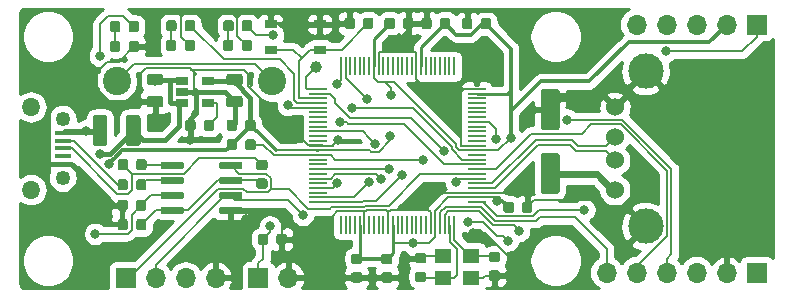
<source format=gtl>
G04 #@! TF.GenerationSoftware,KiCad,Pcbnew,(5.1.2)-1*
G04 #@! TF.CreationDate,2022-02-25T21:01:52+09:00*
G04 #@! TF.ProjectId,wcc,7763632e-6b69-4636-9164-5f7063625858,v2.2*
G04 #@! TF.SameCoordinates,Original*
G04 #@! TF.FileFunction,Copper,L1,Top*
G04 #@! TF.FilePolarity,Positive*
%FSLAX46Y46*%
G04 Gerber Fmt 4.6, Leading zero omitted, Abs format (unit mm)*
G04 Created by KiCad (PCBNEW (5.1.2)-1) date 2022-02-25 21:01:52*
%MOMM*%
%LPD*%
G04 APERTURE LIST*
%ADD10C,1.000000*%
%ADD11C,0.100000*%
%ADD12C,1.250000*%
%ADD13C,1.600000*%
%ADD14R,0.200000X1.500000*%
%ADD15R,1.500000X0.200000*%
%ADD16C,0.600000*%
%ADD17C,0.875000*%
%ADD18O,1.700000X1.700000*%
%ADD19R,1.700000X1.700000*%
%ADD20R,1.350000X0.400000*%
%ADD21O,1.550000X1.550000*%
%ADD22O,1.250000X1.250000*%
%ADD23R,1.050000X0.650000*%
%ADD24C,2.400000*%
%ADD25R,1.400000X1.200000*%
%ADD26R,1.060000X0.650000*%
%ADD27C,3.000000*%
%ADD28C,1.524000*%
%ADD29C,0.975000*%
%ADD30C,0.800000*%
%ADD31C,0.200000*%
%ADD32C,0.400000*%
%ADD33C,0.220000*%
%ADD34C,0.300000*%
%ADD35C,0.350000*%
%ADD36C,0.254000*%
G04 APERTURE END LIST*
D10*
X155650000Y-135600000D03*
D11*
G36*
X137807504Y-139646204D02*
G01*
X137831773Y-139649804D01*
X137855571Y-139655765D01*
X137878671Y-139664030D01*
X137900849Y-139674520D01*
X137921893Y-139687133D01*
X137941598Y-139701747D01*
X137959777Y-139718223D01*
X137976253Y-139736402D01*
X137990867Y-139756107D01*
X138003480Y-139777151D01*
X138013970Y-139799329D01*
X138022235Y-139822429D01*
X138028196Y-139846227D01*
X138031796Y-139870496D01*
X138033000Y-139895000D01*
X138033000Y-142045000D01*
X138031796Y-142069504D01*
X138028196Y-142093773D01*
X138022235Y-142117571D01*
X138013970Y-142140671D01*
X138003480Y-142162849D01*
X137990867Y-142183893D01*
X137976253Y-142203598D01*
X137959777Y-142221777D01*
X137941598Y-142238253D01*
X137921893Y-142252867D01*
X137900849Y-142265480D01*
X137878671Y-142275970D01*
X137855571Y-142284235D01*
X137831773Y-142290196D01*
X137807504Y-142293796D01*
X137783000Y-142295000D01*
X137033000Y-142295000D01*
X137008496Y-142293796D01*
X136984227Y-142290196D01*
X136960429Y-142284235D01*
X136937329Y-142275970D01*
X136915151Y-142265480D01*
X136894107Y-142252867D01*
X136874402Y-142238253D01*
X136856223Y-142221777D01*
X136839747Y-142203598D01*
X136825133Y-142183893D01*
X136812520Y-142162849D01*
X136802030Y-142140671D01*
X136793765Y-142117571D01*
X136787804Y-142093773D01*
X136784204Y-142069504D01*
X136783000Y-142045000D01*
X136783000Y-139895000D01*
X136784204Y-139870496D01*
X136787804Y-139846227D01*
X136793765Y-139822429D01*
X136802030Y-139799329D01*
X136812520Y-139777151D01*
X136825133Y-139756107D01*
X136839747Y-139736402D01*
X136856223Y-139718223D01*
X136874402Y-139701747D01*
X136894107Y-139687133D01*
X136915151Y-139674520D01*
X136937329Y-139664030D01*
X136960429Y-139655765D01*
X136984227Y-139649804D01*
X137008496Y-139646204D01*
X137033000Y-139645000D01*
X137783000Y-139645000D01*
X137807504Y-139646204D01*
X137807504Y-139646204D01*
G37*
D12*
X137408000Y-140970000D03*
D11*
G36*
X140607504Y-139646204D02*
G01*
X140631773Y-139649804D01*
X140655571Y-139655765D01*
X140678671Y-139664030D01*
X140700849Y-139674520D01*
X140721893Y-139687133D01*
X140741598Y-139701747D01*
X140759777Y-139718223D01*
X140776253Y-139736402D01*
X140790867Y-139756107D01*
X140803480Y-139777151D01*
X140813970Y-139799329D01*
X140822235Y-139822429D01*
X140828196Y-139846227D01*
X140831796Y-139870496D01*
X140833000Y-139895000D01*
X140833000Y-142045000D01*
X140831796Y-142069504D01*
X140828196Y-142093773D01*
X140822235Y-142117571D01*
X140813970Y-142140671D01*
X140803480Y-142162849D01*
X140790867Y-142183893D01*
X140776253Y-142203598D01*
X140759777Y-142221777D01*
X140741598Y-142238253D01*
X140721893Y-142252867D01*
X140700849Y-142265480D01*
X140678671Y-142275970D01*
X140655571Y-142284235D01*
X140631773Y-142290196D01*
X140607504Y-142293796D01*
X140583000Y-142295000D01*
X139833000Y-142295000D01*
X139808496Y-142293796D01*
X139784227Y-142290196D01*
X139760429Y-142284235D01*
X139737329Y-142275970D01*
X139715151Y-142265480D01*
X139694107Y-142252867D01*
X139674402Y-142238253D01*
X139656223Y-142221777D01*
X139639747Y-142203598D01*
X139625133Y-142183893D01*
X139612520Y-142162849D01*
X139602030Y-142140671D01*
X139593765Y-142117571D01*
X139587804Y-142093773D01*
X139584204Y-142069504D01*
X139583000Y-142045000D01*
X139583000Y-139895000D01*
X139584204Y-139870496D01*
X139587804Y-139846227D01*
X139593765Y-139822429D01*
X139602030Y-139799329D01*
X139612520Y-139777151D01*
X139625133Y-139756107D01*
X139639747Y-139736402D01*
X139656223Y-139718223D01*
X139674402Y-139701747D01*
X139694107Y-139687133D01*
X139715151Y-139674520D01*
X139737329Y-139664030D01*
X139760429Y-139655765D01*
X139784227Y-139649804D01*
X139808496Y-139646204D01*
X139833000Y-139645000D01*
X140583000Y-139645000D01*
X140607504Y-139646204D01*
X140607504Y-139646204D01*
G37*
D12*
X140208000Y-140970000D03*
D11*
G36*
X176084504Y-137451204D02*
G01*
X176108773Y-137454804D01*
X176132571Y-137460765D01*
X176155671Y-137469030D01*
X176177849Y-137479520D01*
X176198893Y-137492133D01*
X176218598Y-137506747D01*
X176236777Y-137523223D01*
X176253253Y-137541402D01*
X176267867Y-137561107D01*
X176280480Y-137582151D01*
X176290970Y-137604329D01*
X176299235Y-137627429D01*
X176305196Y-137651227D01*
X176308796Y-137675496D01*
X176310000Y-137700000D01*
X176310000Y-140700000D01*
X176308796Y-140724504D01*
X176305196Y-140748773D01*
X176299235Y-140772571D01*
X176290970Y-140795671D01*
X176280480Y-140817849D01*
X176267867Y-140838893D01*
X176253253Y-140858598D01*
X176236777Y-140876777D01*
X176218598Y-140893253D01*
X176198893Y-140907867D01*
X176177849Y-140920480D01*
X176155671Y-140930970D01*
X176132571Y-140939235D01*
X176108773Y-140945196D01*
X176084504Y-140948796D01*
X176060000Y-140950000D01*
X174960000Y-140950000D01*
X174935496Y-140948796D01*
X174911227Y-140945196D01*
X174887429Y-140939235D01*
X174864329Y-140930970D01*
X174842151Y-140920480D01*
X174821107Y-140907867D01*
X174801402Y-140893253D01*
X174783223Y-140876777D01*
X174766747Y-140858598D01*
X174752133Y-140838893D01*
X174739520Y-140817849D01*
X174729030Y-140795671D01*
X174720765Y-140772571D01*
X174714804Y-140748773D01*
X174711204Y-140724504D01*
X174710000Y-140700000D01*
X174710000Y-137700000D01*
X174711204Y-137675496D01*
X174714804Y-137651227D01*
X174720765Y-137627429D01*
X174729030Y-137604329D01*
X174739520Y-137582151D01*
X174752133Y-137561107D01*
X174766747Y-137541402D01*
X174783223Y-137523223D01*
X174801402Y-137506747D01*
X174821107Y-137492133D01*
X174842151Y-137479520D01*
X174864329Y-137469030D01*
X174887429Y-137460765D01*
X174911227Y-137454804D01*
X174935496Y-137451204D01*
X174960000Y-137450000D01*
X176060000Y-137450000D01*
X176084504Y-137451204D01*
X176084504Y-137451204D01*
G37*
D13*
X175510000Y-139200000D03*
D11*
G36*
X176084504Y-142851204D02*
G01*
X176108773Y-142854804D01*
X176132571Y-142860765D01*
X176155671Y-142869030D01*
X176177849Y-142879520D01*
X176198893Y-142892133D01*
X176218598Y-142906747D01*
X176236777Y-142923223D01*
X176253253Y-142941402D01*
X176267867Y-142961107D01*
X176280480Y-142982151D01*
X176290970Y-143004329D01*
X176299235Y-143027429D01*
X176305196Y-143051227D01*
X176308796Y-143075496D01*
X176310000Y-143100000D01*
X176310000Y-146100000D01*
X176308796Y-146124504D01*
X176305196Y-146148773D01*
X176299235Y-146172571D01*
X176290970Y-146195671D01*
X176280480Y-146217849D01*
X176267867Y-146238893D01*
X176253253Y-146258598D01*
X176236777Y-146276777D01*
X176218598Y-146293253D01*
X176198893Y-146307867D01*
X176177849Y-146320480D01*
X176155671Y-146330970D01*
X176132571Y-146339235D01*
X176108773Y-146345196D01*
X176084504Y-146348796D01*
X176060000Y-146350000D01*
X174960000Y-146350000D01*
X174935496Y-146348796D01*
X174911227Y-146345196D01*
X174887429Y-146339235D01*
X174864329Y-146330970D01*
X174842151Y-146320480D01*
X174821107Y-146307867D01*
X174801402Y-146293253D01*
X174783223Y-146276777D01*
X174766747Y-146258598D01*
X174752133Y-146238893D01*
X174739520Y-146217849D01*
X174729030Y-146195671D01*
X174720765Y-146172571D01*
X174714804Y-146148773D01*
X174711204Y-146124504D01*
X174710000Y-146100000D01*
X174710000Y-143100000D01*
X174711204Y-143075496D01*
X174714804Y-143051227D01*
X174720765Y-143027429D01*
X174729030Y-143004329D01*
X174739520Y-142982151D01*
X174752133Y-142961107D01*
X174766747Y-142941402D01*
X174783223Y-142923223D01*
X174801402Y-142906747D01*
X174821107Y-142892133D01*
X174842151Y-142879520D01*
X174864329Y-142869030D01*
X174887429Y-142860765D01*
X174911227Y-142854804D01*
X174935496Y-142851204D01*
X174960000Y-142850000D01*
X176060000Y-142850000D01*
X176084504Y-142851204D01*
X176084504Y-142851204D01*
G37*
D13*
X175510000Y-144600000D03*
D14*
X157790000Y-135540000D03*
X158190000Y-135540000D03*
X158590000Y-135540000D03*
X158990000Y-135540000D03*
X159390000Y-135540000D03*
X159790000Y-135540000D03*
X160190000Y-135540000D03*
X160590000Y-135540000D03*
X160990000Y-135540000D03*
X161390000Y-135540000D03*
X161790000Y-135540000D03*
X162190000Y-135540000D03*
X162590000Y-135540000D03*
X162990000Y-135540000D03*
X163390000Y-135540000D03*
X163790000Y-135540000D03*
X164190000Y-135540000D03*
X164590000Y-135540000D03*
X164990000Y-135540000D03*
X165390000Y-135540000D03*
X165790000Y-135540000D03*
X166190000Y-135540000D03*
X166590000Y-135540000D03*
X166990000Y-135540000D03*
X167390000Y-135540000D03*
D15*
X169290000Y-137440000D03*
X169290000Y-137840000D03*
X169290000Y-138240000D03*
X169290000Y-138640000D03*
X169290000Y-139040000D03*
X169290000Y-139440000D03*
X169290000Y-139840000D03*
X169290000Y-140240000D03*
X169290000Y-140640000D03*
X169290000Y-141040000D03*
X169290000Y-141440000D03*
X169290000Y-141840000D03*
X169290000Y-142240000D03*
X169290000Y-142640000D03*
X169290000Y-143040000D03*
X169290000Y-143440000D03*
X169290000Y-143840000D03*
X169290000Y-144240000D03*
X169290000Y-144640000D03*
X169290000Y-145040000D03*
X169290000Y-145440000D03*
X169290000Y-145840000D03*
X169290000Y-146240000D03*
X169290000Y-146640000D03*
X169290000Y-147040000D03*
D14*
X167390000Y-148940000D03*
X166990000Y-148940000D03*
X166590000Y-148940000D03*
X166190000Y-148940000D03*
X165790000Y-148940000D03*
X165390000Y-148940000D03*
X164990000Y-148940000D03*
X164590000Y-148940000D03*
X164190000Y-148940000D03*
X163790000Y-148940000D03*
X163390000Y-148940000D03*
X162990000Y-148940000D03*
X162590000Y-148940000D03*
X162190000Y-148940000D03*
X161790000Y-148940000D03*
X161390000Y-148940000D03*
X160990000Y-148940000D03*
X160590000Y-148940000D03*
X160190000Y-148940000D03*
X159790000Y-148940000D03*
X159390000Y-148940000D03*
X158990000Y-148940000D03*
X158590000Y-148940000D03*
X158190000Y-148940000D03*
X157790000Y-148940000D03*
D15*
X155890000Y-147040000D03*
X155890000Y-146640000D03*
X155890000Y-146240000D03*
X155890000Y-145840000D03*
X155890000Y-145440000D03*
X155890000Y-145040000D03*
X155890000Y-144640000D03*
X155890000Y-144240000D03*
X155890000Y-143840000D03*
X155890000Y-143440000D03*
X155890000Y-143040000D03*
X155890000Y-142640000D03*
X155890000Y-142240000D03*
X155890000Y-141840000D03*
X155890000Y-141440000D03*
X155890000Y-141040000D03*
X155890000Y-140640000D03*
X155890000Y-140240000D03*
X155890000Y-139840000D03*
X155890000Y-139440000D03*
X155890000Y-139040000D03*
X155890000Y-138640000D03*
X155890000Y-138240000D03*
X155890000Y-137840000D03*
X155890000Y-137440000D03*
D11*
G36*
X144354703Y-147435722D02*
G01*
X144369264Y-147437882D01*
X144383543Y-147441459D01*
X144397403Y-147446418D01*
X144410710Y-147452712D01*
X144423336Y-147460280D01*
X144435159Y-147469048D01*
X144446066Y-147478934D01*
X144455952Y-147489841D01*
X144464720Y-147501664D01*
X144472288Y-147514290D01*
X144478582Y-147527597D01*
X144483541Y-147541457D01*
X144487118Y-147555736D01*
X144489278Y-147570297D01*
X144490000Y-147585000D01*
X144490000Y-147885000D01*
X144489278Y-147899703D01*
X144487118Y-147914264D01*
X144483541Y-147928543D01*
X144478582Y-147942403D01*
X144472288Y-147955710D01*
X144464720Y-147968336D01*
X144455952Y-147980159D01*
X144446066Y-147991066D01*
X144435159Y-148000952D01*
X144423336Y-148009720D01*
X144410710Y-148017288D01*
X144397403Y-148023582D01*
X144383543Y-148028541D01*
X144369264Y-148032118D01*
X144354703Y-148034278D01*
X144340000Y-148035000D01*
X142690000Y-148035000D01*
X142675297Y-148034278D01*
X142660736Y-148032118D01*
X142646457Y-148028541D01*
X142632597Y-148023582D01*
X142619290Y-148017288D01*
X142606664Y-148009720D01*
X142594841Y-148000952D01*
X142583934Y-147991066D01*
X142574048Y-147980159D01*
X142565280Y-147968336D01*
X142557712Y-147955710D01*
X142551418Y-147942403D01*
X142546459Y-147928543D01*
X142542882Y-147914264D01*
X142540722Y-147899703D01*
X142540000Y-147885000D01*
X142540000Y-147585000D01*
X142540722Y-147570297D01*
X142542882Y-147555736D01*
X142546459Y-147541457D01*
X142551418Y-147527597D01*
X142557712Y-147514290D01*
X142565280Y-147501664D01*
X142574048Y-147489841D01*
X142583934Y-147478934D01*
X142594841Y-147469048D01*
X142606664Y-147460280D01*
X142619290Y-147452712D01*
X142632597Y-147446418D01*
X142646457Y-147441459D01*
X142660736Y-147437882D01*
X142675297Y-147435722D01*
X142690000Y-147435000D01*
X144340000Y-147435000D01*
X144354703Y-147435722D01*
X144354703Y-147435722D01*
G37*
D16*
X143515000Y-147735000D03*
D11*
G36*
X144354703Y-146165722D02*
G01*
X144369264Y-146167882D01*
X144383543Y-146171459D01*
X144397403Y-146176418D01*
X144410710Y-146182712D01*
X144423336Y-146190280D01*
X144435159Y-146199048D01*
X144446066Y-146208934D01*
X144455952Y-146219841D01*
X144464720Y-146231664D01*
X144472288Y-146244290D01*
X144478582Y-146257597D01*
X144483541Y-146271457D01*
X144487118Y-146285736D01*
X144489278Y-146300297D01*
X144490000Y-146315000D01*
X144490000Y-146615000D01*
X144489278Y-146629703D01*
X144487118Y-146644264D01*
X144483541Y-146658543D01*
X144478582Y-146672403D01*
X144472288Y-146685710D01*
X144464720Y-146698336D01*
X144455952Y-146710159D01*
X144446066Y-146721066D01*
X144435159Y-146730952D01*
X144423336Y-146739720D01*
X144410710Y-146747288D01*
X144397403Y-146753582D01*
X144383543Y-146758541D01*
X144369264Y-146762118D01*
X144354703Y-146764278D01*
X144340000Y-146765000D01*
X142690000Y-146765000D01*
X142675297Y-146764278D01*
X142660736Y-146762118D01*
X142646457Y-146758541D01*
X142632597Y-146753582D01*
X142619290Y-146747288D01*
X142606664Y-146739720D01*
X142594841Y-146730952D01*
X142583934Y-146721066D01*
X142574048Y-146710159D01*
X142565280Y-146698336D01*
X142557712Y-146685710D01*
X142551418Y-146672403D01*
X142546459Y-146658543D01*
X142542882Y-146644264D01*
X142540722Y-146629703D01*
X142540000Y-146615000D01*
X142540000Y-146315000D01*
X142540722Y-146300297D01*
X142542882Y-146285736D01*
X142546459Y-146271457D01*
X142551418Y-146257597D01*
X142557712Y-146244290D01*
X142565280Y-146231664D01*
X142574048Y-146219841D01*
X142583934Y-146208934D01*
X142594841Y-146199048D01*
X142606664Y-146190280D01*
X142619290Y-146182712D01*
X142632597Y-146176418D01*
X142646457Y-146171459D01*
X142660736Y-146167882D01*
X142675297Y-146165722D01*
X142690000Y-146165000D01*
X144340000Y-146165000D01*
X144354703Y-146165722D01*
X144354703Y-146165722D01*
G37*
D16*
X143515000Y-146465000D03*
D11*
G36*
X144354703Y-144895722D02*
G01*
X144369264Y-144897882D01*
X144383543Y-144901459D01*
X144397403Y-144906418D01*
X144410710Y-144912712D01*
X144423336Y-144920280D01*
X144435159Y-144929048D01*
X144446066Y-144938934D01*
X144455952Y-144949841D01*
X144464720Y-144961664D01*
X144472288Y-144974290D01*
X144478582Y-144987597D01*
X144483541Y-145001457D01*
X144487118Y-145015736D01*
X144489278Y-145030297D01*
X144490000Y-145045000D01*
X144490000Y-145345000D01*
X144489278Y-145359703D01*
X144487118Y-145374264D01*
X144483541Y-145388543D01*
X144478582Y-145402403D01*
X144472288Y-145415710D01*
X144464720Y-145428336D01*
X144455952Y-145440159D01*
X144446066Y-145451066D01*
X144435159Y-145460952D01*
X144423336Y-145469720D01*
X144410710Y-145477288D01*
X144397403Y-145483582D01*
X144383543Y-145488541D01*
X144369264Y-145492118D01*
X144354703Y-145494278D01*
X144340000Y-145495000D01*
X142690000Y-145495000D01*
X142675297Y-145494278D01*
X142660736Y-145492118D01*
X142646457Y-145488541D01*
X142632597Y-145483582D01*
X142619290Y-145477288D01*
X142606664Y-145469720D01*
X142594841Y-145460952D01*
X142583934Y-145451066D01*
X142574048Y-145440159D01*
X142565280Y-145428336D01*
X142557712Y-145415710D01*
X142551418Y-145402403D01*
X142546459Y-145388543D01*
X142542882Y-145374264D01*
X142540722Y-145359703D01*
X142540000Y-145345000D01*
X142540000Y-145045000D01*
X142540722Y-145030297D01*
X142542882Y-145015736D01*
X142546459Y-145001457D01*
X142551418Y-144987597D01*
X142557712Y-144974290D01*
X142565280Y-144961664D01*
X142574048Y-144949841D01*
X142583934Y-144938934D01*
X142594841Y-144929048D01*
X142606664Y-144920280D01*
X142619290Y-144912712D01*
X142632597Y-144906418D01*
X142646457Y-144901459D01*
X142660736Y-144897882D01*
X142675297Y-144895722D01*
X142690000Y-144895000D01*
X144340000Y-144895000D01*
X144354703Y-144895722D01*
X144354703Y-144895722D01*
G37*
D16*
X143515000Y-145195000D03*
D11*
G36*
X144354703Y-143625722D02*
G01*
X144369264Y-143627882D01*
X144383543Y-143631459D01*
X144397403Y-143636418D01*
X144410710Y-143642712D01*
X144423336Y-143650280D01*
X144435159Y-143659048D01*
X144446066Y-143668934D01*
X144455952Y-143679841D01*
X144464720Y-143691664D01*
X144472288Y-143704290D01*
X144478582Y-143717597D01*
X144483541Y-143731457D01*
X144487118Y-143745736D01*
X144489278Y-143760297D01*
X144490000Y-143775000D01*
X144490000Y-144075000D01*
X144489278Y-144089703D01*
X144487118Y-144104264D01*
X144483541Y-144118543D01*
X144478582Y-144132403D01*
X144472288Y-144145710D01*
X144464720Y-144158336D01*
X144455952Y-144170159D01*
X144446066Y-144181066D01*
X144435159Y-144190952D01*
X144423336Y-144199720D01*
X144410710Y-144207288D01*
X144397403Y-144213582D01*
X144383543Y-144218541D01*
X144369264Y-144222118D01*
X144354703Y-144224278D01*
X144340000Y-144225000D01*
X142690000Y-144225000D01*
X142675297Y-144224278D01*
X142660736Y-144222118D01*
X142646457Y-144218541D01*
X142632597Y-144213582D01*
X142619290Y-144207288D01*
X142606664Y-144199720D01*
X142594841Y-144190952D01*
X142583934Y-144181066D01*
X142574048Y-144170159D01*
X142565280Y-144158336D01*
X142557712Y-144145710D01*
X142551418Y-144132403D01*
X142546459Y-144118543D01*
X142542882Y-144104264D01*
X142540722Y-144089703D01*
X142540000Y-144075000D01*
X142540000Y-143775000D01*
X142540722Y-143760297D01*
X142542882Y-143745736D01*
X142546459Y-143731457D01*
X142551418Y-143717597D01*
X142557712Y-143704290D01*
X142565280Y-143691664D01*
X142574048Y-143679841D01*
X142583934Y-143668934D01*
X142594841Y-143659048D01*
X142606664Y-143650280D01*
X142619290Y-143642712D01*
X142632597Y-143636418D01*
X142646457Y-143631459D01*
X142660736Y-143627882D01*
X142675297Y-143625722D01*
X142690000Y-143625000D01*
X144340000Y-143625000D01*
X144354703Y-143625722D01*
X144354703Y-143625722D01*
G37*
D16*
X143515000Y-143925000D03*
D11*
G36*
X149304703Y-143625722D02*
G01*
X149319264Y-143627882D01*
X149333543Y-143631459D01*
X149347403Y-143636418D01*
X149360710Y-143642712D01*
X149373336Y-143650280D01*
X149385159Y-143659048D01*
X149396066Y-143668934D01*
X149405952Y-143679841D01*
X149414720Y-143691664D01*
X149422288Y-143704290D01*
X149428582Y-143717597D01*
X149433541Y-143731457D01*
X149437118Y-143745736D01*
X149439278Y-143760297D01*
X149440000Y-143775000D01*
X149440000Y-144075000D01*
X149439278Y-144089703D01*
X149437118Y-144104264D01*
X149433541Y-144118543D01*
X149428582Y-144132403D01*
X149422288Y-144145710D01*
X149414720Y-144158336D01*
X149405952Y-144170159D01*
X149396066Y-144181066D01*
X149385159Y-144190952D01*
X149373336Y-144199720D01*
X149360710Y-144207288D01*
X149347403Y-144213582D01*
X149333543Y-144218541D01*
X149319264Y-144222118D01*
X149304703Y-144224278D01*
X149290000Y-144225000D01*
X147640000Y-144225000D01*
X147625297Y-144224278D01*
X147610736Y-144222118D01*
X147596457Y-144218541D01*
X147582597Y-144213582D01*
X147569290Y-144207288D01*
X147556664Y-144199720D01*
X147544841Y-144190952D01*
X147533934Y-144181066D01*
X147524048Y-144170159D01*
X147515280Y-144158336D01*
X147507712Y-144145710D01*
X147501418Y-144132403D01*
X147496459Y-144118543D01*
X147492882Y-144104264D01*
X147490722Y-144089703D01*
X147490000Y-144075000D01*
X147490000Y-143775000D01*
X147490722Y-143760297D01*
X147492882Y-143745736D01*
X147496459Y-143731457D01*
X147501418Y-143717597D01*
X147507712Y-143704290D01*
X147515280Y-143691664D01*
X147524048Y-143679841D01*
X147533934Y-143668934D01*
X147544841Y-143659048D01*
X147556664Y-143650280D01*
X147569290Y-143642712D01*
X147582597Y-143636418D01*
X147596457Y-143631459D01*
X147610736Y-143627882D01*
X147625297Y-143625722D01*
X147640000Y-143625000D01*
X149290000Y-143625000D01*
X149304703Y-143625722D01*
X149304703Y-143625722D01*
G37*
D16*
X148465000Y-143925000D03*
D11*
G36*
X149304703Y-144895722D02*
G01*
X149319264Y-144897882D01*
X149333543Y-144901459D01*
X149347403Y-144906418D01*
X149360710Y-144912712D01*
X149373336Y-144920280D01*
X149385159Y-144929048D01*
X149396066Y-144938934D01*
X149405952Y-144949841D01*
X149414720Y-144961664D01*
X149422288Y-144974290D01*
X149428582Y-144987597D01*
X149433541Y-145001457D01*
X149437118Y-145015736D01*
X149439278Y-145030297D01*
X149440000Y-145045000D01*
X149440000Y-145345000D01*
X149439278Y-145359703D01*
X149437118Y-145374264D01*
X149433541Y-145388543D01*
X149428582Y-145402403D01*
X149422288Y-145415710D01*
X149414720Y-145428336D01*
X149405952Y-145440159D01*
X149396066Y-145451066D01*
X149385159Y-145460952D01*
X149373336Y-145469720D01*
X149360710Y-145477288D01*
X149347403Y-145483582D01*
X149333543Y-145488541D01*
X149319264Y-145492118D01*
X149304703Y-145494278D01*
X149290000Y-145495000D01*
X147640000Y-145495000D01*
X147625297Y-145494278D01*
X147610736Y-145492118D01*
X147596457Y-145488541D01*
X147582597Y-145483582D01*
X147569290Y-145477288D01*
X147556664Y-145469720D01*
X147544841Y-145460952D01*
X147533934Y-145451066D01*
X147524048Y-145440159D01*
X147515280Y-145428336D01*
X147507712Y-145415710D01*
X147501418Y-145402403D01*
X147496459Y-145388543D01*
X147492882Y-145374264D01*
X147490722Y-145359703D01*
X147490000Y-145345000D01*
X147490000Y-145045000D01*
X147490722Y-145030297D01*
X147492882Y-145015736D01*
X147496459Y-145001457D01*
X147501418Y-144987597D01*
X147507712Y-144974290D01*
X147515280Y-144961664D01*
X147524048Y-144949841D01*
X147533934Y-144938934D01*
X147544841Y-144929048D01*
X147556664Y-144920280D01*
X147569290Y-144912712D01*
X147582597Y-144906418D01*
X147596457Y-144901459D01*
X147610736Y-144897882D01*
X147625297Y-144895722D01*
X147640000Y-144895000D01*
X149290000Y-144895000D01*
X149304703Y-144895722D01*
X149304703Y-144895722D01*
G37*
D16*
X148465000Y-145195000D03*
D11*
G36*
X149304703Y-146165722D02*
G01*
X149319264Y-146167882D01*
X149333543Y-146171459D01*
X149347403Y-146176418D01*
X149360710Y-146182712D01*
X149373336Y-146190280D01*
X149385159Y-146199048D01*
X149396066Y-146208934D01*
X149405952Y-146219841D01*
X149414720Y-146231664D01*
X149422288Y-146244290D01*
X149428582Y-146257597D01*
X149433541Y-146271457D01*
X149437118Y-146285736D01*
X149439278Y-146300297D01*
X149440000Y-146315000D01*
X149440000Y-146615000D01*
X149439278Y-146629703D01*
X149437118Y-146644264D01*
X149433541Y-146658543D01*
X149428582Y-146672403D01*
X149422288Y-146685710D01*
X149414720Y-146698336D01*
X149405952Y-146710159D01*
X149396066Y-146721066D01*
X149385159Y-146730952D01*
X149373336Y-146739720D01*
X149360710Y-146747288D01*
X149347403Y-146753582D01*
X149333543Y-146758541D01*
X149319264Y-146762118D01*
X149304703Y-146764278D01*
X149290000Y-146765000D01*
X147640000Y-146765000D01*
X147625297Y-146764278D01*
X147610736Y-146762118D01*
X147596457Y-146758541D01*
X147582597Y-146753582D01*
X147569290Y-146747288D01*
X147556664Y-146739720D01*
X147544841Y-146730952D01*
X147533934Y-146721066D01*
X147524048Y-146710159D01*
X147515280Y-146698336D01*
X147507712Y-146685710D01*
X147501418Y-146672403D01*
X147496459Y-146658543D01*
X147492882Y-146644264D01*
X147490722Y-146629703D01*
X147490000Y-146615000D01*
X147490000Y-146315000D01*
X147490722Y-146300297D01*
X147492882Y-146285736D01*
X147496459Y-146271457D01*
X147501418Y-146257597D01*
X147507712Y-146244290D01*
X147515280Y-146231664D01*
X147524048Y-146219841D01*
X147533934Y-146208934D01*
X147544841Y-146199048D01*
X147556664Y-146190280D01*
X147569290Y-146182712D01*
X147582597Y-146176418D01*
X147596457Y-146171459D01*
X147610736Y-146167882D01*
X147625297Y-146165722D01*
X147640000Y-146165000D01*
X149290000Y-146165000D01*
X149304703Y-146165722D01*
X149304703Y-146165722D01*
G37*
D16*
X148465000Y-146465000D03*
D11*
G36*
X149304703Y-147435722D02*
G01*
X149319264Y-147437882D01*
X149333543Y-147441459D01*
X149347403Y-147446418D01*
X149360710Y-147452712D01*
X149373336Y-147460280D01*
X149385159Y-147469048D01*
X149396066Y-147478934D01*
X149405952Y-147489841D01*
X149414720Y-147501664D01*
X149422288Y-147514290D01*
X149428582Y-147527597D01*
X149433541Y-147541457D01*
X149437118Y-147555736D01*
X149439278Y-147570297D01*
X149440000Y-147585000D01*
X149440000Y-147885000D01*
X149439278Y-147899703D01*
X149437118Y-147914264D01*
X149433541Y-147928543D01*
X149428582Y-147942403D01*
X149422288Y-147955710D01*
X149414720Y-147968336D01*
X149405952Y-147980159D01*
X149396066Y-147991066D01*
X149385159Y-148000952D01*
X149373336Y-148009720D01*
X149360710Y-148017288D01*
X149347403Y-148023582D01*
X149333543Y-148028541D01*
X149319264Y-148032118D01*
X149304703Y-148034278D01*
X149290000Y-148035000D01*
X147640000Y-148035000D01*
X147625297Y-148034278D01*
X147610736Y-148032118D01*
X147596457Y-148028541D01*
X147582597Y-148023582D01*
X147569290Y-148017288D01*
X147556664Y-148009720D01*
X147544841Y-148000952D01*
X147533934Y-147991066D01*
X147524048Y-147980159D01*
X147515280Y-147968336D01*
X147507712Y-147955710D01*
X147501418Y-147942403D01*
X147496459Y-147928543D01*
X147492882Y-147914264D01*
X147490722Y-147899703D01*
X147490000Y-147885000D01*
X147490000Y-147585000D01*
X147490722Y-147570297D01*
X147492882Y-147555736D01*
X147496459Y-147541457D01*
X147501418Y-147527597D01*
X147507712Y-147514290D01*
X147515280Y-147501664D01*
X147524048Y-147489841D01*
X147533934Y-147478934D01*
X147544841Y-147469048D01*
X147556664Y-147460280D01*
X147569290Y-147452712D01*
X147582597Y-147446418D01*
X147596457Y-147441459D01*
X147610736Y-147437882D01*
X147625297Y-147435722D01*
X147640000Y-147435000D01*
X149290000Y-147435000D01*
X149304703Y-147435722D01*
X149304703Y-147435722D01*
G37*
D16*
X148465000Y-147735000D03*
D11*
G36*
X151387691Y-145029053D02*
G01*
X151408926Y-145032203D01*
X151429750Y-145037419D01*
X151449962Y-145044651D01*
X151469368Y-145053830D01*
X151487781Y-145064866D01*
X151505024Y-145077654D01*
X151520930Y-145092070D01*
X151535346Y-145107976D01*
X151548134Y-145125219D01*
X151559170Y-145143632D01*
X151568349Y-145163038D01*
X151575581Y-145183250D01*
X151580797Y-145204074D01*
X151583947Y-145225309D01*
X151585000Y-145246750D01*
X151585000Y-145684250D01*
X151583947Y-145705691D01*
X151580797Y-145726926D01*
X151575581Y-145747750D01*
X151568349Y-145767962D01*
X151559170Y-145787368D01*
X151548134Y-145805781D01*
X151535346Y-145823024D01*
X151520930Y-145838930D01*
X151505024Y-145853346D01*
X151487781Y-145866134D01*
X151469368Y-145877170D01*
X151449962Y-145886349D01*
X151429750Y-145893581D01*
X151408926Y-145898797D01*
X151387691Y-145901947D01*
X151366250Y-145903000D01*
X150853750Y-145903000D01*
X150832309Y-145901947D01*
X150811074Y-145898797D01*
X150790250Y-145893581D01*
X150770038Y-145886349D01*
X150750632Y-145877170D01*
X150732219Y-145866134D01*
X150714976Y-145853346D01*
X150699070Y-145838930D01*
X150684654Y-145823024D01*
X150671866Y-145805781D01*
X150660830Y-145787368D01*
X150651651Y-145767962D01*
X150644419Y-145747750D01*
X150639203Y-145726926D01*
X150636053Y-145705691D01*
X150635000Y-145684250D01*
X150635000Y-145246750D01*
X150636053Y-145225309D01*
X150639203Y-145204074D01*
X150644419Y-145183250D01*
X150651651Y-145163038D01*
X150660830Y-145143632D01*
X150671866Y-145125219D01*
X150684654Y-145107976D01*
X150699070Y-145092070D01*
X150714976Y-145077654D01*
X150732219Y-145064866D01*
X150750632Y-145053830D01*
X150770038Y-145044651D01*
X150790250Y-145037419D01*
X150811074Y-145032203D01*
X150832309Y-145029053D01*
X150853750Y-145028000D01*
X151366250Y-145028000D01*
X151387691Y-145029053D01*
X151387691Y-145029053D01*
G37*
D17*
X151110000Y-145465500D03*
D11*
G36*
X151387691Y-143454053D02*
G01*
X151408926Y-143457203D01*
X151429750Y-143462419D01*
X151449962Y-143469651D01*
X151469368Y-143478830D01*
X151487781Y-143489866D01*
X151505024Y-143502654D01*
X151520930Y-143517070D01*
X151535346Y-143532976D01*
X151548134Y-143550219D01*
X151559170Y-143568632D01*
X151568349Y-143588038D01*
X151575581Y-143608250D01*
X151580797Y-143629074D01*
X151583947Y-143650309D01*
X151585000Y-143671750D01*
X151585000Y-144109250D01*
X151583947Y-144130691D01*
X151580797Y-144151926D01*
X151575581Y-144172750D01*
X151568349Y-144192962D01*
X151559170Y-144212368D01*
X151548134Y-144230781D01*
X151535346Y-144248024D01*
X151520930Y-144263930D01*
X151505024Y-144278346D01*
X151487781Y-144291134D01*
X151469368Y-144302170D01*
X151449962Y-144311349D01*
X151429750Y-144318581D01*
X151408926Y-144323797D01*
X151387691Y-144326947D01*
X151366250Y-144328000D01*
X150853750Y-144328000D01*
X150832309Y-144326947D01*
X150811074Y-144323797D01*
X150790250Y-144318581D01*
X150770038Y-144311349D01*
X150750632Y-144302170D01*
X150732219Y-144291134D01*
X150714976Y-144278346D01*
X150699070Y-144263930D01*
X150684654Y-144248024D01*
X150671866Y-144230781D01*
X150660830Y-144212368D01*
X150651651Y-144192962D01*
X150644419Y-144172750D01*
X150639203Y-144151926D01*
X150636053Y-144130691D01*
X150635000Y-144109250D01*
X150635000Y-143671750D01*
X150636053Y-143650309D01*
X150639203Y-143629074D01*
X150644419Y-143608250D01*
X150651651Y-143588038D01*
X150660830Y-143568632D01*
X150671866Y-143550219D01*
X150684654Y-143532976D01*
X150699070Y-143517070D01*
X150714976Y-143502654D01*
X150732219Y-143489866D01*
X150750632Y-143478830D01*
X150770038Y-143469651D01*
X150790250Y-143462419D01*
X150811074Y-143457203D01*
X150832309Y-143454053D01*
X150853750Y-143453000D01*
X151366250Y-143453000D01*
X151387691Y-143454053D01*
X151387691Y-143454053D01*
G37*
D17*
X151110000Y-143890500D03*
D11*
G36*
X139574691Y-143376053D02*
G01*
X139595926Y-143379203D01*
X139616750Y-143384419D01*
X139636962Y-143391651D01*
X139656368Y-143400830D01*
X139674781Y-143411866D01*
X139692024Y-143424654D01*
X139707930Y-143439070D01*
X139722346Y-143454976D01*
X139735134Y-143472219D01*
X139746170Y-143490632D01*
X139755349Y-143510038D01*
X139762581Y-143530250D01*
X139767797Y-143551074D01*
X139770947Y-143572309D01*
X139772000Y-143593750D01*
X139772000Y-144106250D01*
X139770947Y-144127691D01*
X139767797Y-144148926D01*
X139762581Y-144169750D01*
X139755349Y-144189962D01*
X139746170Y-144209368D01*
X139735134Y-144227781D01*
X139722346Y-144245024D01*
X139707930Y-144260930D01*
X139692024Y-144275346D01*
X139674781Y-144288134D01*
X139656368Y-144299170D01*
X139636962Y-144308349D01*
X139616750Y-144315581D01*
X139595926Y-144320797D01*
X139574691Y-144323947D01*
X139553250Y-144325000D01*
X139115750Y-144325000D01*
X139094309Y-144323947D01*
X139073074Y-144320797D01*
X139052250Y-144315581D01*
X139032038Y-144308349D01*
X139012632Y-144299170D01*
X138994219Y-144288134D01*
X138976976Y-144275346D01*
X138961070Y-144260930D01*
X138946654Y-144245024D01*
X138933866Y-144227781D01*
X138922830Y-144209368D01*
X138913651Y-144189962D01*
X138906419Y-144169750D01*
X138901203Y-144148926D01*
X138898053Y-144127691D01*
X138897000Y-144106250D01*
X138897000Y-143593750D01*
X138898053Y-143572309D01*
X138901203Y-143551074D01*
X138906419Y-143530250D01*
X138913651Y-143510038D01*
X138922830Y-143490632D01*
X138933866Y-143472219D01*
X138946654Y-143454976D01*
X138961070Y-143439070D01*
X138976976Y-143424654D01*
X138994219Y-143411866D01*
X139012632Y-143400830D01*
X139032038Y-143391651D01*
X139052250Y-143384419D01*
X139073074Y-143379203D01*
X139094309Y-143376053D01*
X139115750Y-143375000D01*
X139553250Y-143375000D01*
X139574691Y-143376053D01*
X139574691Y-143376053D01*
G37*
D17*
X139334500Y-143850000D03*
D11*
G36*
X141149691Y-143376053D02*
G01*
X141170926Y-143379203D01*
X141191750Y-143384419D01*
X141211962Y-143391651D01*
X141231368Y-143400830D01*
X141249781Y-143411866D01*
X141267024Y-143424654D01*
X141282930Y-143439070D01*
X141297346Y-143454976D01*
X141310134Y-143472219D01*
X141321170Y-143490632D01*
X141330349Y-143510038D01*
X141337581Y-143530250D01*
X141342797Y-143551074D01*
X141345947Y-143572309D01*
X141347000Y-143593750D01*
X141347000Y-144106250D01*
X141345947Y-144127691D01*
X141342797Y-144148926D01*
X141337581Y-144169750D01*
X141330349Y-144189962D01*
X141321170Y-144209368D01*
X141310134Y-144227781D01*
X141297346Y-144245024D01*
X141282930Y-144260930D01*
X141267024Y-144275346D01*
X141249781Y-144288134D01*
X141231368Y-144299170D01*
X141211962Y-144308349D01*
X141191750Y-144315581D01*
X141170926Y-144320797D01*
X141149691Y-144323947D01*
X141128250Y-144325000D01*
X140690750Y-144325000D01*
X140669309Y-144323947D01*
X140648074Y-144320797D01*
X140627250Y-144315581D01*
X140607038Y-144308349D01*
X140587632Y-144299170D01*
X140569219Y-144288134D01*
X140551976Y-144275346D01*
X140536070Y-144260930D01*
X140521654Y-144245024D01*
X140508866Y-144227781D01*
X140497830Y-144209368D01*
X140488651Y-144189962D01*
X140481419Y-144169750D01*
X140476203Y-144148926D01*
X140473053Y-144127691D01*
X140472000Y-144106250D01*
X140472000Y-143593750D01*
X140473053Y-143572309D01*
X140476203Y-143551074D01*
X140481419Y-143530250D01*
X140488651Y-143510038D01*
X140497830Y-143490632D01*
X140508866Y-143472219D01*
X140521654Y-143454976D01*
X140536070Y-143439070D01*
X140551976Y-143424654D01*
X140569219Y-143411866D01*
X140587632Y-143400830D01*
X140607038Y-143391651D01*
X140627250Y-143384419D01*
X140648074Y-143379203D01*
X140669309Y-143376053D01*
X140690750Y-143375000D01*
X141128250Y-143375000D01*
X141149691Y-143376053D01*
X141149691Y-143376053D01*
G37*
D17*
X140909500Y-143850000D03*
D11*
G36*
X139560691Y-145096053D02*
G01*
X139581926Y-145099203D01*
X139602750Y-145104419D01*
X139622962Y-145111651D01*
X139642368Y-145120830D01*
X139660781Y-145131866D01*
X139678024Y-145144654D01*
X139693930Y-145159070D01*
X139708346Y-145174976D01*
X139721134Y-145192219D01*
X139732170Y-145210632D01*
X139741349Y-145230038D01*
X139748581Y-145250250D01*
X139753797Y-145271074D01*
X139756947Y-145292309D01*
X139758000Y-145313750D01*
X139758000Y-145826250D01*
X139756947Y-145847691D01*
X139753797Y-145868926D01*
X139748581Y-145889750D01*
X139741349Y-145909962D01*
X139732170Y-145929368D01*
X139721134Y-145947781D01*
X139708346Y-145965024D01*
X139693930Y-145980930D01*
X139678024Y-145995346D01*
X139660781Y-146008134D01*
X139642368Y-146019170D01*
X139622962Y-146028349D01*
X139602750Y-146035581D01*
X139581926Y-146040797D01*
X139560691Y-146043947D01*
X139539250Y-146045000D01*
X139101750Y-146045000D01*
X139080309Y-146043947D01*
X139059074Y-146040797D01*
X139038250Y-146035581D01*
X139018038Y-146028349D01*
X138998632Y-146019170D01*
X138980219Y-146008134D01*
X138962976Y-145995346D01*
X138947070Y-145980930D01*
X138932654Y-145965024D01*
X138919866Y-145947781D01*
X138908830Y-145929368D01*
X138899651Y-145909962D01*
X138892419Y-145889750D01*
X138887203Y-145868926D01*
X138884053Y-145847691D01*
X138883000Y-145826250D01*
X138883000Y-145313750D01*
X138884053Y-145292309D01*
X138887203Y-145271074D01*
X138892419Y-145250250D01*
X138899651Y-145230038D01*
X138908830Y-145210632D01*
X138919866Y-145192219D01*
X138932654Y-145174976D01*
X138947070Y-145159070D01*
X138962976Y-145144654D01*
X138980219Y-145131866D01*
X138998632Y-145120830D01*
X139018038Y-145111651D01*
X139038250Y-145104419D01*
X139059074Y-145099203D01*
X139080309Y-145096053D01*
X139101750Y-145095000D01*
X139539250Y-145095000D01*
X139560691Y-145096053D01*
X139560691Y-145096053D01*
G37*
D17*
X139320500Y-145570000D03*
D11*
G36*
X141135691Y-145096053D02*
G01*
X141156926Y-145099203D01*
X141177750Y-145104419D01*
X141197962Y-145111651D01*
X141217368Y-145120830D01*
X141235781Y-145131866D01*
X141253024Y-145144654D01*
X141268930Y-145159070D01*
X141283346Y-145174976D01*
X141296134Y-145192219D01*
X141307170Y-145210632D01*
X141316349Y-145230038D01*
X141323581Y-145250250D01*
X141328797Y-145271074D01*
X141331947Y-145292309D01*
X141333000Y-145313750D01*
X141333000Y-145826250D01*
X141331947Y-145847691D01*
X141328797Y-145868926D01*
X141323581Y-145889750D01*
X141316349Y-145909962D01*
X141307170Y-145929368D01*
X141296134Y-145947781D01*
X141283346Y-145965024D01*
X141268930Y-145980930D01*
X141253024Y-145995346D01*
X141235781Y-146008134D01*
X141217368Y-146019170D01*
X141197962Y-146028349D01*
X141177750Y-146035581D01*
X141156926Y-146040797D01*
X141135691Y-146043947D01*
X141114250Y-146045000D01*
X140676750Y-146045000D01*
X140655309Y-146043947D01*
X140634074Y-146040797D01*
X140613250Y-146035581D01*
X140593038Y-146028349D01*
X140573632Y-146019170D01*
X140555219Y-146008134D01*
X140537976Y-145995346D01*
X140522070Y-145980930D01*
X140507654Y-145965024D01*
X140494866Y-145947781D01*
X140483830Y-145929368D01*
X140474651Y-145909962D01*
X140467419Y-145889750D01*
X140462203Y-145868926D01*
X140459053Y-145847691D01*
X140458000Y-145826250D01*
X140458000Y-145313750D01*
X140459053Y-145292309D01*
X140462203Y-145271074D01*
X140467419Y-145250250D01*
X140474651Y-145230038D01*
X140483830Y-145210632D01*
X140494866Y-145192219D01*
X140507654Y-145174976D01*
X140522070Y-145159070D01*
X140537976Y-145144654D01*
X140555219Y-145131866D01*
X140573632Y-145120830D01*
X140593038Y-145111651D01*
X140613250Y-145104419D01*
X140634074Y-145099203D01*
X140655309Y-145096053D01*
X140676750Y-145095000D01*
X141114250Y-145095000D01*
X141135691Y-145096053D01*
X141135691Y-145096053D01*
G37*
D17*
X140895500Y-145570000D03*
D18*
X180300000Y-153000000D03*
X182840000Y-153000000D03*
X185380000Y-153000000D03*
X187920000Y-153000000D03*
X190460000Y-153000000D03*
D19*
X193000000Y-153000000D03*
D20*
X134250000Y-141180000D03*
X134250000Y-141830000D03*
X134250000Y-142480000D03*
X134250000Y-143130000D03*
X134250000Y-143780000D03*
D21*
X131550000Y-138980000D03*
X131550000Y-145980000D03*
D22*
X134250000Y-139980000D03*
X134250000Y-144980000D03*
D11*
G36*
X163737691Y-131416053D02*
G01*
X163758926Y-131419203D01*
X163779750Y-131424419D01*
X163799962Y-131431651D01*
X163819368Y-131440830D01*
X163837781Y-131451866D01*
X163855024Y-131464654D01*
X163870930Y-131479070D01*
X163885346Y-131494976D01*
X163898134Y-131512219D01*
X163909170Y-131530632D01*
X163918349Y-131550038D01*
X163925581Y-131570250D01*
X163930797Y-131591074D01*
X163933947Y-131612309D01*
X163935000Y-131633750D01*
X163935000Y-132146250D01*
X163933947Y-132167691D01*
X163930797Y-132188926D01*
X163925581Y-132209750D01*
X163918349Y-132229962D01*
X163909170Y-132249368D01*
X163898134Y-132267781D01*
X163885346Y-132285024D01*
X163870930Y-132300930D01*
X163855024Y-132315346D01*
X163837781Y-132328134D01*
X163819368Y-132339170D01*
X163799962Y-132348349D01*
X163779750Y-132355581D01*
X163758926Y-132360797D01*
X163737691Y-132363947D01*
X163716250Y-132365000D01*
X163278750Y-132365000D01*
X163257309Y-132363947D01*
X163236074Y-132360797D01*
X163215250Y-132355581D01*
X163195038Y-132348349D01*
X163175632Y-132339170D01*
X163157219Y-132328134D01*
X163139976Y-132315346D01*
X163124070Y-132300930D01*
X163109654Y-132285024D01*
X163096866Y-132267781D01*
X163085830Y-132249368D01*
X163076651Y-132229962D01*
X163069419Y-132209750D01*
X163064203Y-132188926D01*
X163061053Y-132167691D01*
X163060000Y-132146250D01*
X163060000Y-131633750D01*
X163061053Y-131612309D01*
X163064203Y-131591074D01*
X163069419Y-131570250D01*
X163076651Y-131550038D01*
X163085830Y-131530632D01*
X163096866Y-131512219D01*
X163109654Y-131494976D01*
X163124070Y-131479070D01*
X163139976Y-131464654D01*
X163157219Y-131451866D01*
X163175632Y-131440830D01*
X163195038Y-131431651D01*
X163215250Y-131424419D01*
X163236074Y-131419203D01*
X163257309Y-131416053D01*
X163278750Y-131415000D01*
X163716250Y-131415000D01*
X163737691Y-131416053D01*
X163737691Y-131416053D01*
G37*
D17*
X163497500Y-131890000D03*
D11*
G36*
X162162691Y-131416053D02*
G01*
X162183926Y-131419203D01*
X162204750Y-131424419D01*
X162224962Y-131431651D01*
X162244368Y-131440830D01*
X162262781Y-131451866D01*
X162280024Y-131464654D01*
X162295930Y-131479070D01*
X162310346Y-131494976D01*
X162323134Y-131512219D01*
X162334170Y-131530632D01*
X162343349Y-131550038D01*
X162350581Y-131570250D01*
X162355797Y-131591074D01*
X162358947Y-131612309D01*
X162360000Y-131633750D01*
X162360000Y-132146250D01*
X162358947Y-132167691D01*
X162355797Y-132188926D01*
X162350581Y-132209750D01*
X162343349Y-132229962D01*
X162334170Y-132249368D01*
X162323134Y-132267781D01*
X162310346Y-132285024D01*
X162295930Y-132300930D01*
X162280024Y-132315346D01*
X162262781Y-132328134D01*
X162244368Y-132339170D01*
X162224962Y-132348349D01*
X162204750Y-132355581D01*
X162183926Y-132360797D01*
X162162691Y-132363947D01*
X162141250Y-132365000D01*
X161703750Y-132365000D01*
X161682309Y-132363947D01*
X161661074Y-132360797D01*
X161640250Y-132355581D01*
X161620038Y-132348349D01*
X161600632Y-132339170D01*
X161582219Y-132328134D01*
X161564976Y-132315346D01*
X161549070Y-132300930D01*
X161534654Y-132285024D01*
X161521866Y-132267781D01*
X161510830Y-132249368D01*
X161501651Y-132229962D01*
X161494419Y-132209750D01*
X161489203Y-132188926D01*
X161486053Y-132167691D01*
X161485000Y-132146250D01*
X161485000Y-131633750D01*
X161486053Y-131612309D01*
X161489203Y-131591074D01*
X161494419Y-131570250D01*
X161501651Y-131550038D01*
X161510830Y-131530632D01*
X161521866Y-131512219D01*
X161534654Y-131494976D01*
X161549070Y-131479070D01*
X161564976Y-131464654D01*
X161582219Y-131451866D01*
X161600632Y-131440830D01*
X161620038Y-131431651D01*
X161640250Y-131424419D01*
X161661074Y-131419203D01*
X161682309Y-131416053D01*
X161703750Y-131415000D01*
X162141250Y-131415000D01*
X162162691Y-131416053D01*
X162162691Y-131416053D01*
G37*
D17*
X161922500Y-131890000D03*
D11*
G36*
X165284691Y-131426053D02*
G01*
X165305926Y-131429203D01*
X165326750Y-131434419D01*
X165346962Y-131441651D01*
X165366368Y-131450830D01*
X165384781Y-131461866D01*
X165402024Y-131474654D01*
X165417930Y-131489070D01*
X165432346Y-131504976D01*
X165445134Y-131522219D01*
X165456170Y-131540632D01*
X165465349Y-131560038D01*
X165472581Y-131580250D01*
X165477797Y-131601074D01*
X165480947Y-131622309D01*
X165482000Y-131643750D01*
X165482000Y-132156250D01*
X165480947Y-132177691D01*
X165477797Y-132198926D01*
X165472581Y-132219750D01*
X165465349Y-132239962D01*
X165456170Y-132259368D01*
X165445134Y-132277781D01*
X165432346Y-132295024D01*
X165417930Y-132310930D01*
X165402024Y-132325346D01*
X165384781Y-132338134D01*
X165366368Y-132349170D01*
X165346962Y-132358349D01*
X165326750Y-132365581D01*
X165305926Y-132370797D01*
X165284691Y-132373947D01*
X165263250Y-132375000D01*
X164825750Y-132375000D01*
X164804309Y-132373947D01*
X164783074Y-132370797D01*
X164762250Y-132365581D01*
X164742038Y-132358349D01*
X164722632Y-132349170D01*
X164704219Y-132338134D01*
X164686976Y-132325346D01*
X164671070Y-132310930D01*
X164656654Y-132295024D01*
X164643866Y-132277781D01*
X164632830Y-132259368D01*
X164623651Y-132239962D01*
X164616419Y-132219750D01*
X164611203Y-132198926D01*
X164608053Y-132177691D01*
X164607000Y-132156250D01*
X164607000Y-131643750D01*
X164608053Y-131622309D01*
X164611203Y-131601074D01*
X164616419Y-131580250D01*
X164623651Y-131560038D01*
X164632830Y-131540632D01*
X164643866Y-131522219D01*
X164656654Y-131504976D01*
X164671070Y-131489070D01*
X164686976Y-131474654D01*
X164704219Y-131461866D01*
X164722632Y-131450830D01*
X164742038Y-131441651D01*
X164762250Y-131434419D01*
X164783074Y-131429203D01*
X164804309Y-131426053D01*
X164825750Y-131425000D01*
X165263250Y-131425000D01*
X165284691Y-131426053D01*
X165284691Y-131426053D01*
G37*
D17*
X165044500Y-131900000D03*
D11*
G36*
X166859691Y-131426053D02*
G01*
X166880926Y-131429203D01*
X166901750Y-131434419D01*
X166921962Y-131441651D01*
X166941368Y-131450830D01*
X166959781Y-131461866D01*
X166977024Y-131474654D01*
X166992930Y-131489070D01*
X167007346Y-131504976D01*
X167020134Y-131522219D01*
X167031170Y-131540632D01*
X167040349Y-131560038D01*
X167047581Y-131580250D01*
X167052797Y-131601074D01*
X167055947Y-131622309D01*
X167057000Y-131643750D01*
X167057000Y-132156250D01*
X167055947Y-132177691D01*
X167052797Y-132198926D01*
X167047581Y-132219750D01*
X167040349Y-132239962D01*
X167031170Y-132259368D01*
X167020134Y-132277781D01*
X167007346Y-132295024D01*
X166992930Y-132310930D01*
X166977024Y-132325346D01*
X166959781Y-132338134D01*
X166941368Y-132349170D01*
X166921962Y-132358349D01*
X166901750Y-132365581D01*
X166880926Y-132370797D01*
X166859691Y-132373947D01*
X166838250Y-132375000D01*
X166400750Y-132375000D01*
X166379309Y-132373947D01*
X166358074Y-132370797D01*
X166337250Y-132365581D01*
X166317038Y-132358349D01*
X166297632Y-132349170D01*
X166279219Y-132338134D01*
X166261976Y-132325346D01*
X166246070Y-132310930D01*
X166231654Y-132295024D01*
X166218866Y-132277781D01*
X166207830Y-132259368D01*
X166198651Y-132239962D01*
X166191419Y-132219750D01*
X166186203Y-132198926D01*
X166183053Y-132177691D01*
X166182000Y-132156250D01*
X166182000Y-131643750D01*
X166183053Y-131622309D01*
X166186203Y-131601074D01*
X166191419Y-131580250D01*
X166198651Y-131560038D01*
X166207830Y-131540632D01*
X166218866Y-131522219D01*
X166231654Y-131504976D01*
X166246070Y-131489070D01*
X166261976Y-131474654D01*
X166279219Y-131461866D01*
X166297632Y-131450830D01*
X166317038Y-131441651D01*
X166337250Y-131434419D01*
X166358074Y-131429203D01*
X166379309Y-131426053D01*
X166400750Y-131425000D01*
X166838250Y-131425000D01*
X166859691Y-131426053D01*
X166859691Y-131426053D01*
G37*
D17*
X166619500Y-131900000D03*
D11*
G36*
X168732691Y-131456053D02*
G01*
X168753926Y-131459203D01*
X168774750Y-131464419D01*
X168794962Y-131471651D01*
X168814368Y-131480830D01*
X168832781Y-131491866D01*
X168850024Y-131504654D01*
X168865930Y-131519070D01*
X168880346Y-131534976D01*
X168893134Y-131552219D01*
X168904170Y-131570632D01*
X168913349Y-131590038D01*
X168920581Y-131610250D01*
X168925797Y-131631074D01*
X168928947Y-131652309D01*
X168930000Y-131673750D01*
X168930000Y-132186250D01*
X168928947Y-132207691D01*
X168925797Y-132228926D01*
X168920581Y-132249750D01*
X168913349Y-132269962D01*
X168904170Y-132289368D01*
X168893134Y-132307781D01*
X168880346Y-132325024D01*
X168865930Y-132340930D01*
X168850024Y-132355346D01*
X168832781Y-132368134D01*
X168814368Y-132379170D01*
X168794962Y-132388349D01*
X168774750Y-132395581D01*
X168753926Y-132400797D01*
X168732691Y-132403947D01*
X168711250Y-132405000D01*
X168273750Y-132405000D01*
X168252309Y-132403947D01*
X168231074Y-132400797D01*
X168210250Y-132395581D01*
X168190038Y-132388349D01*
X168170632Y-132379170D01*
X168152219Y-132368134D01*
X168134976Y-132355346D01*
X168119070Y-132340930D01*
X168104654Y-132325024D01*
X168091866Y-132307781D01*
X168080830Y-132289368D01*
X168071651Y-132269962D01*
X168064419Y-132249750D01*
X168059203Y-132228926D01*
X168056053Y-132207691D01*
X168055000Y-132186250D01*
X168055000Y-131673750D01*
X168056053Y-131652309D01*
X168059203Y-131631074D01*
X168064419Y-131610250D01*
X168071651Y-131590038D01*
X168080830Y-131570632D01*
X168091866Y-131552219D01*
X168104654Y-131534976D01*
X168119070Y-131519070D01*
X168134976Y-131504654D01*
X168152219Y-131491866D01*
X168170632Y-131480830D01*
X168190038Y-131471651D01*
X168210250Y-131464419D01*
X168231074Y-131459203D01*
X168252309Y-131456053D01*
X168273750Y-131455000D01*
X168711250Y-131455000D01*
X168732691Y-131456053D01*
X168732691Y-131456053D01*
G37*
D17*
X168492500Y-131930000D03*
D11*
G36*
X170307691Y-131456053D02*
G01*
X170328926Y-131459203D01*
X170349750Y-131464419D01*
X170369962Y-131471651D01*
X170389368Y-131480830D01*
X170407781Y-131491866D01*
X170425024Y-131504654D01*
X170440930Y-131519070D01*
X170455346Y-131534976D01*
X170468134Y-131552219D01*
X170479170Y-131570632D01*
X170488349Y-131590038D01*
X170495581Y-131610250D01*
X170500797Y-131631074D01*
X170503947Y-131652309D01*
X170505000Y-131673750D01*
X170505000Y-132186250D01*
X170503947Y-132207691D01*
X170500797Y-132228926D01*
X170495581Y-132249750D01*
X170488349Y-132269962D01*
X170479170Y-132289368D01*
X170468134Y-132307781D01*
X170455346Y-132325024D01*
X170440930Y-132340930D01*
X170425024Y-132355346D01*
X170407781Y-132368134D01*
X170389368Y-132379170D01*
X170369962Y-132388349D01*
X170349750Y-132395581D01*
X170328926Y-132400797D01*
X170307691Y-132403947D01*
X170286250Y-132405000D01*
X169848750Y-132405000D01*
X169827309Y-132403947D01*
X169806074Y-132400797D01*
X169785250Y-132395581D01*
X169765038Y-132388349D01*
X169745632Y-132379170D01*
X169727219Y-132368134D01*
X169709976Y-132355346D01*
X169694070Y-132340930D01*
X169679654Y-132325024D01*
X169666866Y-132307781D01*
X169655830Y-132289368D01*
X169646651Y-132269962D01*
X169639419Y-132249750D01*
X169634203Y-132228926D01*
X169631053Y-132207691D01*
X169630000Y-132186250D01*
X169630000Y-131673750D01*
X169631053Y-131652309D01*
X169634203Y-131631074D01*
X169639419Y-131610250D01*
X169646651Y-131590038D01*
X169655830Y-131570632D01*
X169666866Y-131552219D01*
X169679654Y-131534976D01*
X169694070Y-131519070D01*
X169709976Y-131504654D01*
X169727219Y-131491866D01*
X169745632Y-131480830D01*
X169765038Y-131471651D01*
X169785250Y-131464419D01*
X169806074Y-131459203D01*
X169827309Y-131456053D01*
X169848750Y-131455000D01*
X170286250Y-131455000D01*
X170307691Y-131456053D01*
X170307691Y-131456053D01*
G37*
D17*
X170067500Y-131930000D03*
D11*
G36*
X148794691Y-140056053D02*
G01*
X148815926Y-140059203D01*
X148836750Y-140064419D01*
X148856962Y-140071651D01*
X148876368Y-140080830D01*
X148894781Y-140091866D01*
X148912024Y-140104654D01*
X148927930Y-140119070D01*
X148942346Y-140134976D01*
X148955134Y-140152219D01*
X148966170Y-140170632D01*
X148975349Y-140190038D01*
X148982581Y-140210250D01*
X148987797Y-140231074D01*
X148990947Y-140252309D01*
X148992000Y-140273750D01*
X148992000Y-140786250D01*
X148990947Y-140807691D01*
X148987797Y-140828926D01*
X148982581Y-140849750D01*
X148975349Y-140869962D01*
X148966170Y-140889368D01*
X148955134Y-140907781D01*
X148942346Y-140925024D01*
X148927930Y-140940930D01*
X148912024Y-140955346D01*
X148894781Y-140968134D01*
X148876368Y-140979170D01*
X148856962Y-140988349D01*
X148836750Y-140995581D01*
X148815926Y-141000797D01*
X148794691Y-141003947D01*
X148773250Y-141005000D01*
X148335750Y-141005000D01*
X148314309Y-141003947D01*
X148293074Y-141000797D01*
X148272250Y-140995581D01*
X148252038Y-140988349D01*
X148232632Y-140979170D01*
X148214219Y-140968134D01*
X148196976Y-140955346D01*
X148181070Y-140940930D01*
X148166654Y-140925024D01*
X148153866Y-140907781D01*
X148142830Y-140889368D01*
X148133651Y-140869962D01*
X148126419Y-140849750D01*
X148121203Y-140828926D01*
X148118053Y-140807691D01*
X148117000Y-140786250D01*
X148117000Y-140273750D01*
X148118053Y-140252309D01*
X148121203Y-140231074D01*
X148126419Y-140210250D01*
X148133651Y-140190038D01*
X148142830Y-140170632D01*
X148153866Y-140152219D01*
X148166654Y-140134976D01*
X148181070Y-140119070D01*
X148196976Y-140104654D01*
X148214219Y-140091866D01*
X148232632Y-140080830D01*
X148252038Y-140071651D01*
X148272250Y-140064419D01*
X148293074Y-140059203D01*
X148314309Y-140056053D01*
X148335750Y-140055000D01*
X148773250Y-140055000D01*
X148794691Y-140056053D01*
X148794691Y-140056053D01*
G37*
D17*
X148554500Y-140530000D03*
D11*
G36*
X150369691Y-140056053D02*
G01*
X150390926Y-140059203D01*
X150411750Y-140064419D01*
X150431962Y-140071651D01*
X150451368Y-140080830D01*
X150469781Y-140091866D01*
X150487024Y-140104654D01*
X150502930Y-140119070D01*
X150517346Y-140134976D01*
X150530134Y-140152219D01*
X150541170Y-140170632D01*
X150550349Y-140190038D01*
X150557581Y-140210250D01*
X150562797Y-140231074D01*
X150565947Y-140252309D01*
X150567000Y-140273750D01*
X150567000Y-140786250D01*
X150565947Y-140807691D01*
X150562797Y-140828926D01*
X150557581Y-140849750D01*
X150550349Y-140869962D01*
X150541170Y-140889368D01*
X150530134Y-140907781D01*
X150517346Y-140925024D01*
X150502930Y-140940930D01*
X150487024Y-140955346D01*
X150469781Y-140968134D01*
X150451368Y-140979170D01*
X150431962Y-140988349D01*
X150411750Y-140995581D01*
X150390926Y-141000797D01*
X150369691Y-141003947D01*
X150348250Y-141005000D01*
X149910750Y-141005000D01*
X149889309Y-141003947D01*
X149868074Y-141000797D01*
X149847250Y-140995581D01*
X149827038Y-140988349D01*
X149807632Y-140979170D01*
X149789219Y-140968134D01*
X149771976Y-140955346D01*
X149756070Y-140940930D01*
X149741654Y-140925024D01*
X149728866Y-140907781D01*
X149717830Y-140889368D01*
X149708651Y-140869962D01*
X149701419Y-140849750D01*
X149696203Y-140828926D01*
X149693053Y-140807691D01*
X149692000Y-140786250D01*
X149692000Y-140273750D01*
X149693053Y-140252309D01*
X149696203Y-140231074D01*
X149701419Y-140210250D01*
X149708651Y-140190038D01*
X149717830Y-140170632D01*
X149728866Y-140152219D01*
X149741654Y-140134976D01*
X149756070Y-140119070D01*
X149771976Y-140104654D01*
X149789219Y-140091866D01*
X149807632Y-140080830D01*
X149827038Y-140071651D01*
X149847250Y-140064419D01*
X149868074Y-140059203D01*
X149889309Y-140056053D01*
X149910750Y-140055000D01*
X150348250Y-140055000D01*
X150369691Y-140056053D01*
X150369691Y-140056053D01*
G37*
D17*
X150129500Y-140530000D03*
D11*
G36*
X139550691Y-146816053D02*
G01*
X139571926Y-146819203D01*
X139592750Y-146824419D01*
X139612962Y-146831651D01*
X139632368Y-146840830D01*
X139650781Y-146851866D01*
X139668024Y-146864654D01*
X139683930Y-146879070D01*
X139698346Y-146894976D01*
X139711134Y-146912219D01*
X139722170Y-146930632D01*
X139731349Y-146950038D01*
X139738581Y-146970250D01*
X139743797Y-146991074D01*
X139746947Y-147012309D01*
X139748000Y-147033750D01*
X139748000Y-147546250D01*
X139746947Y-147567691D01*
X139743797Y-147588926D01*
X139738581Y-147609750D01*
X139731349Y-147629962D01*
X139722170Y-147649368D01*
X139711134Y-147667781D01*
X139698346Y-147685024D01*
X139683930Y-147700930D01*
X139668024Y-147715346D01*
X139650781Y-147728134D01*
X139632368Y-147739170D01*
X139612962Y-147748349D01*
X139592750Y-147755581D01*
X139571926Y-147760797D01*
X139550691Y-147763947D01*
X139529250Y-147765000D01*
X139091750Y-147765000D01*
X139070309Y-147763947D01*
X139049074Y-147760797D01*
X139028250Y-147755581D01*
X139008038Y-147748349D01*
X138988632Y-147739170D01*
X138970219Y-147728134D01*
X138952976Y-147715346D01*
X138937070Y-147700930D01*
X138922654Y-147685024D01*
X138909866Y-147667781D01*
X138898830Y-147649368D01*
X138889651Y-147629962D01*
X138882419Y-147609750D01*
X138877203Y-147588926D01*
X138874053Y-147567691D01*
X138873000Y-147546250D01*
X138873000Y-147033750D01*
X138874053Y-147012309D01*
X138877203Y-146991074D01*
X138882419Y-146970250D01*
X138889651Y-146950038D01*
X138898830Y-146930632D01*
X138909866Y-146912219D01*
X138922654Y-146894976D01*
X138937070Y-146879070D01*
X138952976Y-146864654D01*
X138970219Y-146851866D01*
X138988632Y-146840830D01*
X139008038Y-146831651D01*
X139028250Y-146824419D01*
X139049074Y-146819203D01*
X139070309Y-146816053D01*
X139091750Y-146815000D01*
X139529250Y-146815000D01*
X139550691Y-146816053D01*
X139550691Y-146816053D01*
G37*
D17*
X139310500Y-147290000D03*
D11*
G36*
X141125691Y-146816053D02*
G01*
X141146926Y-146819203D01*
X141167750Y-146824419D01*
X141187962Y-146831651D01*
X141207368Y-146840830D01*
X141225781Y-146851866D01*
X141243024Y-146864654D01*
X141258930Y-146879070D01*
X141273346Y-146894976D01*
X141286134Y-146912219D01*
X141297170Y-146930632D01*
X141306349Y-146950038D01*
X141313581Y-146970250D01*
X141318797Y-146991074D01*
X141321947Y-147012309D01*
X141323000Y-147033750D01*
X141323000Y-147546250D01*
X141321947Y-147567691D01*
X141318797Y-147588926D01*
X141313581Y-147609750D01*
X141306349Y-147629962D01*
X141297170Y-147649368D01*
X141286134Y-147667781D01*
X141273346Y-147685024D01*
X141258930Y-147700930D01*
X141243024Y-147715346D01*
X141225781Y-147728134D01*
X141207368Y-147739170D01*
X141187962Y-147748349D01*
X141167750Y-147755581D01*
X141146926Y-147760797D01*
X141125691Y-147763947D01*
X141104250Y-147765000D01*
X140666750Y-147765000D01*
X140645309Y-147763947D01*
X140624074Y-147760797D01*
X140603250Y-147755581D01*
X140583038Y-147748349D01*
X140563632Y-147739170D01*
X140545219Y-147728134D01*
X140527976Y-147715346D01*
X140512070Y-147700930D01*
X140497654Y-147685024D01*
X140484866Y-147667781D01*
X140473830Y-147649368D01*
X140464651Y-147629962D01*
X140457419Y-147609750D01*
X140452203Y-147588926D01*
X140449053Y-147567691D01*
X140448000Y-147546250D01*
X140448000Y-147033750D01*
X140449053Y-147012309D01*
X140452203Y-146991074D01*
X140457419Y-146970250D01*
X140464651Y-146950038D01*
X140473830Y-146930632D01*
X140484866Y-146912219D01*
X140497654Y-146894976D01*
X140512070Y-146879070D01*
X140527976Y-146864654D01*
X140545219Y-146851866D01*
X140563632Y-146840830D01*
X140583038Y-146831651D01*
X140603250Y-146824419D01*
X140624074Y-146819203D01*
X140645309Y-146816053D01*
X140666750Y-146815000D01*
X141104250Y-146815000D01*
X141125691Y-146816053D01*
X141125691Y-146816053D01*
G37*
D17*
X140885500Y-147290000D03*
D11*
G36*
X139562691Y-148476053D02*
G01*
X139583926Y-148479203D01*
X139604750Y-148484419D01*
X139624962Y-148491651D01*
X139644368Y-148500830D01*
X139662781Y-148511866D01*
X139680024Y-148524654D01*
X139695930Y-148539070D01*
X139710346Y-148554976D01*
X139723134Y-148572219D01*
X139734170Y-148590632D01*
X139743349Y-148610038D01*
X139750581Y-148630250D01*
X139755797Y-148651074D01*
X139758947Y-148672309D01*
X139760000Y-148693750D01*
X139760000Y-149206250D01*
X139758947Y-149227691D01*
X139755797Y-149248926D01*
X139750581Y-149269750D01*
X139743349Y-149289962D01*
X139734170Y-149309368D01*
X139723134Y-149327781D01*
X139710346Y-149345024D01*
X139695930Y-149360930D01*
X139680024Y-149375346D01*
X139662781Y-149388134D01*
X139644368Y-149399170D01*
X139624962Y-149408349D01*
X139604750Y-149415581D01*
X139583926Y-149420797D01*
X139562691Y-149423947D01*
X139541250Y-149425000D01*
X139103750Y-149425000D01*
X139082309Y-149423947D01*
X139061074Y-149420797D01*
X139040250Y-149415581D01*
X139020038Y-149408349D01*
X139000632Y-149399170D01*
X138982219Y-149388134D01*
X138964976Y-149375346D01*
X138949070Y-149360930D01*
X138934654Y-149345024D01*
X138921866Y-149327781D01*
X138910830Y-149309368D01*
X138901651Y-149289962D01*
X138894419Y-149269750D01*
X138889203Y-149248926D01*
X138886053Y-149227691D01*
X138885000Y-149206250D01*
X138885000Y-148693750D01*
X138886053Y-148672309D01*
X138889203Y-148651074D01*
X138894419Y-148630250D01*
X138901651Y-148610038D01*
X138910830Y-148590632D01*
X138921866Y-148572219D01*
X138934654Y-148554976D01*
X138949070Y-148539070D01*
X138964976Y-148524654D01*
X138982219Y-148511866D01*
X139000632Y-148500830D01*
X139020038Y-148491651D01*
X139040250Y-148484419D01*
X139061074Y-148479203D01*
X139082309Y-148476053D01*
X139103750Y-148475000D01*
X139541250Y-148475000D01*
X139562691Y-148476053D01*
X139562691Y-148476053D01*
G37*
D17*
X139322500Y-148950000D03*
D11*
G36*
X141137691Y-148476053D02*
G01*
X141158926Y-148479203D01*
X141179750Y-148484419D01*
X141199962Y-148491651D01*
X141219368Y-148500830D01*
X141237781Y-148511866D01*
X141255024Y-148524654D01*
X141270930Y-148539070D01*
X141285346Y-148554976D01*
X141298134Y-148572219D01*
X141309170Y-148590632D01*
X141318349Y-148610038D01*
X141325581Y-148630250D01*
X141330797Y-148651074D01*
X141333947Y-148672309D01*
X141335000Y-148693750D01*
X141335000Y-149206250D01*
X141333947Y-149227691D01*
X141330797Y-149248926D01*
X141325581Y-149269750D01*
X141318349Y-149289962D01*
X141309170Y-149309368D01*
X141298134Y-149327781D01*
X141285346Y-149345024D01*
X141270930Y-149360930D01*
X141255024Y-149375346D01*
X141237781Y-149388134D01*
X141219368Y-149399170D01*
X141199962Y-149408349D01*
X141179750Y-149415581D01*
X141158926Y-149420797D01*
X141137691Y-149423947D01*
X141116250Y-149425000D01*
X140678750Y-149425000D01*
X140657309Y-149423947D01*
X140636074Y-149420797D01*
X140615250Y-149415581D01*
X140595038Y-149408349D01*
X140575632Y-149399170D01*
X140557219Y-149388134D01*
X140539976Y-149375346D01*
X140524070Y-149360930D01*
X140509654Y-149345024D01*
X140496866Y-149327781D01*
X140485830Y-149309368D01*
X140476651Y-149289962D01*
X140469419Y-149269750D01*
X140464203Y-149248926D01*
X140461053Y-149227691D01*
X140460000Y-149206250D01*
X140460000Y-148693750D01*
X140461053Y-148672309D01*
X140464203Y-148651074D01*
X140469419Y-148630250D01*
X140476651Y-148610038D01*
X140485830Y-148590632D01*
X140496866Y-148572219D01*
X140509654Y-148554976D01*
X140524070Y-148539070D01*
X140539976Y-148524654D01*
X140557219Y-148511866D01*
X140575632Y-148500830D01*
X140595038Y-148491651D01*
X140615250Y-148484419D01*
X140636074Y-148479203D01*
X140657309Y-148476053D01*
X140678750Y-148475000D01*
X141116250Y-148475000D01*
X141137691Y-148476053D01*
X141137691Y-148476053D01*
G37*
D17*
X140897500Y-148950000D03*
D18*
X153340000Y-153450000D03*
D19*
X150800000Y-153450000D03*
D18*
X147180000Y-153450000D03*
X144640000Y-153450000D03*
X142100000Y-153450000D03*
D19*
X139560000Y-153450000D03*
D11*
G36*
X158774691Y-131416053D02*
G01*
X158795926Y-131419203D01*
X158816750Y-131424419D01*
X158836962Y-131431651D01*
X158856368Y-131440830D01*
X158874781Y-131451866D01*
X158892024Y-131464654D01*
X158907930Y-131479070D01*
X158922346Y-131494976D01*
X158935134Y-131512219D01*
X158946170Y-131530632D01*
X158955349Y-131550038D01*
X158962581Y-131570250D01*
X158967797Y-131591074D01*
X158970947Y-131612309D01*
X158972000Y-131633750D01*
X158972000Y-132146250D01*
X158970947Y-132167691D01*
X158967797Y-132188926D01*
X158962581Y-132209750D01*
X158955349Y-132229962D01*
X158946170Y-132249368D01*
X158935134Y-132267781D01*
X158922346Y-132285024D01*
X158907930Y-132300930D01*
X158892024Y-132315346D01*
X158874781Y-132328134D01*
X158856368Y-132339170D01*
X158836962Y-132348349D01*
X158816750Y-132355581D01*
X158795926Y-132360797D01*
X158774691Y-132363947D01*
X158753250Y-132365000D01*
X158315750Y-132365000D01*
X158294309Y-132363947D01*
X158273074Y-132360797D01*
X158252250Y-132355581D01*
X158232038Y-132348349D01*
X158212632Y-132339170D01*
X158194219Y-132328134D01*
X158176976Y-132315346D01*
X158161070Y-132300930D01*
X158146654Y-132285024D01*
X158133866Y-132267781D01*
X158122830Y-132249368D01*
X158113651Y-132229962D01*
X158106419Y-132209750D01*
X158101203Y-132188926D01*
X158098053Y-132167691D01*
X158097000Y-132146250D01*
X158097000Y-131633750D01*
X158098053Y-131612309D01*
X158101203Y-131591074D01*
X158106419Y-131570250D01*
X158113651Y-131550038D01*
X158122830Y-131530632D01*
X158133866Y-131512219D01*
X158146654Y-131494976D01*
X158161070Y-131479070D01*
X158176976Y-131464654D01*
X158194219Y-131451866D01*
X158212632Y-131440830D01*
X158232038Y-131431651D01*
X158252250Y-131424419D01*
X158273074Y-131419203D01*
X158294309Y-131416053D01*
X158315750Y-131415000D01*
X158753250Y-131415000D01*
X158774691Y-131416053D01*
X158774691Y-131416053D01*
G37*
D17*
X158534500Y-131890000D03*
D11*
G36*
X160349691Y-131416053D02*
G01*
X160370926Y-131419203D01*
X160391750Y-131424419D01*
X160411962Y-131431651D01*
X160431368Y-131440830D01*
X160449781Y-131451866D01*
X160467024Y-131464654D01*
X160482930Y-131479070D01*
X160497346Y-131494976D01*
X160510134Y-131512219D01*
X160521170Y-131530632D01*
X160530349Y-131550038D01*
X160537581Y-131570250D01*
X160542797Y-131591074D01*
X160545947Y-131612309D01*
X160547000Y-131633750D01*
X160547000Y-132146250D01*
X160545947Y-132167691D01*
X160542797Y-132188926D01*
X160537581Y-132209750D01*
X160530349Y-132229962D01*
X160521170Y-132249368D01*
X160510134Y-132267781D01*
X160497346Y-132285024D01*
X160482930Y-132300930D01*
X160467024Y-132315346D01*
X160449781Y-132328134D01*
X160431368Y-132339170D01*
X160411962Y-132348349D01*
X160391750Y-132355581D01*
X160370926Y-132360797D01*
X160349691Y-132363947D01*
X160328250Y-132365000D01*
X159890750Y-132365000D01*
X159869309Y-132363947D01*
X159848074Y-132360797D01*
X159827250Y-132355581D01*
X159807038Y-132348349D01*
X159787632Y-132339170D01*
X159769219Y-132328134D01*
X159751976Y-132315346D01*
X159736070Y-132300930D01*
X159721654Y-132285024D01*
X159708866Y-132267781D01*
X159697830Y-132249368D01*
X159688651Y-132229962D01*
X159681419Y-132209750D01*
X159676203Y-132188926D01*
X159673053Y-132167691D01*
X159672000Y-132146250D01*
X159672000Y-131633750D01*
X159673053Y-131612309D01*
X159676203Y-131591074D01*
X159681419Y-131570250D01*
X159688651Y-131550038D01*
X159697830Y-131530632D01*
X159708866Y-131512219D01*
X159721654Y-131494976D01*
X159736070Y-131479070D01*
X159751976Y-131464654D01*
X159769219Y-131451866D01*
X159787632Y-131440830D01*
X159807038Y-131431651D01*
X159827250Y-131424419D01*
X159848074Y-131419203D01*
X159869309Y-131416053D01*
X159890750Y-131415000D01*
X160328250Y-131415000D01*
X160349691Y-131416053D01*
X160349691Y-131416053D01*
G37*
D17*
X160109500Y-131890000D03*
D23*
X151850000Y-131970000D03*
X156000000Y-131970000D03*
X151850000Y-134120000D03*
X156000000Y-134120000D03*
D24*
X152000000Y-136800000D03*
X138800000Y-136800000D03*
D25*
X166440000Y-151570000D03*
X168840000Y-153470000D03*
X168840000Y-151570000D03*
X166440000Y-153470000D03*
D26*
X146530000Y-136760000D03*
X146530000Y-138660000D03*
X144330000Y-138660000D03*
X144330000Y-137710000D03*
X144330000Y-136760000D03*
D11*
G36*
X148500691Y-133276053D02*
G01*
X148521926Y-133279203D01*
X148542750Y-133284419D01*
X148562962Y-133291651D01*
X148582368Y-133300830D01*
X148600781Y-133311866D01*
X148618024Y-133324654D01*
X148633930Y-133339070D01*
X148648346Y-133354976D01*
X148661134Y-133372219D01*
X148672170Y-133390632D01*
X148681349Y-133410038D01*
X148688581Y-133430250D01*
X148693797Y-133451074D01*
X148696947Y-133472309D01*
X148698000Y-133493750D01*
X148698000Y-134006250D01*
X148696947Y-134027691D01*
X148693797Y-134048926D01*
X148688581Y-134069750D01*
X148681349Y-134089962D01*
X148672170Y-134109368D01*
X148661134Y-134127781D01*
X148648346Y-134145024D01*
X148633930Y-134160930D01*
X148618024Y-134175346D01*
X148600781Y-134188134D01*
X148582368Y-134199170D01*
X148562962Y-134208349D01*
X148542750Y-134215581D01*
X148521926Y-134220797D01*
X148500691Y-134223947D01*
X148479250Y-134225000D01*
X148041750Y-134225000D01*
X148020309Y-134223947D01*
X147999074Y-134220797D01*
X147978250Y-134215581D01*
X147958038Y-134208349D01*
X147938632Y-134199170D01*
X147920219Y-134188134D01*
X147902976Y-134175346D01*
X147887070Y-134160930D01*
X147872654Y-134145024D01*
X147859866Y-134127781D01*
X147848830Y-134109368D01*
X147839651Y-134089962D01*
X147832419Y-134069750D01*
X147827203Y-134048926D01*
X147824053Y-134027691D01*
X147823000Y-134006250D01*
X147823000Y-133493750D01*
X147824053Y-133472309D01*
X147827203Y-133451074D01*
X147832419Y-133430250D01*
X147839651Y-133410038D01*
X147848830Y-133390632D01*
X147859866Y-133372219D01*
X147872654Y-133354976D01*
X147887070Y-133339070D01*
X147902976Y-133324654D01*
X147920219Y-133311866D01*
X147938632Y-133300830D01*
X147958038Y-133291651D01*
X147978250Y-133284419D01*
X147999074Y-133279203D01*
X148020309Y-133276053D01*
X148041750Y-133275000D01*
X148479250Y-133275000D01*
X148500691Y-133276053D01*
X148500691Y-133276053D01*
G37*
D17*
X148260500Y-133750000D03*
D11*
G36*
X150075691Y-133276053D02*
G01*
X150096926Y-133279203D01*
X150117750Y-133284419D01*
X150137962Y-133291651D01*
X150157368Y-133300830D01*
X150175781Y-133311866D01*
X150193024Y-133324654D01*
X150208930Y-133339070D01*
X150223346Y-133354976D01*
X150236134Y-133372219D01*
X150247170Y-133390632D01*
X150256349Y-133410038D01*
X150263581Y-133430250D01*
X150268797Y-133451074D01*
X150271947Y-133472309D01*
X150273000Y-133493750D01*
X150273000Y-134006250D01*
X150271947Y-134027691D01*
X150268797Y-134048926D01*
X150263581Y-134069750D01*
X150256349Y-134089962D01*
X150247170Y-134109368D01*
X150236134Y-134127781D01*
X150223346Y-134145024D01*
X150208930Y-134160930D01*
X150193024Y-134175346D01*
X150175781Y-134188134D01*
X150157368Y-134199170D01*
X150137962Y-134208349D01*
X150117750Y-134215581D01*
X150096926Y-134220797D01*
X150075691Y-134223947D01*
X150054250Y-134225000D01*
X149616750Y-134225000D01*
X149595309Y-134223947D01*
X149574074Y-134220797D01*
X149553250Y-134215581D01*
X149533038Y-134208349D01*
X149513632Y-134199170D01*
X149495219Y-134188134D01*
X149477976Y-134175346D01*
X149462070Y-134160930D01*
X149447654Y-134145024D01*
X149434866Y-134127781D01*
X149423830Y-134109368D01*
X149414651Y-134089962D01*
X149407419Y-134069750D01*
X149402203Y-134048926D01*
X149399053Y-134027691D01*
X149398000Y-134006250D01*
X149398000Y-133493750D01*
X149399053Y-133472309D01*
X149402203Y-133451074D01*
X149407419Y-133430250D01*
X149414651Y-133410038D01*
X149423830Y-133390632D01*
X149434866Y-133372219D01*
X149447654Y-133354976D01*
X149462070Y-133339070D01*
X149477976Y-133324654D01*
X149495219Y-133311866D01*
X149513632Y-133300830D01*
X149533038Y-133291651D01*
X149553250Y-133284419D01*
X149574074Y-133279203D01*
X149595309Y-133276053D01*
X149616750Y-133275000D01*
X150054250Y-133275000D01*
X150075691Y-133276053D01*
X150075691Y-133276053D01*
G37*
D17*
X149835500Y-133750000D03*
D11*
G36*
X143670691Y-133286053D02*
G01*
X143691926Y-133289203D01*
X143712750Y-133294419D01*
X143732962Y-133301651D01*
X143752368Y-133310830D01*
X143770781Y-133321866D01*
X143788024Y-133334654D01*
X143803930Y-133349070D01*
X143818346Y-133364976D01*
X143831134Y-133382219D01*
X143842170Y-133400632D01*
X143851349Y-133420038D01*
X143858581Y-133440250D01*
X143863797Y-133461074D01*
X143866947Y-133482309D01*
X143868000Y-133503750D01*
X143868000Y-134016250D01*
X143866947Y-134037691D01*
X143863797Y-134058926D01*
X143858581Y-134079750D01*
X143851349Y-134099962D01*
X143842170Y-134119368D01*
X143831134Y-134137781D01*
X143818346Y-134155024D01*
X143803930Y-134170930D01*
X143788024Y-134185346D01*
X143770781Y-134198134D01*
X143752368Y-134209170D01*
X143732962Y-134218349D01*
X143712750Y-134225581D01*
X143691926Y-134230797D01*
X143670691Y-134233947D01*
X143649250Y-134235000D01*
X143211750Y-134235000D01*
X143190309Y-134233947D01*
X143169074Y-134230797D01*
X143148250Y-134225581D01*
X143128038Y-134218349D01*
X143108632Y-134209170D01*
X143090219Y-134198134D01*
X143072976Y-134185346D01*
X143057070Y-134170930D01*
X143042654Y-134155024D01*
X143029866Y-134137781D01*
X143018830Y-134119368D01*
X143009651Y-134099962D01*
X143002419Y-134079750D01*
X142997203Y-134058926D01*
X142994053Y-134037691D01*
X142993000Y-134016250D01*
X142993000Y-133503750D01*
X142994053Y-133482309D01*
X142997203Y-133461074D01*
X143002419Y-133440250D01*
X143009651Y-133420038D01*
X143018830Y-133400632D01*
X143029866Y-133382219D01*
X143042654Y-133364976D01*
X143057070Y-133349070D01*
X143072976Y-133334654D01*
X143090219Y-133321866D01*
X143108632Y-133310830D01*
X143128038Y-133301651D01*
X143148250Y-133294419D01*
X143169074Y-133289203D01*
X143190309Y-133286053D01*
X143211750Y-133285000D01*
X143649250Y-133285000D01*
X143670691Y-133286053D01*
X143670691Y-133286053D01*
G37*
D17*
X143430500Y-133760000D03*
D11*
G36*
X145245691Y-133286053D02*
G01*
X145266926Y-133289203D01*
X145287750Y-133294419D01*
X145307962Y-133301651D01*
X145327368Y-133310830D01*
X145345781Y-133321866D01*
X145363024Y-133334654D01*
X145378930Y-133349070D01*
X145393346Y-133364976D01*
X145406134Y-133382219D01*
X145417170Y-133400632D01*
X145426349Y-133420038D01*
X145433581Y-133440250D01*
X145438797Y-133461074D01*
X145441947Y-133482309D01*
X145443000Y-133503750D01*
X145443000Y-134016250D01*
X145441947Y-134037691D01*
X145438797Y-134058926D01*
X145433581Y-134079750D01*
X145426349Y-134099962D01*
X145417170Y-134119368D01*
X145406134Y-134137781D01*
X145393346Y-134155024D01*
X145378930Y-134170930D01*
X145363024Y-134185346D01*
X145345781Y-134198134D01*
X145327368Y-134209170D01*
X145307962Y-134218349D01*
X145287750Y-134225581D01*
X145266926Y-134230797D01*
X145245691Y-134233947D01*
X145224250Y-134235000D01*
X144786750Y-134235000D01*
X144765309Y-134233947D01*
X144744074Y-134230797D01*
X144723250Y-134225581D01*
X144703038Y-134218349D01*
X144683632Y-134209170D01*
X144665219Y-134198134D01*
X144647976Y-134185346D01*
X144632070Y-134170930D01*
X144617654Y-134155024D01*
X144604866Y-134137781D01*
X144593830Y-134119368D01*
X144584651Y-134099962D01*
X144577419Y-134079750D01*
X144572203Y-134058926D01*
X144569053Y-134037691D01*
X144568000Y-134016250D01*
X144568000Y-133503750D01*
X144569053Y-133482309D01*
X144572203Y-133461074D01*
X144577419Y-133440250D01*
X144584651Y-133420038D01*
X144593830Y-133400632D01*
X144604866Y-133382219D01*
X144617654Y-133364976D01*
X144632070Y-133349070D01*
X144647976Y-133334654D01*
X144665219Y-133321866D01*
X144683632Y-133310830D01*
X144703038Y-133301651D01*
X144723250Y-133294419D01*
X144744074Y-133289203D01*
X144765309Y-133286053D01*
X144786750Y-133285000D01*
X145224250Y-133285000D01*
X145245691Y-133286053D01*
X145245691Y-133286053D01*
G37*
D17*
X145005500Y-133760000D03*
D11*
G36*
X138932691Y-133376053D02*
G01*
X138953926Y-133379203D01*
X138974750Y-133384419D01*
X138994962Y-133391651D01*
X139014368Y-133400830D01*
X139032781Y-133411866D01*
X139050024Y-133424654D01*
X139065930Y-133439070D01*
X139080346Y-133454976D01*
X139093134Y-133472219D01*
X139104170Y-133490632D01*
X139113349Y-133510038D01*
X139120581Y-133530250D01*
X139125797Y-133551074D01*
X139128947Y-133572309D01*
X139130000Y-133593750D01*
X139130000Y-134106250D01*
X139128947Y-134127691D01*
X139125797Y-134148926D01*
X139120581Y-134169750D01*
X139113349Y-134189962D01*
X139104170Y-134209368D01*
X139093134Y-134227781D01*
X139080346Y-134245024D01*
X139065930Y-134260930D01*
X139050024Y-134275346D01*
X139032781Y-134288134D01*
X139014368Y-134299170D01*
X138994962Y-134308349D01*
X138974750Y-134315581D01*
X138953926Y-134320797D01*
X138932691Y-134323947D01*
X138911250Y-134325000D01*
X138473750Y-134325000D01*
X138452309Y-134323947D01*
X138431074Y-134320797D01*
X138410250Y-134315581D01*
X138390038Y-134308349D01*
X138370632Y-134299170D01*
X138352219Y-134288134D01*
X138334976Y-134275346D01*
X138319070Y-134260930D01*
X138304654Y-134245024D01*
X138291866Y-134227781D01*
X138280830Y-134209368D01*
X138271651Y-134189962D01*
X138264419Y-134169750D01*
X138259203Y-134148926D01*
X138256053Y-134127691D01*
X138255000Y-134106250D01*
X138255000Y-133593750D01*
X138256053Y-133572309D01*
X138259203Y-133551074D01*
X138264419Y-133530250D01*
X138271651Y-133510038D01*
X138280830Y-133490632D01*
X138291866Y-133472219D01*
X138304654Y-133454976D01*
X138319070Y-133439070D01*
X138334976Y-133424654D01*
X138352219Y-133411866D01*
X138370632Y-133400830D01*
X138390038Y-133391651D01*
X138410250Y-133384419D01*
X138431074Y-133379203D01*
X138452309Y-133376053D01*
X138473750Y-133375000D01*
X138911250Y-133375000D01*
X138932691Y-133376053D01*
X138932691Y-133376053D01*
G37*
D17*
X138692500Y-133850000D03*
D11*
G36*
X140507691Y-133376053D02*
G01*
X140528926Y-133379203D01*
X140549750Y-133384419D01*
X140569962Y-133391651D01*
X140589368Y-133400830D01*
X140607781Y-133411866D01*
X140625024Y-133424654D01*
X140640930Y-133439070D01*
X140655346Y-133454976D01*
X140668134Y-133472219D01*
X140679170Y-133490632D01*
X140688349Y-133510038D01*
X140695581Y-133530250D01*
X140700797Y-133551074D01*
X140703947Y-133572309D01*
X140705000Y-133593750D01*
X140705000Y-134106250D01*
X140703947Y-134127691D01*
X140700797Y-134148926D01*
X140695581Y-134169750D01*
X140688349Y-134189962D01*
X140679170Y-134209368D01*
X140668134Y-134227781D01*
X140655346Y-134245024D01*
X140640930Y-134260930D01*
X140625024Y-134275346D01*
X140607781Y-134288134D01*
X140589368Y-134299170D01*
X140569962Y-134308349D01*
X140549750Y-134315581D01*
X140528926Y-134320797D01*
X140507691Y-134323947D01*
X140486250Y-134325000D01*
X140048750Y-134325000D01*
X140027309Y-134323947D01*
X140006074Y-134320797D01*
X139985250Y-134315581D01*
X139965038Y-134308349D01*
X139945632Y-134299170D01*
X139927219Y-134288134D01*
X139909976Y-134275346D01*
X139894070Y-134260930D01*
X139879654Y-134245024D01*
X139866866Y-134227781D01*
X139855830Y-134209368D01*
X139846651Y-134189962D01*
X139839419Y-134169750D01*
X139834203Y-134148926D01*
X139831053Y-134127691D01*
X139830000Y-134106250D01*
X139830000Y-133593750D01*
X139831053Y-133572309D01*
X139834203Y-133551074D01*
X139839419Y-133530250D01*
X139846651Y-133510038D01*
X139855830Y-133490632D01*
X139866866Y-133472219D01*
X139879654Y-133454976D01*
X139894070Y-133439070D01*
X139909976Y-133424654D01*
X139927219Y-133411866D01*
X139945632Y-133400830D01*
X139965038Y-133391651D01*
X139985250Y-133384419D01*
X140006074Y-133379203D01*
X140027309Y-133376053D01*
X140048750Y-133375000D01*
X140486250Y-133375000D01*
X140507691Y-133376053D01*
X140507691Y-133376053D01*
G37*
D17*
X140267500Y-133850000D03*
D11*
G36*
X148800691Y-141706053D02*
G01*
X148821926Y-141709203D01*
X148842750Y-141714419D01*
X148862962Y-141721651D01*
X148882368Y-141730830D01*
X148900781Y-141741866D01*
X148918024Y-141754654D01*
X148933930Y-141769070D01*
X148948346Y-141784976D01*
X148961134Y-141802219D01*
X148972170Y-141820632D01*
X148981349Y-141840038D01*
X148988581Y-141860250D01*
X148993797Y-141881074D01*
X148996947Y-141902309D01*
X148998000Y-141923750D01*
X148998000Y-142436250D01*
X148996947Y-142457691D01*
X148993797Y-142478926D01*
X148988581Y-142499750D01*
X148981349Y-142519962D01*
X148972170Y-142539368D01*
X148961134Y-142557781D01*
X148948346Y-142575024D01*
X148933930Y-142590930D01*
X148918024Y-142605346D01*
X148900781Y-142618134D01*
X148882368Y-142629170D01*
X148862962Y-142638349D01*
X148842750Y-142645581D01*
X148821926Y-142650797D01*
X148800691Y-142653947D01*
X148779250Y-142655000D01*
X148341750Y-142655000D01*
X148320309Y-142653947D01*
X148299074Y-142650797D01*
X148278250Y-142645581D01*
X148258038Y-142638349D01*
X148238632Y-142629170D01*
X148220219Y-142618134D01*
X148202976Y-142605346D01*
X148187070Y-142590930D01*
X148172654Y-142575024D01*
X148159866Y-142557781D01*
X148148830Y-142539368D01*
X148139651Y-142519962D01*
X148132419Y-142499750D01*
X148127203Y-142478926D01*
X148124053Y-142457691D01*
X148123000Y-142436250D01*
X148123000Y-141923750D01*
X148124053Y-141902309D01*
X148127203Y-141881074D01*
X148132419Y-141860250D01*
X148139651Y-141840038D01*
X148148830Y-141820632D01*
X148159866Y-141802219D01*
X148172654Y-141784976D01*
X148187070Y-141769070D01*
X148202976Y-141754654D01*
X148220219Y-141741866D01*
X148238632Y-141730830D01*
X148258038Y-141721651D01*
X148278250Y-141714419D01*
X148299074Y-141709203D01*
X148320309Y-141706053D01*
X148341750Y-141705000D01*
X148779250Y-141705000D01*
X148800691Y-141706053D01*
X148800691Y-141706053D01*
G37*
D17*
X148560500Y-142180000D03*
D11*
G36*
X150375691Y-141706053D02*
G01*
X150396926Y-141709203D01*
X150417750Y-141714419D01*
X150437962Y-141721651D01*
X150457368Y-141730830D01*
X150475781Y-141741866D01*
X150493024Y-141754654D01*
X150508930Y-141769070D01*
X150523346Y-141784976D01*
X150536134Y-141802219D01*
X150547170Y-141820632D01*
X150556349Y-141840038D01*
X150563581Y-141860250D01*
X150568797Y-141881074D01*
X150571947Y-141902309D01*
X150573000Y-141923750D01*
X150573000Y-142436250D01*
X150571947Y-142457691D01*
X150568797Y-142478926D01*
X150563581Y-142499750D01*
X150556349Y-142519962D01*
X150547170Y-142539368D01*
X150536134Y-142557781D01*
X150523346Y-142575024D01*
X150508930Y-142590930D01*
X150493024Y-142605346D01*
X150475781Y-142618134D01*
X150457368Y-142629170D01*
X150437962Y-142638349D01*
X150417750Y-142645581D01*
X150396926Y-142650797D01*
X150375691Y-142653947D01*
X150354250Y-142655000D01*
X149916750Y-142655000D01*
X149895309Y-142653947D01*
X149874074Y-142650797D01*
X149853250Y-142645581D01*
X149833038Y-142638349D01*
X149813632Y-142629170D01*
X149795219Y-142618134D01*
X149777976Y-142605346D01*
X149762070Y-142590930D01*
X149747654Y-142575024D01*
X149734866Y-142557781D01*
X149723830Y-142539368D01*
X149714651Y-142519962D01*
X149707419Y-142499750D01*
X149702203Y-142478926D01*
X149699053Y-142457691D01*
X149698000Y-142436250D01*
X149698000Y-141923750D01*
X149699053Y-141902309D01*
X149702203Y-141881074D01*
X149707419Y-141860250D01*
X149714651Y-141840038D01*
X149723830Y-141820632D01*
X149734866Y-141802219D01*
X149747654Y-141784976D01*
X149762070Y-141769070D01*
X149777976Y-141754654D01*
X149795219Y-141741866D01*
X149813632Y-141730830D01*
X149833038Y-141721651D01*
X149853250Y-141714419D01*
X149874074Y-141709203D01*
X149895309Y-141706053D01*
X149916750Y-141705000D01*
X150354250Y-141705000D01*
X150375691Y-141706053D01*
X150375691Y-141706053D01*
G37*
D17*
X150135500Y-142180000D03*
D27*
X183600000Y-135930000D03*
X183600000Y-149070000D03*
D28*
X181000000Y-139000000D03*
X181000000Y-141500000D03*
X181000000Y-143500000D03*
X181000000Y-146000000D03*
D18*
X182840000Y-132000000D03*
X185380000Y-132000000D03*
X187920000Y-132000000D03*
X190460000Y-132000000D03*
D19*
X193000000Y-132000000D03*
D11*
G36*
X150087691Y-131626053D02*
G01*
X150108926Y-131629203D01*
X150129750Y-131634419D01*
X150149962Y-131641651D01*
X150169368Y-131650830D01*
X150187781Y-131661866D01*
X150205024Y-131674654D01*
X150220930Y-131689070D01*
X150235346Y-131704976D01*
X150248134Y-131722219D01*
X150259170Y-131740632D01*
X150268349Y-131760038D01*
X150275581Y-131780250D01*
X150280797Y-131801074D01*
X150283947Y-131822309D01*
X150285000Y-131843750D01*
X150285000Y-132356250D01*
X150283947Y-132377691D01*
X150280797Y-132398926D01*
X150275581Y-132419750D01*
X150268349Y-132439962D01*
X150259170Y-132459368D01*
X150248134Y-132477781D01*
X150235346Y-132495024D01*
X150220930Y-132510930D01*
X150205024Y-132525346D01*
X150187781Y-132538134D01*
X150169368Y-132549170D01*
X150149962Y-132558349D01*
X150129750Y-132565581D01*
X150108926Y-132570797D01*
X150087691Y-132573947D01*
X150066250Y-132575000D01*
X149628750Y-132575000D01*
X149607309Y-132573947D01*
X149586074Y-132570797D01*
X149565250Y-132565581D01*
X149545038Y-132558349D01*
X149525632Y-132549170D01*
X149507219Y-132538134D01*
X149489976Y-132525346D01*
X149474070Y-132510930D01*
X149459654Y-132495024D01*
X149446866Y-132477781D01*
X149435830Y-132459368D01*
X149426651Y-132439962D01*
X149419419Y-132419750D01*
X149414203Y-132398926D01*
X149411053Y-132377691D01*
X149410000Y-132356250D01*
X149410000Y-131843750D01*
X149411053Y-131822309D01*
X149414203Y-131801074D01*
X149419419Y-131780250D01*
X149426651Y-131760038D01*
X149435830Y-131740632D01*
X149446866Y-131722219D01*
X149459654Y-131704976D01*
X149474070Y-131689070D01*
X149489976Y-131674654D01*
X149507219Y-131661866D01*
X149525632Y-131650830D01*
X149545038Y-131641651D01*
X149565250Y-131634419D01*
X149586074Y-131629203D01*
X149607309Y-131626053D01*
X149628750Y-131625000D01*
X150066250Y-131625000D01*
X150087691Y-131626053D01*
X150087691Y-131626053D01*
G37*
D17*
X149847500Y-132100000D03*
D11*
G36*
X148512691Y-131626053D02*
G01*
X148533926Y-131629203D01*
X148554750Y-131634419D01*
X148574962Y-131641651D01*
X148594368Y-131650830D01*
X148612781Y-131661866D01*
X148630024Y-131674654D01*
X148645930Y-131689070D01*
X148660346Y-131704976D01*
X148673134Y-131722219D01*
X148684170Y-131740632D01*
X148693349Y-131760038D01*
X148700581Y-131780250D01*
X148705797Y-131801074D01*
X148708947Y-131822309D01*
X148710000Y-131843750D01*
X148710000Y-132356250D01*
X148708947Y-132377691D01*
X148705797Y-132398926D01*
X148700581Y-132419750D01*
X148693349Y-132439962D01*
X148684170Y-132459368D01*
X148673134Y-132477781D01*
X148660346Y-132495024D01*
X148645930Y-132510930D01*
X148630024Y-132525346D01*
X148612781Y-132538134D01*
X148594368Y-132549170D01*
X148574962Y-132558349D01*
X148554750Y-132565581D01*
X148533926Y-132570797D01*
X148512691Y-132573947D01*
X148491250Y-132575000D01*
X148053750Y-132575000D01*
X148032309Y-132573947D01*
X148011074Y-132570797D01*
X147990250Y-132565581D01*
X147970038Y-132558349D01*
X147950632Y-132549170D01*
X147932219Y-132538134D01*
X147914976Y-132525346D01*
X147899070Y-132510930D01*
X147884654Y-132495024D01*
X147871866Y-132477781D01*
X147860830Y-132459368D01*
X147851651Y-132439962D01*
X147844419Y-132419750D01*
X147839203Y-132398926D01*
X147836053Y-132377691D01*
X147835000Y-132356250D01*
X147835000Y-131843750D01*
X147836053Y-131822309D01*
X147839203Y-131801074D01*
X147844419Y-131780250D01*
X147851651Y-131760038D01*
X147860830Y-131740632D01*
X147871866Y-131722219D01*
X147884654Y-131704976D01*
X147899070Y-131689070D01*
X147914976Y-131674654D01*
X147932219Y-131661866D01*
X147950632Y-131650830D01*
X147970038Y-131641651D01*
X147990250Y-131634419D01*
X148011074Y-131629203D01*
X148032309Y-131626053D01*
X148053750Y-131625000D01*
X148491250Y-131625000D01*
X148512691Y-131626053D01*
X148512691Y-131626053D01*
G37*
D17*
X148272500Y-132100000D03*
D11*
G36*
X145257691Y-131636053D02*
G01*
X145278926Y-131639203D01*
X145299750Y-131644419D01*
X145319962Y-131651651D01*
X145339368Y-131660830D01*
X145357781Y-131671866D01*
X145375024Y-131684654D01*
X145390930Y-131699070D01*
X145405346Y-131714976D01*
X145418134Y-131732219D01*
X145429170Y-131750632D01*
X145438349Y-131770038D01*
X145445581Y-131790250D01*
X145450797Y-131811074D01*
X145453947Y-131832309D01*
X145455000Y-131853750D01*
X145455000Y-132366250D01*
X145453947Y-132387691D01*
X145450797Y-132408926D01*
X145445581Y-132429750D01*
X145438349Y-132449962D01*
X145429170Y-132469368D01*
X145418134Y-132487781D01*
X145405346Y-132505024D01*
X145390930Y-132520930D01*
X145375024Y-132535346D01*
X145357781Y-132548134D01*
X145339368Y-132559170D01*
X145319962Y-132568349D01*
X145299750Y-132575581D01*
X145278926Y-132580797D01*
X145257691Y-132583947D01*
X145236250Y-132585000D01*
X144798750Y-132585000D01*
X144777309Y-132583947D01*
X144756074Y-132580797D01*
X144735250Y-132575581D01*
X144715038Y-132568349D01*
X144695632Y-132559170D01*
X144677219Y-132548134D01*
X144659976Y-132535346D01*
X144644070Y-132520930D01*
X144629654Y-132505024D01*
X144616866Y-132487781D01*
X144605830Y-132469368D01*
X144596651Y-132449962D01*
X144589419Y-132429750D01*
X144584203Y-132408926D01*
X144581053Y-132387691D01*
X144580000Y-132366250D01*
X144580000Y-131853750D01*
X144581053Y-131832309D01*
X144584203Y-131811074D01*
X144589419Y-131790250D01*
X144596651Y-131770038D01*
X144605830Y-131750632D01*
X144616866Y-131732219D01*
X144629654Y-131714976D01*
X144644070Y-131699070D01*
X144659976Y-131684654D01*
X144677219Y-131671866D01*
X144695632Y-131660830D01*
X144715038Y-131651651D01*
X144735250Y-131644419D01*
X144756074Y-131639203D01*
X144777309Y-131636053D01*
X144798750Y-131635000D01*
X145236250Y-131635000D01*
X145257691Y-131636053D01*
X145257691Y-131636053D01*
G37*
D17*
X145017500Y-132110000D03*
D11*
G36*
X143682691Y-131636053D02*
G01*
X143703926Y-131639203D01*
X143724750Y-131644419D01*
X143744962Y-131651651D01*
X143764368Y-131660830D01*
X143782781Y-131671866D01*
X143800024Y-131684654D01*
X143815930Y-131699070D01*
X143830346Y-131714976D01*
X143843134Y-131732219D01*
X143854170Y-131750632D01*
X143863349Y-131770038D01*
X143870581Y-131790250D01*
X143875797Y-131811074D01*
X143878947Y-131832309D01*
X143880000Y-131853750D01*
X143880000Y-132366250D01*
X143878947Y-132387691D01*
X143875797Y-132408926D01*
X143870581Y-132429750D01*
X143863349Y-132449962D01*
X143854170Y-132469368D01*
X143843134Y-132487781D01*
X143830346Y-132505024D01*
X143815930Y-132520930D01*
X143800024Y-132535346D01*
X143782781Y-132548134D01*
X143764368Y-132559170D01*
X143744962Y-132568349D01*
X143724750Y-132575581D01*
X143703926Y-132580797D01*
X143682691Y-132583947D01*
X143661250Y-132585000D01*
X143223750Y-132585000D01*
X143202309Y-132583947D01*
X143181074Y-132580797D01*
X143160250Y-132575581D01*
X143140038Y-132568349D01*
X143120632Y-132559170D01*
X143102219Y-132548134D01*
X143084976Y-132535346D01*
X143069070Y-132520930D01*
X143054654Y-132505024D01*
X143041866Y-132487781D01*
X143030830Y-132469368D01*
X143021651Y-132449962D01*
X143014419Y-132429750D01*
X143009203Y-132408926D01*
X143006053Y-132387691D01*
X143005000Y-132366250D01*
X143005000Y-131853750D01*
X143006053Y-131832309D01*
X143009203Y-131811074D01*
X143014419Y-131790250D01*
X143021651Y-131770038D01*
X143030830Y-131750632D01*
X143041866Y-131732219D01*
X143054654Y-131714976D01*
X143069070Y-131699070D01*
X143084976Y-131684654D01*
X143102219Y-131671866D01*
X143120632Y-131660830D01*
X143140038Y-131651651D01*
X143160250Y-131644419D01*
X143181074Y-131639203D01*
X143202309Y-131636053D01*
X143223750Y-131635000D01*
X143661250Y-131635000D01*
X143682691Y-131636053D01*
X143682691Y-131636053D01*
G37*
D17*
X143442500Y-132110000D03*
D11*
G36*
X140497691Y-131696053D02*
G01*
X140518926Y-131699203D01*
X140539750Y-131704419D01*
X140559962Y-131711651D01*
X140579368Y-131720830D01*
X140597781Y-131731866D01*
X140615024Y-131744654D01*
X140630930Y-131759070D01*
X140645346Y-131774976D01*
X140658134Y-131792219D01*
X140669170Y-131810632D01*
X140678349Y-131830038D01*
X140685581Y-131850250D01*
X140690797Y-131871074D01*
X140693947Y-131892309D01*
X140695000Y-131913750D01*
X140695000Y-132426250D01*
X140693947Y-132447691D01*
X140690797Y-132468926D01*
X140685581Y-132489750D01*
X140678349Y-132509962D01*
X140669170Y-132529368D01*
X140658134Y-132547781D01*
X140645346Y-132565024D01*
X140630930Y-132580930D01*
X140615024Y-132595346D01*
X140597781Y-132608134D01*
X140579368Y-132619170D01*
X140559962Y-132628349D01*
X140539750Y-132635581D01*
X140518926Y-132640797D01*
X140497691Y-132643947D01*
X140476250Y-132645000D01*
X140038750Y-132645000D01*
X140017309Y-132643947D01*
X139996074Y-132640797D01*
X139975250Y-132635581D01*
X139955038Y-132628349D01*
X139935632Y-132619170D01*
X139917219Y-132608134D01*
X139899976Y-132595346D01*
X139884070Y-132580930D01*
X139869654Y-132565024D01*
X139856866Y-132547781D01*
X139845830Y-132529368D01*
X139836651Y-132509962D01*
X139829419Y-132489750D01*
X139824203Y-132468926D01*
X139821053Y-132447691D01*
X139820000Y-132426250D01*
X139820000Y-131913750D01*
X139821053Y-131892309D01*
X139824203Y-131871074D01*
X139829419Y-131850250D01*
X139836651Y-131830038D01*
X139845830Y-131810632D01*
X139856866Y-131792219D01*
X139869654Y-131774976D01*
X139884070Y-131759070D01*
X139899976Y-131744654D01*
X139917219Y-131731866D01*
X139935632Y-131720830D01*
X139955038Y-131711651D01*
X139975250Y-131704419D01*
X139996074Y-131699203D01*
X140017309Y-131696053D01*
X140038750Y-131695000D01*
X140476250Y-131695000D01*
X140497691Y-131696053D01*
X140497691Y-131696053D01*
G37*
D17*
X140257500Y-132170000D03*
D11*
G36*
X138922691Y-131696053D02*
G01*
X138943926Y-131699203D01*
X138964750Y-131704419D01*
X138984962Y-131711651D01*
X139004368Y-131720830D01*
X139022781Y-131731866D01*
X139040024Y-131744654D01*
X139055930Y-131759070D01*
X139070346Y-131774976D01*
X139083134Y-131792219D01*
X139094170Y-131810632D01*
X139103349Y-131830038D01*
X139110581Y-131850250D01*
X139115797Y-131871074D01*
X139118947Y-131892309D01*
X139120000Y-131913750D01*
X139120000Y-132426250D01*
X139118947Y-132447691D01*
X139115797Y-132468926D01*
X139110581Y-132489750D01*
X139103349Y-132509962D01*
X139094170Y-132529368D01*
X139083134Y-132547781D01*
X139070346Y-132565024D01*
X139055930Y-132580930D01*
X139040024Y-132595346D01*
X139022781Y-132608134D01*
X139004368Y-132619170D01*
X138984962Y-132628349D01*
X138964750Y-132635581D01*
X138943926Y-132640797D01*
X138922691Y-132643947D01*
X138901250Y-132645000D01*
X138463750Y-132645000D01*
X138442309Y-132643947D01*
X138421074Y-132640797D01*
X138400250Y-132635581D01*
X138380038Y-132628349D01*
X138360632Y-132619170D01*
X138342219Y-132608134D01*
X138324976Y-132595346D01*
X138309070Y-132580930D01*
X138294654Y-132565024D01*
X138281866Y-132547781D01*
X138270830Y-132529368D01*
X138261651Y-132509962D01*
X138254419Y-132489750D01*
X138249203Y-132468926D01*
X138246053Y-132447691D01*
X138245000Y-132426250D01*
X138245000Y-131913750D01*
X138246053Y-131892309D01*
X138249203Y-131871074D01*
X138254419Y-131850250D01*
X138261651Y-131830038D01*
X138270830Y-131810632D01*
X138281866Y-131792219D01*
X138294654Y-131774976D01*
X138309070Y-131759070D01*
X138324976Y-131744654D01*
X138342219Y-131731866D01*
X138360632Y-131720830D01*
X138380038Y-131711651D01*
X138400250Y-131704419D01*
X138421074Y-131699203D01*
X138442309Y-131696053D01*
X138463750Y-131695000D01*
X138901250Y-131695000D01*
X138922691Y-131696053D01*
X138922691Y-131696053D01*
G37*
D17*
X138682500Y-132170000D03*
D11*
G36*
X173807691Y-146996053D02*
G01*
X173828926Y-146999203D01*
X173849750Y-147004419D01*
X173869962Y-147011651D01*
X173889368Y-147020830D01*
X173907781Y-147031866D01*
X173925024Y-147044654D01*
X173940930Y-147059070D01*
X173955346Y-147074976D01*
X173968134Y-147092219D01*
X173979170Y-147110632D01*
X173988349Y-147130038D01*
X173995581Y-147150250D01*
X174000797Y-147171074D01*
X174003947Y-147192309D01*
X174005000Y-147213750D01*
X174005000Y-147726250D01*
X174003947Y-147747691D01*
X174000797Y-147768926D01*
X173995581Y-147789750D01*
X173988349Y-147809962D01*
X173979170Y-147829368D01*
X173968134Y-147847781D01*
X173955346Y-147865024D01*
X173940930Y-147880930D01*
X173925024Y-147895346D01*
X173907781Y-147908134D01*
X173889368Y-147919170D01*
X173869962Y-147928349D01*
X173849750Y-147935581D01*
X173828926Y-147940797D01*
X173807691Y-147943947D01*
X173786250Y-147945000D01*
X173348750Y-147945000D01*
X173327309Y-147943947D01*
X173306074Y-147940797D01*
X173285250Y-147935581D01*
X173265038Y-147928349D01*
X173245632Y-147919170D01*
X173227219Y-147908134D01*
X173209976Y-147895346D01*
X173194070Y-147880930D01*
X173179654Y-147865024D01*
X173166866Y-147847781D01*
X173155830Y-147829368D01*
X173146651Y-147809962D01*
X173139419Y-147789750D01*
X173134203Y-147768926D01*
X173131053Y-147747691D01*
X173130000Y-147726250D01*
X173130000Y-147213750D01*
X173131053Y-147192309D01*
X173134203Y-147171074D01*
X173139419Y-147150250D01*
X173146651Y-147130038D01*
X173155830Y-147110632D01*
X173166866Y-147092219D01*
X173179654Y-147074976D01*
X173194070Y-147059070D01*
X173209976Y-147044654D01*
X173227219Y-147031866D01*
X173245632Y-147020830D01*
X173265038Y-147011651D01*
X173285250Y-147004419D01*
X173306074Y-146999203D01*
X173327309Y-146996053D01*
X173348750Y-146995000D01*
X173786250Y-146995000D01*
X173807691Y-146996053D01*
X173807691Y-146996053D01*
G37*
D17*
X173567500Y-147470000D03*
D11*
G36*
X172232691Y-146996053D02*
G01*
X172253926Y-146999203D01*
X172274750Y-147004419D01*
X172294962Y-147011651D01*
X172314368Y-147020830D01*
X172332781Y-147031866D01*
X172350024Y-147044654D01*
X172365930Y-147059070D01*
X172380346Y-147074976D01*
X172393134Y-147092219D01*
X172404170Y-147110632D01*
X172413349Y-147130038D01*
X172420581Y-147150250D01*
X172425797Y-147171074D01*
X172428947Y-147192309D01*
X172430000Y-147213750D01*
X172430000Y-147726250D01*
X172428947Y-147747691D01*
X172425797Y-147768926D01*
X172420581Y-147789750D01*
X172413349Y-147809962D01*
X172404170Y-147829368D01*
X172393134Y-147847781D01*
X172380346Y-147865024D01*
X172365930Y-147880930D01*
X172350024Y-147895346D01*
X172332781Y-147908134D01*
X172314368Y-147919170D01*
X172294962Y-147928349D01*
X172274750Y-147935581D01*
X172253926Y-147940797D01*
X172232691Y-147943947D01*
X172211250Y-147945000D01*
X171773750Y-147945000D01*
X171752309Y-147943947D01*
X171731074Y-147940797D01*
X171710250Y-147935581D01*
X171690038Y-147928349D01*
X171670632Y-147919170D01*
X171652219Y-147908134D01*
X171634976Y-147895346D01*
X171619070Y-147880930D01*
X171604654Y-147865024D01*
X171591866Y-147847781D01*
X171580830Y-147829368D01*
X171571651Y-147809962D01*
X171564419Y-147789750D01*
X171559203Y-147768926D01*
X171556053Y-147747691D01*
X171555000Y-147726250D01*
X171555000Y-147213750D01*
X171556053Y-147192309D01*
X171559203Y-147171074D01*
X171564419Y-147150250D01*
X171571651Y-147130038D01*
X171580830Y-147110632D01*
X171591866Y-147092219D01*
X171604654Y-147074976D01*
X171619070Y-147059070D01*
X171634976Y-147044654D01*
X171652219Y-147031866D01*
X171670632Y-147020830D01*
X171690038Y-147011651D01*
X171710250Y-147004419D01*
X171731074Y-146999203D01*
X171752309Y-146996053D01*
X171773750Y-146995000D01*
X172211250Y-146995000D01*
X172232691Y-146996053D01*
X172232691Y-146996053D01*
G37*
D17*
X171992500Y-147470000D03*
D11*
G36*
X161967691Y-152969053D02*
G01*
X161988926Y-152972203D01*
X162009750Y-152977419D01*
X162029962Y-152984651D01*
X162049368Y-152993830D01*
X162067781Y-153004866D01*
X162085024Y-153017654D01*
X162100930Y-153032070D01*
X162115346Y-153047976D01*
X162128134Y-153065219D01*
X162139170Y-153083632D01*
X162148349Y-153103038D01*
X162155581Y-153123250D01*
X162160797Y-153144074D01*
X162163947Y-153165309D01*
X162165000Y-153186750D01*
X162165000Y-153624250D01*
X162163947Y-153645691D01*
X162160797Y-153666926D01*
X162155581Y-153687750D01*
X162148349Y-153707962D01*
X162139170Y-153727368D01*
X162128134Y-153745781D01*
X162115346Y-153763024D01*
X162100930Y-153778930D01*
X162085024Y-153793346D01*
X162067781Y-153806134D01*
X162049368Y-153817170D01*
X162029962Y-153826349D01*
X162009750Y-153833581D01*
X161988926Y-153838797D01*
X161967691Y-153841947D01*
X161946250Y-153843000D01*
X161433750Y-153843000D01*
X161412309Y-153841947D01*
X161391074Y-153838797D01*
X161370250Y-153833581D01*
X161350038Y-153826349D01*
X161330632Y-153817170D01*
X161312219Y-153806134D01*
X161294976Y-153793346D01*
X161279070Y-153778930D01*
X161264654Y-153763024D01*
X161251866Y-153745781D01*
X161240830Y-153727368D01*
X161231651Y-153707962D01*
X161224419Y-153687750D01*
X161219203Y-153666926D01*
X161216053Y-153645691D01*
X161215000Y-153624250D01*
X161215000Y-153186750D01*
X161216053Y-153165309D01*
X161219203Y-153144074D01*
X161224419Y-153123250D01*
X161231651Y-153103038D01*
X161240830Y-153083632D01*
X161251866Y-153065219D01*
X161264654Y-153047976D01*
X161279070Y-153032070D01*
X161294976Y-153017654D01*
X161312219Y-153004866D01*
X161330632Y-152993830D01*
X161350038Y-152984651D01*
X161370250Y-152977419D01*
X161391074Y-152972203D01*
X161412309Y-152969053D01*
X161433750Y-152968000D01*
X161946250Y-152968000D01*
X161967691Y-152969053D01*
X161967691Y-152969053D01*
G37*
D17*
X161690000Y-153405500D03*
D11*
G36*
X161967691Y-151394053D02*
G01*
X161988926Y-151397203D01*
X162009750Y-151402419D01*
X162029962Y-151409651D01*
X162049368Y-151418830D01*
X162067781Y-151429866D01*
X162085024Y-151442654D01*
X162100930Y-151457070D01*
X162115346Y-151472976D01*
X162128134Y-151490219D01*
X162139170Y-151508632D01*
X162148349Y-151528038D01*
X162155581Y-151548250D01*
X162160797Y-151569074D01*
X162163947Y-151590309D01*
X162165000Y-151611750D01*
X162165000Y-152049250D01*
X162163947Y-152070691D01*
X162160797Y-152091926D01*
X162155581Y-152112750D01*
X162148349Y-152132962D01*
X162139170Y-152152368D01*
X162128134Y-152170781D01*
X162115346Y-152188024D01*
X162100930Y-152203930D01*
X162085024Y-152218346D01*
X162067781Y-152231134D01*
X162049368Y-152242170D01*
X162029962Y-152251349D01*
X162009750Y-152258581D01*
X161988926Y-152263797D01*
X161967691Y-152266947D01*
X161946250Y-152268000D01*
X161433750Y-152268000D01*
X161412309Y-152266947D01*
X161391074Y-152263797D01*
X161370250Y-152258581D01*
X161350038Y-152251349D01*
X161330632Y-152242170D01*
X161312219Y-152231134D01*
X161294976Y-152218346D01*
X161279070Y-152203930D01*
X161264654Y-152188024D01*
X161251866Y-152170781D01*
X161240830Y-152152368D01*
X161231651Y-152132962D01*
X161224419Y-152112750D01*
X161219203Y-152091926D01*
X161216053Y-152070691D01*
X161215000Y-152049250D01*
X161215000Y-151611750D01*
X161216053Y-151590309D01*
X161219203Y-151569074D01*
X161224419Y-151548250D01*
X161231651Y-151528038D01*
X161240830Y-151508632D01*
X161251866Y-151490219D01*
X161264654Y-151472976D01*
X161279070Y-151457070D01*
X161294976Y-151442654D01*
X161312219Y-151429866D01*
X161330632Y-151418830D01*
X161350038Y-151409651D01*
X161370250Y-151402419D01*
X161391074Y-151397203D01*
X161412309Y-151394053D01*
X161433750Y-151393000D01*
X161946250Y-151393000D01*
X161967691Y-151394053D01*
X161967691Y-151394053D01*
G37*
D17*
X161690000Y-151830500D03*
D11*
G36*
X159397691Y-152969053D02*
G01*
X159418926Y-152972203D01*
X159439750Y-152977419D01*
X159459962Y-152984651D01*
X159479368Y-152993830D01*
X159497781Y-153004866D01*
X159515024Y-153017654D01*
X159530930Y-153032070D01*
X159545346Y-153047976D01*
X159558134Y-153065219D01*
X159569170Y-153083632D01*
X159578349Y-153103038D01*
X159585581Y-153123250D01*
X159590797Y-153144074D01*
X159593947Y-153165309D01*
X159595000Y-153186750D01*
X159595000Y-153624250D01*
X159593947Y-153645691D01*
X159590797Y-153666926D01*
X159585581Y-153687750D01*
X159578349Y-153707962D01*
X159569170Y-153727368D01*
X159558134Y-153745781D01*
X159545346Y-153763024D01*
X159530930Y-153778930D01*
X159515024Y-153793346D01*
X159497781Y-153806134D01*
X159479368Y-153817170D01*
X159459962Y-153826349D01*
X159439750Y-153833581D01*
X159418926Y-153838797D01*
X159397691Y-153841947D01*
X159376250Y-153843000D01*
X158863750Y-153843000D01*
X158842309Y-153841947D01*
X158821074Y-153838797D01*
X158800250Y-153833581D01*
X158780038Y-153826349D01*
X158760632Y-153817170D01*
X158742219Y-153806134D01*
X158724976Y-153793346D01*
X158709070Y-153778930D01*
X158694654Y-153763024D01*
X158681866Y-153745781D01*
X158670830Y-153727368D01*
X158661651Y-153707962D01*
X158654419Y-153687750D01*
X158649203Y-153666926D01*
X158646053Y-153645691D01*
X158645000Y-153624250D01*
X158645000Y-153186750D01*
X158646053Y-153165309D01*
X158649203Y-153144074D01*
X158654419Y-153123250D01*
X158661651Y-153103038D01*
X158670830Y-153083632D01*
X158681866Y-153065219D01*
X158694654Y-153047976D01*
X158709070Y-153032070D01*
X158724976Y-153017654D01*
X158742219Y-153004866D01*
X158760632Y-152993830D01*
X158780038Y-152984651D01*
X158800250Y-152977419D01*
X158821074Y-152972203D01*
X158842309Y-152969053D01*
X158863750Y-152968000D01*
X159376250Y-152968000D01*
X159397691Y-152969053D01*
X159397691Y-152969053D01*
G37*
D17*
X159120000Y-153405500D03*
D11*
G36*
X159397691Y-151394053D02*
G01*
X159418926Y-151397203D01*
X159439750Y-151402419D01*
X159459962Y-151409651D01*
X159479368Y-151418830D01*
X159497781Y-151429866D01*
X159515024Y-151442654D01*
X159530930Y-151457070D01*
X159545346Y-151472976D01*
X159558134Y-151490219D01*
X159569170Y-151508632D01*
X159578349Y-151528038D01*
X159585581Y-151548250D01*
X159590797Y-151569074D01*
X159593947Y-151590309D01*
X159595000Y-151611750D01*
X159595000Y-152049250D01*
X159593947Y-152070691D01*
X159590797Y-152091926D01*
X159585581Y-152112750D01*
X159578349Y-152132962D01*
X159569170Y-152152368D01*
X159558134Y-152170781D01*
X159545346Y-152188024D01*
X159530930Y-152203930D01*
X159515024Y-152218346D01*
X159497781Y-152231134D01*
X159479368Y-152242170D01*
X159459962Y-152251349D01*
X159439750Y-152258581D01*
X159418926Y-152263797D01*
X159397691Y-152266947D01*
X159376250Y-152268000D01*
X158863750Y-152268000D01*
X158842309Y-152266947D01*
X158821074Y-152263797D01*
X158800250Y-152258581D01*
X158780038Y-152251349D01*
X158760632Y-152242170D01*
X158742219Y-152231134D01*
X158724976Y-152218346D01*
X158709070Y-152203930D01*
X158694654Y-152188024D01*
X158681866Y-152170781D01*
X158670830Y-152152368D01*
X158661651Y-152132962D01*
X158654419Y-152112750D01*
X158649203Y-152091926D01*
X158646053Y-152070691D01*
X158645000Y-152049250D01*
X158645000Y-151611750D01*
X158646053Y-151590309D01*
X158649203Y-151569074D01*
X158654419Y-151548250D01*
X158661651Y-151528038D01*
X158670830Y-151508632D01*
X158681866Y-151490219D01*
X158694654Y-151472976D01*
X158709070Y-151457070D01*
X158724976Y-151442654D01*
X158742219Y-151429866D01*
X158760632Y-151418830D01*
X158780038Y-151409651D01*
X158800250Y-151402419D01*
X158821074Y-151397203D01*
X158842309Y-151394053D01*
X158863750Y-151393000D01*
X159376250Y-151393000D01*
X159397691Y-151394053D01*
X159397691Y-151394053D01*
G37*
D17*
X159120000Y-151830500D03*
D11*
G36*
X149270142Y-138043174D02*
G01*
X149293803Y-138046684D01*
X149317007Y-138052496D01*
X149339529Y-138060554D01*
X149361153Y-138070782D01*
X149381670Y-138083079D01*
X149400883Y-138097329D01*
X149418607Y-138113393D01*
X149434671Y-138131117D01*
X149448921Y-138150330D01*
X149461218Y-138170847D01*
X149471446Y-138192471D01*
X149479504Y-138214993D01*
X149485316Y-138238197D01*
X149488826Y-138261858D01*
X149490000Y-138285750D01*
X149490000Y-138773250D01*
X149488826Y-138797142D01*
X149485316Y-138820803D01*
X149479504Y-138844007D01*
X149471446Y-138866529D01*
X149461218Y-138888153D01*
X149448921Y-138908670D01*
X149434671Y-138927883D01*
X149418607Y-138945607D01*
X149400883Y-138961671D01*
X149381670Y-138975921D01*
X149361153Y-138988218D01*
X149339529Y-138998446D01*
X149317007Y-139006504D01*
X149293803Y-139012316D01*
X149270142Y-139015826D01*
X149246250Y-139017000D01*
X148333750Y-139017000D01*
X148309858Y-139015826D01*
X148286197Y-139012316D01*
X148262993Y-139006504D01*
X148240471Y-138998446D01*
X148218847Y-138988218D01*
X148198330Y-138975921D01*
X148179117Y-138961671D01*
X148161393Y-138945607D01*
X148145329Y-138927883D01*
X148131079Y-138908670D01*
X148118782Y-138888153D01*
X148108554Y-138866529D01*
X148100496Y-138844007D01*
X148094684Y-138820803D01*
X148091174Y-138797142D01*
X148090000Y-138773250D01*
X148090000Y-138285750D01*
X148091174Y-138261858D01*
X148094684Y-138238197D01*
X148100496Y-138214993D01*
X148108554Y-138192471D01*
X148118782Y-138170847D01*
X148131079Y-138150330D01*
X148145329Y-138131117D01*
X148161393Y-138113393D01*
X148179117Y-138097329D01*
X148198330Y-138083079D01*
X148218847Y-138070782D01*
X148240471Y-138060554D01*
X148262993Y-138052496D01*
X148286197Y-138046684D01*
X148309858Y-138043174D01*
X148333750Y-138042000D01*
X149246250Y-138042000D01*
X149270142Y-138043174D01*
X149270142Y-138043174D01*
G37*
D29*
X148790000Y-138529500D03*
D11*
G36*
X149270142Y-136168174D02*
G01*
X149293803Y-136171684D01*
X149317007Y-136177496D01*
X149339529Y-136185554D01*
X149361153Y-136195782D01*
X149381670Y-136208079D01*
X149400883Y-136222329D01*
X149418607Y-136238393D01*
X149434671Y-136256117D01*
X149448921Y-136275330D01*
X149461218Y-136295847D01*
X149471446Y-136317471D01*
X149479504Y-136339993D01*
X149485316Y-136363197D01*
X149488826Y-136386858D01*
X149490000Y-136410750D01*
X149490000Y-136898250D01*
X149488826Y-136922142D01*
X149485316Y-136945803D01*
X149479504Y-136969007D01*
X149471446Y-136991529D01*
X149461218Y-137013153D01*
X149448921Y-137033670D01*
X149434671Y-137052883D01*
X149418607Y-137070607D01*
X149400883Y-137086671D01*
X149381670Y-137100921D01*
X149361153Y-137113218D01*
X149339529Y-137123446D01*
X149317007Y-137131504D01*
X149293803Y-137137316D01*
X149270142Y-137140826D01*
X149246250Y-137142000D01*
X148333750Y-137142000D01*
X148309858Y-137140826D01*
X148286197Y-137137316D01*
X148262993Y-137131504D01*
X148240471Y-137123446D01*
X148218847Y-137113218D01*
X148198330Y-137100921D01*
X148179117Y-137086671D01*
X148161393Y-137070607D01*
X148145329Y-137052883D01*
X148131079Y-137033670D01*
X148118782Y-137013153D01*
X148108554Y-136991529D01*
X148100496Y-136969007D01*
X148094684Y-136945803D01*
X148091174Y-136922142D01*
X148090000Y-136898250D01*
X148090000Y-136410750D01*
X148091174Y-136386858D01*
X148094684Y-136363197D01*
X148100496Y-136339993D01*
X148108554Y-136317471D01*
X148118782Y-136295847D01*
X148131079Y-136275330D01*
X148145329Y-136256117D01*
X148161393Y-136238393D01*
X148179117Y-136222329D01*
X148198330Y-136208079D01*
X148218847Y-136195782D01*
X148240471Y-136185554D01*
X148262993Y-136177496D01*
X148286197Y-136171684D01*
X148309858Y-136168174D01*
X148333750Y-136167000D01*
X149246250Y-136167000D01*
X149270142Y-136168174D01*
X149270142Y-136168174D01*
G37*
D29*
X148790000Y-136654500D03*
D11*
G36*
X145300691Y-140056053D02*
G01*
X145321926Y-140059203D01*
X145342750Y-140064419D01*
X145362962Y-140071651D01*
X145382368Y-140080830D01*
X145400781Y-140091866D01*
X145418024Y-140104654D01*
X145433930Y-140119070D01*
X145448346Y-140134976D01*
X145461134Y-140152219D01*
X145472170Y-140170632D01*
X145481349Y-140190038D01*
X145488581Y-140210250D01*
X145493797Y-140231074D01*
X145496947Y-140252309D01*
X145498000Y-140273750D01*
X145498000Y-140786250D01*
X145496947Y-140807691D01*
X145493797Y-140828926D01*
X145488581Y-140849750D01*
X145481349Y-140869962D01*
X145472170Y-140889368D01*
X145461134Y-140907781D01*
X145448346Y-140925024D01*
X145433930Y-140940930D01*
X145418024Y-140955346D01*
X145400781Y-140968134D01*
X145382368Y-140979170D01*
X145362962Y-140988349D01*
X145342750Y-140995581D01*
X145321926Y-141000797D01*
X145300691Y-141003947D01*
X145279250Y-141005000D01*
X144841750Y-141005000D01*
X144820309Y-141003947D01*
X144799074Y-141000797D01*
X144778250Y-140995581D01*
X144758038Y-140988349D01*
X144738632Y-140979170D01*
X144720219Y-140968134D01*
X144702976Y-140955346D01*
X144687070Y-140940930D01*
X144672654Y-140925024D01*
X144659866Y-140907781D01*
X144648830Y-140889368D01*
X144639651Y-140869962D01*
X144632419Y-140849750D01*
X144627203Y-140828926D01*
X144624053Y-140807691D01*
X144623000Y-140786250D01*
X144623000Y-140273750D01*
X144624053Y-140252309D01*
X144627203Y-140231074D01*
X144632419Y-140210250D01*
X144639651Y-140190038D01*
X144648830Y-140170632D01*
X144659866Y-140152219D01*
X144672654Y-140134976D01*
X144687070Y-140119070D01*
X144702976Y-140104654D01*
X144720219Y-140091866D01*
X144738632Y-140080830D01*
X144758038Y-140071651D01*
X144778250Y-140064419D01*
X144799074Y-140059203D01*
X144820309Y-140056053D01*
X144841750Y-140055000D01*
X145279250Y-140055000D01*
X145300691Y-140056053D01*
X145300691Y-140056053D01*
G37*
D17*
X145060500Y-140530000D03*
D11*
G36*
X146875691Y-140056053D02*
G01*
X146896926Y-140059203D01*
X146917750Y-140064419D01*
X146937962Y-140071651D01*
X146957368Y-140080830D01*
X146975781Y-140091866D01*
X146993024Y-140104654D01*
X147008930Y-140119070D01*
X147023346Y-140134976D01*
X147036134Y-140152219D01*
X147047170Y-140170632D01*
X147056349Y-140190038D01*
X147063581Y-140210250D01*
X147068797Y-140231074D01*
X147071947Y-140252309D01*
X147073000Y-140273750D01*
X147073000Y-140786250D01*
X147071947Y-140807691D01*
X147068797Y-140828926D01*
X147063581Y-140849750D01*
X147056349Y-140869962D01*
X147047170Y-140889368D01*
X147036134Y-140907781D01*
X147023346Y-140925024D01*
X147008930Y-140940930D01*
X146993024Y-140955346D01*
X146975781Y-140968134D01*
X146957368Y-140979170D01*
X146937962Y-140988349D01*
X146917750Y-140995581D01*
X146896926Y-141000797D01*
X146875691Y-141003947D01*
X146854250Y-141005000D01*
X146416750Y-141005000D01*
X146395309Y-141003947D01*
X146374074Y-141000797D01*
X146353250Y-140995581D01*
X146333038Y-140988349D01*
X146313632Y-140979170D01*
X146295219Y-140968134D01*
X146277976Y-140955346D01*
X146262070Y-140940930D01*
X146247654Y-140925024D01*
X146234866Y-140907781D01*
X146223830Y-140889368D01*
X146214651Y-140869962D01*
X146207419Y-140849750D01*
X146202203Y-140828926D01*
X146199053Y-140807691D01*
X146198000Y-140786250D01*
X146198000Y-140273750D01*
X146199053Y-140252309D01*
X146202203Y-140231074D01*
X146207419Y-140210250D01*
X146214651Y-140190038D01*
X146223830Y-140170632D01*
X146234866Y-140152219D01*
X146247654Y-140134976D01*
X146262070Y-140119070D01*
X146277976Y-140104654D01*
X146295219Y-140091866D01*
X146313632Y-140080830D01*
X146333038Y-140071651D01*
X146353250Y-140064419D01*
X146374074Y-140059203D01*
X146395309Y-140056053D01*
X146416750Y-140055000D01*
X146854250Y-140055000D01*
X146875691Y-140056053D01*
X146875691Y-140056053D01*
G37*
D17*
X146635500Y-140530000D03*
D11*
G36*
X171067691Y-152821053D02*
G01*
X171088926Y-152824203D01*
X171109750Y-152829419D01*
X171129962Y-152836651D01*
X171149368Y-152845830D01*
X171167781Y-152856866D01*
X171185024Y-152869654D01*
X171200930Y-152884070D01*
X171215346Y-152899976D01*
X171228134Y-152917219D01*
X171239170Y-152935632D01*
X171248349Y-152955038D01*
X171255581Y-152975250D01*
X171260797Y-152996074D01*
X171263947Y-153017309D01*
X171265000Y-153038750D01*
X171265000Y-153476250D01*
X171263947Y-153497691D01*
X171260797Y-153518926D01*
X171255581Y-153539750D01*
X171248349Y-153559962D01*
X171239170Y-153579368D01*
X171228134Y-153597781D01*
X171215346Y-153615024D01*
X171200930Y-153630930D01*
X171185024Y-153645346D01*
X171167781Y-153658134D01*
X171149368Y-153669170D01*
X171129962Y-153678349D01*
X171109750Y-153685581D01*
X171088926Y-153690797D01*
X171067691Y-153693947D01*
X171046250Y-153695000D01*
X170533750Y-153695000D01*
X170512309Y-153693947D01*
X170491074Y-153690797D01*
X170470250Y-153685581D01*
X170450038Y-153678349D01*
X170430632Y-153669170D01*
X170412219Y-153658134D01*
X170394976Y-153645346D01*
X170379070Y-153630930D01*
X170364654Y-153615024D01*
X170351866Y-153597781D01*
X170340830Y-153579368D01*
X170331651Y-153559962D01*
X170324419Y-153539750D01*
X170319203Y-153518926D01*
X170316053Y-153497691D01*
X170315000Y-153476250D01*
X170315000Y-153038750D01*
X170316053Y-153017309D01*
X170319203Y-152996074D01*
X170324419Y-152975250D01*
X170331651Y-152955038D01*
X170340830Y-152935632D01*
X170351866Y-152917219D01*
X170364654Y-152899976D01*
X170379070Y-152884070D01*
X170394976Y-152869654D01*
X170412219Y-152856866D01*
X170430632Y-152845830D01*
X170450038Y-152836651D01*
X170470250Y-152829419D01*
X170491074Y-152824203D01*
X170512309Y-152821053D01*
X170533750Y-152820000D01*
X171046250Y-152820000D01*
X171067691Y-152821053D01*
X171067691Y-152821053D01*
G37*
D17*
X170790000Y-153257500D03*
D11*
G36*
X171067691Y-151246053D02*
G01*
X171088926Y-151249203D01*
X171109750Y-151254419D01*
X171129962Y-151261651D01*
X171149368Y-151270830D01*
X171167781Y-151281866D01*
X171185024Y-151294654D01*
X171200930Y-151309070D01*
X171215346Y-151324976D01*
X171228134Y-151342219D01*
X171239170Y-151360632D01*
X171248349Y-151380038D01*
X171255581Y-151400250D01*
X171260797Y-151421074D01*
X171263947Y-151442309D01*
X171265000Y-151463750D01*
X171265000Y-151901250D01*
X171263947Y-151922691D01*
X171260797Y-151943926D01*
X171255581Y-151964750D01*
X171248349Y-151984962D01*
X171239170Y-152004368D01*
X171228134Y-152022781D01*
X171215346Y-152040024D01*
X171200930Y-152055930D01*
X171185024Y-152070346D01*
X171167781Y-152083134D01*
X171149368Y-152094170D01*
X171129962Y-152103349D01*
X171109750Y-152110581D01*
X171088926Y-152115797D01*
X171067691Y-152118947D01*
X171046250Y-152120000D01*
X170533750Y-152120000D01*
X170512309Y-152118947D01*
X170491074Y-152115797D01*
X170470250Y-152110581D01*
X170450038Y-152103349D01*
X170430632Y-152094170D01*
X170412219Y-152083134D01*
X170394976Y-152070346D01*
X170379070Y-152055930D01*
X170364654Y-152040024D01*
X170351866Y-152022781D01*
X170340830Y-152004368D01*
X170331651Y-151984962D01*
X170324419Y-151964750D01*
X170319203Y-151943926D01*
X170316053Y-151922691D01*
X170315000Y-151901250D01*
X170315000Y-151463750D01*
X170316053Y-151442309D01*
X170319203Y-151421074D01*
X170324419Y-151400250D01*
X170331651Y-151380038D01*
X170340830Y-151360632D01*
X170351866Y-151342219D01*
X170364654Y-151324976D01*
X170379070Y-151309070D01*
X170394976Y-151294654D01*
X170412219Y-151281866D01*
X170430632Y-151270830D01*
X170450038Y-151261651D01*
X170470250Y-151254419D01*
X170491074Y-151249203D01*
X170512309Y-151246053D01*
X170533750Y-151245000D01*
X171046250Y-151245000D01*
X171067691Y-151246053D01*
X171067691Y-151246053D01*
G37*
D17*
X170790000Y-151682500D03*
D11*
G36*
X164817691Y-151346053D02*
G01*
X164838926Y-151349203D01*
X164859750Y-151354419D01*
X164879962Y-151361651D01*
X164899368Y-151370830D01*
X164917781Y-151381866D01*
X164935024Y-151394654D01*
X164950930Y-151409070D01*
X164965346Y-151424976D01*
X164978134Y-151442219D01*
X164989170Y-151460632D01*
X164998349Y-151480038D01*
X165005581Y-151500250D01*
X165010797Y-151521074D01*
X165013947Y-151542309D01*
X165015000Y-151563750D01*
X165015000Y-152001250D01*
X165013947Y-152022691D01*
X165010797Y-152043926D01*
X165005581Y-152064750D01*
X164998349Y-152084962D01*
X164989170Y-152104368D01*
X164978134Y-152122781D01*
X164965346Y-152140024D01*
X164950930Y-152155930D01*
X164935024Y-152170346D01*
X164917781Y-152183134D01*
X164899368Y-152194170D01*
X164879962Y-152203349D01*
X164859750Y-152210581D01*
X164838926Y-152215797D01*
X164817691Y-152218947D01*
X164796250Y-152220000D01*
X164283750Y-152220000D01*
X164262309Y-152218947D01*
X164241074Y-152215797D01*
X164220250Y-152210581D01*
X164200038Y-152203349D01*
X164180632Y-152194170D01*
X164162219Y-152183134D01*
X164144976Y-152170346D01*
X164129070Y-152155930D01*
X164114654Y-152140024D01*
X164101866Y-152122781D01*
X164090830Y-152104368D01*
X164081651Y-152084962D01*
X164074419Y-152064750D01*
X164069203Y-152043926D01*
X164066053Y-152022691D01*
X164065000Y-152001250D01*
X164065000Y-151563750D01*
X164066053Y-151542309D01*
X164069203Y-151521074D01*
X164074419Y-151500250D01*
X164081651Y-151480038D01*
X164090830Y-151460632D01*
X164101866Y-151442219D01*
X164114654Y-151424976D01*
X164129070Y-151409070D01*
X164144976Y-151394654D01*
X164162219Y-151381866D01*
X164180632Y-151370830D01*
X164200038Y-151361651D01*
X164220250Y-151354419D01*
X164241074Y-151349203D01*
X164262309Y-151346053D01*
X164283750Y-151345000D01*
X164796250Y-151345000D01*
X164817691Y-151346053D01*
X164817691Y-151346053D01*
G37*
D17*
X164540000Y-151782500D03*
D11*
G36*
X164817691Y-152921053D02*
G01*
X164838926Y-152924203D01*
X164859750Y-152929419D01*
X164879962Y-152936651D01*
X164899368Y-152945830D01*
X164917781Y-152956866D01*
X164935024Y-152969654D01*
X164950930Y-152984070D01*
X164965346Y-152999976D01*
X164978134Y-153017219D01*
X164989170Y-153035632D01*
X164998349Y-153055038D01*
X165005581Y-153075250D01*
X165010797Y-153096074D01*
X165013947Y-153117309D01*
X165015000Y-153138750D01*
X165015000Y-153576250D01*
X165013947Y-153597691D01*
X165010797Y-153618926D01*
X165005581Y-153639750D01*
X164998349Y-153659962D01*
X164989170Y-153679368D01*
X164978134Y-153697781D01*
X164965346Y-153715024D01*
X164950930Y-153730930D01*
X164935024Y-153745346D01*
X164917781Y-153758134D01*
X164899368Y-153769170D01*
X164879962Y-153778349D01*
X164859750Y-153785581D01*
X164838926Y-153790797D01*
X164817691Y-153793947D01*
X164796250Y-153795000D01*
X164283750Y-153795000D01*
X164262309Y-153793947D01*
X164241074Y-153790797D01*
X164220250Y-153785581D01*
X164200038Y-153778349D01*
X164180632Y-153769170D01*
X164162219Y-153758134D01*
X164144976Y-153745346D01*
X164129070Y-153730930D01*
X164114654Y-153715024D01*
X164101866Y-153697781D01*
X164090830Y-153679368D01*
X164081651Y-153659962D01*
X164074419Y-153639750D01*
X164069203Y-153618926D01*
X164066053Y-153597691D01*
X164065000Y-153576250D01*
X164065000Y-153138750D01*
X164066053Y-153117309D01*
X164069203Y-153096074D01*
X164074419Y-153075250D01*
X164081651Y-153055038D01*
X164090830Y-153035632D01*
X164101866Y-153017219D01*
X164114654Y-152999976D01*
X164129070Y-152984070D01*
X164144976Y-152969654D01*
X164162219Y-152956866D01*
X164180632Y-152945830D01*
X164200038Y-152936651D01*
X164220250Y-152929419D01*
X164241074Y-152924203D01*
X164262309Y-152921053D01*
X164283750Y-152920000D01*
X164796250Y-152920000D01*
X164817691Y-152921053D01*
X164817691Y-152921053D01*
G37*
D17*
X164540000Y-153357500D03*
D11*
G36*
X142540142Y-138043174D02*
G01*
X142563803Y-138046684D01*
X142587007Y-138052496D01*
X142609529Y-138060554D01*
X142631153Y-138070782D01*
X142651670Y-138083079D01*
X142670883Y-138097329D01*
X142688607Y-138113393D01*
X142704671Y-138131117D01*
X142718921Y-138150330D01*
X142731218Y-138170847D01*
X142741446Y-138192471D01*
X142749504Y-138214993D01*
X142755316Y-138238197D01*
X142758826Y-138261858D01*
X142760000Y-138285750D01*
X142760000Y-138773250D01*
X142758826Y-138797142D01*
X142755316Y-138820803D01*
X142749504Y-138844007D01*
X142741446Y-138866529D01*
X142731218Y-138888153D01*
X142718921Y-138908670D01*
X142704671Y-138927883D01*
X142688607Y-138945607D01*
X142670883Y-138961671D01*
X142651670Y-138975921D01*
X142631153Y-138988218D01*
X142609529Y-138998446D01*
X142587007Y-139006504D01*
X142563803Y-139012316D01*
X142540142Y-139015826D01*
X142516250Y-139017000D01*
X141603750Y-139017000D01*
X141579858Y-139015826D01*
X141556197Y-139012316D01*
X141532993Y-139006504D01*
X141510471Y-138998446D01*
X141488847Y-138988218D01*
X141468330Y-138975921D01*
X141449117Y-138961671D01*
X141431393Y-138945607D01*
X141415329Y-138927883D01*
X141401079Y-138908670D01*
X141388782Y-138888153D01*
X141378554Y-138866529D01*
X141370496Y-138844007D01*
X141364684Y-138820803D01*
X141361174Y-138797142D01*
X141360000Y-138773250D01*
X141360000Y-138285750D01*
X141361174Y-138261858D01*
X141364684Y-138238197D01*
X141370496Y-138214993D01*
X141378554Y-138192471D01*
X141388782Y-138170847D01*
X141401079Y-138150330D01*
X141415329Y-138131117D01*
X141431393Y-138113393D01*
X141449117Y-138097329D01*
X141468330Y-138083079D01*
X141488847Y-138070782D01*
X141510471Y-138060554D01*
X141532993Y-138052496D01*
X141556197Y-138046684D01*
X141579858Y-138043174D01*
X141603750Y-138042000D01*
X142516250Y-138042000D01*
X142540142Y-138043174D01*
X142540142Y-138043174D01*
G37*
D29*
X142060000Y-138529500D03*
D11*
G36*
X142540142Y-136168174D02*
G01*
X142563803Y-136171684D01*
X142587007Y-136177496D01*
X142609529Y-136185554D01*
X142631153Y-136195782D01*
X142651670Y-136208079D01*
X142670883Y-136222329D01*
X142688607Y-136238393D01*
X142704671Y-136256117D01*
X142718921Y-136275330D01*
X142731218Y-136295847D01*
X142741446Y-136317471D01*
X142749504Y-136339993D01*
X142755316Y-136363197D01*
X142758826Y-136386858D01*
X142760000Y-136410750D01*
X142760000Y-136898250D01*
X142758826Y-136922142D01*
X142755316Y-136945803D01*
X142749504Y-136969007D01*
X142741446Y-136991529D01*
X142731218Y-137013153D01*
X142718921Y-137033670D01*
X142704671Y-137052883D01*
X142688607Y-137070607D01*
X142670883Y-137086671D01*
X142651670Y-137100921D01*
X142631153Y-137113218D01*
X142609529Y-137123446D01*
X142587007Y-137131504D01*
X142563803Y-137137316D01*
X142540142Y-137140826D01*
X142516250Y-137142000D01*
X141603750Y-137142000D01*
X141579858Y-137140826D01*
X141556197Y-137137316D01*
X141532993Y-137131504D01*
X141510471Y-137123446D01*
X141488847Y-137113218D01*
X141468330Y-137100921D01*
X141449117Y-137086671D01*
X141431393Y-137070607D01*
X141415329Y-137052883D01*
X141401079Y-137033670D01*
X141388782Y-137013153D01*
X141378554Y-136991529D01*
X141370496Y-136969007D01*
X141364684Y-136945803D01*
X141361174Y-136922142D01*
X141360000Y-136898250D01*
X141360000Y-136410750D01*
X141361174Y-136386858D01*
X141364684Y-136363197D01*
X141370496Y-136339993D01*
X141378554Y-136317471D01*
X141388782Y-136295847D01*
X141401079Y-136275330D01*
X141415329Y-136256117D01*
X141431393Y-136238393D01*
X141449117Y-136222329D01*
X141468330Y-136208079D01*
X141488847Y-136195782D01*
X141510471Y-136185554D01*
X141532993Y-136177496D01*
X141556197Y-136171684D01*
X141579858Y-136168174D01*
X141603750Y-136167000D01*
X142516250Y-136167000D01*
X142540142Y-136168174D01*
X142540142Y-136168174D01*
G37*
D29*
X142060000Y-136654500D03*
D11*
G36*
X151440691Y-149696053D02*
G01*
X151461926Y-149699203D01*
X151482750Y-149704419D01*
X151502962Y-149711651D01*
X151522368Y-149720830D01*
X151540781Y-149731866D01*
X151558024Y-149744654D01*
X151573930Y-149759070D01*
X151588346Y-149774976D01*
X151601134Y-149792219D01*
X151612170Y-149810632D01*
X151621349Y-149830038D01*
X151628581Y-149850250D01*
X151633797Y-149871074D01*
X151636947Y-149892309D01*
X151638000Y-149913750D01*
X151638000Y-150426250D01*
X151636947Y-150447691D01*
X151633797Y-150468926D01*
X151628581Y-150489750D01*
X151621349Y-150509962D01*
X151612170Y-150529368D01*
X151601134Y-150547781D01*
X151588346Y-150565024D01*
X151573930Y-150580930D01*
X151558024Y-150595346D01*
X151540781Y-150608134D01*
X151522368Y-150619170D01*
X151502962Y-150628349D01*
X151482750Y-150635581D01*
X151461926Y-150640797D01*
X151440691Y-150643947D01*
X151419250Y-150645000D01*
X150981750Y-150645000D01*
X150960309Y-150643947D01*
X150939074Y-150640797D01*
X150918250Y-150635581D01*
X150898038Y-150628349D01*
X150878632Y-150619170D01*
X150860219Y-150608134D01*
X150842976Y-150595346D01*
X150827070Y-150580930D01*
X150812654Y-150565024D01*
X150799866Y-150547781D01*
X150788830Y-150529368D01*
X150779651Y-150509962D01*
X150772419Y-150489750D01*
X150767203Y-150468926D01*
X150764053Y-150447691D01*
X150763000Y-150426250D01*
X150763000Y-149913750D01*
X150764053Y-149892309D01*
X150767203Y-149871074D01*
X150772419Y-149850250D01*
X150779651Y-149830038D01*
X150788830Y-149810632D01*
X150799866Y-149792219D01*
X150812654Y-149774976D01*
X150827070Y-149759070D01*
X150842976Y-149744654D01*
X150860219Y-149731866D01*
X150878632Y-149720830D01*
X150898038Y-149711651D01*
X150918250Y-149704419D01*
X150939074Y-149699203D01*
X150960309Y-149696053D01*
X150981750Y-149695000D01*
X151419250Y-149695000D01*
X151440691Y-149696053D01*
X151440691Y-149696053D01*
G37*
D17*
X151200500Y-150170000D03*
D11*
G36*
X153015691Y-149696053D02*
G01*
X153036926Y-149699203D01*
X153057750Y-149704419D01*
X153077962Y-149711651D01*
X153097368Y-149720830D01*
X153115781Y-149731866D01*
X153133024Y-149744654D01*
X153148930Y-149759070D01*
X153163346Y-149774976D01*
X153176134Y-149792219D01*
X153187170Y-149810632D01*
X153196349Y-149830038D01*
X153203581Y-149850250D01*
X153208797Y-149871074D01*
X153211947Y-149892309D01*
X153213000Y-149913750D01*
X153213000Y-150426250D01*
X153211947Y-150447691D01*
X153208797Y-150468926D01*
X153203581Y-150489750D01*
X153196349Y-150509962D01*
X153187170Y-150529368D01*
X153176134Y-150547781D01*
X153163346Y-150565024D01*
X153148930Y-150580930D01*
X153133024Y-150595346D01*
X153115781Y-150608134D01*
X153097368Y-150619170D01*
X153077962Y-150628349D01*
X153057750Y-150635581D01*
X153036926Y-150640797D01*
X153015691Y-150643947D01*
X152994250Y-150645000D01*
X152556750Y-150645000D01*
X152535309Y-150643947D01*
X152514074Y-150640797D01*
X152493250Y-150635581D01*
X152473038Y-150628349D01*
X152453632Y-150619170D01*
X152435219Y-150608134D01*
X152417976Y-150595346D01*
X152402070Y-150580930D01*
X152387654Y-150565024D01*
X152374866Y-150547781D01*
X152363830Y-150529368D01*
X152354651Y-150509962D01*
X152347419Y-150489750D01*
X152342203Y-150468926D01*
X152339053Y-150447691D01*
X152338000Y-150426250D01*
X152338000Y-149913750D01*
X152339053Y-149892309D01*
X152342203Y-149871074D01*
X152347419Y-149850250D01*
X152354651Y-149830038D01*
X152363830Y-149810632D01*
X152374866Y-149792219D01*
X152387654Y-149774976D01*
X152402070Y-149759070D01*
X152417976Y-149744654D01*
X152435219Y-149731866D01*
X152453632Y-149720830D01*
X152473038Y-149711651D01*
X152493250Y-149704419D01*
X152514074Y-149699203D01*
X152535309Y-149696053D01*
X152556750Y-149695000D01*
X152994250Y-149695000D01*
X153015691Y-149696053D01*
X153015691Y-149696053D01*
G37*
D17*
X152775500Y-150170000D03*
D30*
X169005600Y-149679100D03*
X149792900Y-148472400D03*
X157550000Y-141790000D03*
X162740000Y-133300000D03*
X169890000Y-135540000D03*
X134480000Y-136400000D03*
X134250000Y-147720000D03*
X156635000Y-148635000D03*
X157340000Y-133050000D03*
X142030000Y-140110000D03*
X151930000Y-139480000D03*
X145060000Y-141810000D03*
X137434700Y-142919300D03*
X136999990Y-149727000D03*
X137380200Y-134644900D03*
X163913300Y-150517100D03*
X138135300Y-143779300D03*
X170971300Y-146950200D03*
X172200000Y-141570000D03*
X161990000Y-141470000D03*
X162080000Y-137970000D03*
X152028300Y-132897500D03*
X153315267Y-138829935D03*
X170935300Y-141717700D03*
X154587200Y-148112100D03*
X164778000Y-143443400D03*
X185350000Y-134260000D03*
X160706800Y-142086500D03*
X161224100Y-145076100D03*
X161886500Y-144240000D03*
X157504600Y-145431700D03*
X157480000Y-137010002D03*
X157740000Y-140290000D03*
X158711269Y-139103185D03*
X160015000Y-138285000D03*
X151783900Y-149091600D03*
X160206900Y-145346600D03*
X162936500Y-144748400D03*
X167557100Y-145341100D03*
X176932400Y-140049600D03*
X172884700Y-149460500D03*
X178414500Y-147693700D03*
X136198700Y-140970000D03*
X168585200Y-148690400D03*
X166507000Y-142694700D03*
X171930000Y-150300000D03*
D31*
X163497500Y-131900000D02*
X163497500Y-131890000D01*
X163497500Y-131900000D02*
X165044500Y-131900000D01*
X168259700Y-137440000D02*
X165059700Y-137440000D01*
X165059700Y-137440000D02*
X164190000Y-136570300D01*
X164190000Y-135540000D02*
X164190000Y-136570300D01*
X152775500Y-150170000D02*
X152775500Y-149121100D01*
X153340000Y-153350000D02*
X154470300Y-153350000D01*
X159120000Y-153405500D02*
X154525800Y-153405500D01*
X154525800Y-153405500D02*
X154470300Y-153350000D01*
X161690000Y-153405500D02*
X159120000Y-153405500D01*
X159790000Y-148940000D02*
X159790000Y-147909700D01*
X161790000Y-148940000D02*
X161790000Y-147909700D01*
X134250000Y-143780000D02*
X135205300Y-143780000D01*
X135205300Y-143780000D02*
X138715300Y-147290000D01*
X138715300Y-147290000D02*
X139310500Y-147290000D01*
X155890000Y-142240000D02*
X156310100Y-142240000D01*
X144262700Y-131677100D02*
X144262700Y-133017200D01*
X144262700Y-133017200D02*
X145005500Y-133760000D01*
X149042200Y-131694200D02*
X149042200Y-132956700D01*
X149042200Y-132956700D02*
X149835500Y-133750000D01*
X151850000Y-131970000D02*
X156000000Y-131970000D01*
X145140300Y-137710000D02*
X147970500Y-137710000D01*
X144330000Y-137710000D02*
X145140300Y-137710000D01*
X145140300Y-140450200D02*
X145060500Y-140530000D01*
X170790000Y-153257500D02*
X170032800Y-153257500D01*
X170032800Y-153257500D02*
X169820300Y-153470000D01*
X168840000Y-153470000D02*
X169820300Y-153470000D01*
X169290000Y-137440000D02*
X168259700Y-137440000D01*
X169290000Y-146243100D02*
X169290000Y-146240000D01*
X165390000Y-148940000D02*
X165390000Y-147909700D01*
X156805300Y-131970000D02*
X156841400Y-132006100D01*
X156841400Y-132006100D02*
X158418400Y-132006100D01*
X158418400Y-132006100D02*
X158534500Y-131890000D01*
X156000000Y-131970000D02*
X156805300Y-131970000D01*
X165459700Y-151570000D02*
X164752500Y-151570000D01*
X164752500Y-151570000D02*
X164540000Y-151782500D01*
X139322500Y-148950000D02*
X139310500Y-148938000D01*
X139310500Y-148938000D02*
X139310500Y-147290000D01*
X166440000Y-151570000D02*
X165459700Y-151570000D01*
X133130000Y-143780000D02*
X134250000Y-143780000D01*
X133130000Y-139340000D02*
X133130000Y-143780000D01*
X137279800Y-137457400D02*
X135012600Y-137457400D01*
X135012600Y-137457400D02*
X133130000Y-139340000D01*
X163485000Y-134290000D02*
X163497500Y-134302500D01*
X160990000Y-135540000D02*
X160990000Y-134290000D01*
X160990000Y-134290000D02*
X163485000Y-134290000D01*
X164190000Y-134300000D02*
X164190000Y-135540000D01*
X163495000Y-134300000D02*
X164190000Y-134300000D01*
X163485000Y-134290000D02*
X163495000Y-134300000D01*
X163497500Y-131900000D02*
X163497500Y-134277500D01*
X163497500Y-134277500D02*
X163485000Y-134290000D01*
X167960000Y-142240000D02*
X167960000Y-137739700D01*
X169290000Y-142240000D02*
X167960000Y-142240000D01*
X167960000Y-137739700D02*
X168259700Y-137440000D01*
X162009700Y-147690000D02*
X161790000Y-147909700D01*
X165170300Y-147690000D02*
X162009700Y-147690000D01*
X165390000Y-147909700D02*
X165170300Y-147690000D01*
X161580300Y-147700000D02*
X161790000Y-147909700D01*
X159999700Y-147700000D02*
X161580300Y-147700000D01*
X159790000Y-147909700D02*
X159999700Y-147700000D01*
X159680321Y-147800021D02*
X159790000Y-147909700D01*
X157469979Y-147800021D02*
X159680321Y-147800021D01*
X152775500Y-149121100D02*
X156148900Y-149121100D01*
X138987500Y-135130000D02*
X140267500Y-133850000D01*
X138030000Y-135130000D02*
X138987500Y-135130000D01*
X137279800Y-137457400D02*
X137150000Y-137327600D01*
X137150000Y-137327600D02*
X137150000Y-136010000D01*
X149619200Y-135859200D02*
X145100800Y-135859200D01*
X149950300Y-136190300D02*
X149619200Y-135859200D01*
X149950300Y-137180800D02*
X149950300Y-136190300D01*
X156310100Y-142240000D02*
X156290500Y-142220400D01*
X156290500Y-142220400D02*
X154989900Y-142220400D01*
X157150001Y-142189999D02*
X157550000Y-141790000D01*
X156310100Y-142240000D02*
X157100000Y-142240000D01*
X157100000Y-142240000D02*
X157150001Y-142189999D01*
X174167500Y-146870000D02*
X173567500Y-147470000D01*
X179160000Y-146870000D02*
X174167500Y-146870000D01*
X179870000Y-147580000D02*
X179160000Y-146870000D01*
X183600000Y-149070000D02*
X182110000Y-147580000D01*
X182110000Y-147580000D02*
X179870000Y-147580000D01*
X141390000Y-133850000D02*
X140267500Y-133850000D01*
X144140010Y-131030010D02*
X142519990Y-131030010D01*
X142519990Y-131030010D02*
X142160000Y-131390000D01*
X144262700Y-131677100D02*
X144262700Y-131152700D01*
X142160000Y-131390000D02*
X142160000Y-133080000D01*
X144262700Y-131152700D02*
X144140010Y-131030010D01*
X142160000Y-133080000D02*
X141390000Y-133850000D01*
X149042100Y-131694200D02*
X149042200Y-131694200D01*
X149042100Y-131462100D02*
X149042100Y-131694200D01*
X148610010Y-131030010D02*
X149042100Y-131462100D01*
X144262700Y-131677100D02*
X144262700Y-131030010D01*
X144262700Y-131030010D02*
X148610010Y-131030010D01*
X149042200Y-131447800D02*
X149042200Y-131694200D01*
X149459990Y-131030010D02*
X149042200Y-131447800D01*
X151760010Y-131030010D02*
X149459990Y-131030010D01*
X151850000Y-131970000D02*
X151850000Y-131120000D01*
X151850000Y-131120000D02*
X151760010Y-131030010D01*
X158534500Y-131890000D02*
X158534500Y-131245500D01*
X158534500Y-131245500D02*
X158749990Y-131030010D01*
X133375000Y-143780000D02*
X133190000Y-143965000D01*
X134250000Y-143780000D02*
X133375000Y-143780000D01*
X133190000Y-144330000D02*
X133190000Y-144220000D01*
X133060000Y-144090000D02*
X133160000Y-143990000D01*
X133190000Y-144220000D02*
X133060000Y-144090000D01*
X133190000Y-143965000D02*
X133190000Y-144330000D01*
D32*
X133150000Y-143780000D02*
X132730000Y-144200000D01*
X133150000Y-143780000D02*
X134250000Y-143780000D01*
X134250000Y-143780000D02*
X134930000Y-143780000D01*
X134930000Y-143780000D02*
X135730000Y-144580000D01*
X135730000Y-144580000D02*
X135730000Y-145170000D01*
D31*
X164532500Y-151790000D02*
X164540000Y-151782500D01*
X163420000Y-151790000D02*
X164532500Y-151790000D01*
X162890000Y-152320000D02*
X163420000Y-151790000D01*
X162890000Y-153180000D02*
X162890000Y-152320000D01*
X161690000Y-153405500D02*
X162664500Y-153405500D01*
X162664500Y-153405500D02*
X162890000Y-153180000D01*
X171552500Y-153257500D02*
X170790000Y-153257500D01*
X172000000Y-152810000D02*
X171552500Y-153257500D01*
X172000000Y-151657000D02*
X172000000Y-152810000D01*
X169005600Y-149679100D02*
X170022100Y-149679100D01*
X170022100Y-149679100D02*
X172000000Y-151657000D01*
X169293100Y-146246200D02*
X169290000Y-146243100D01*
X173326200Y-146246200D02*
X169293100Y-146246200D01*
X173567500Y-147470000D02*
X173567500Y-146487500D01*
X173567500Y-146487500D02*
X173326200Y-146246200D01*
X181000000Y-139000000D02*
X179990000Y-137990000D01*
D32*
X178620710Y-138329290D02*
X178960000Y-137990000D01*
X176380710Y-138329290D02*
X178620710Y-138329290D01*
X175510000Y-139200000D02*
X176380710Y-138329290D01*
D31*
X179990000Y-137990000D02*
X178960000Y-137990000D01*
D32*
X181000000Y-139000000D02*
X179850000Y-137850000D01*
X177250000Y-137970000D02*
X177370000Y-137850000D01*
X176370000Y-137970000D02*
X177250000Y-137970000D01*
X179850000Y-137850000D02*
X177370000Y-137850000D01*
X163497500Y-131890000D02*
X163497500Y-132542500D01*
X163497500Y-132542500D02*
X162740000Y-133300000D01*
D31*
X150335300Y-147930000D02*
X149792900Y-148472400D01*
X152390000Y-147930000D02*
X150335300Y-147930000D01*
X152775500Y-149121100D02*
X152775500Y-148315500D01*
X152775500Y-148315500D02*
X152390000Y-147930000D01*
X149792900Y-148607100D02*
X149792900Y-148472400D01*
X149170000Y-149230000D02*
X149792900Y-148607100D01*
X147180000Y-150970000D02*
X147180000Y-153360000D01*
X149210000Y-148940000D02*
X147180000Y-150970000D01*
X148940000Y-148940000D02*
X149210000Y-148940000D01*
X148465000Y-147735000D02*
X148465000Y-148465000D01*
X148465000Y-148465000D02*
X148940000Y-148940000D01*
D32*
X134970000Y-135910000D02*
X134480000Y-136400000D01*
X137250000Y-135910000D02*
X134970000Y-135910000D01*
D31*
X137250000Y-135910000D02*
X138030000Y-135130000D01*
X137150000Y-136010000D02*
X137250000Y-135910000D01*
D32*
X137852588Y-147720000D02*
X134250000Y-147720000D01*
X139310500Y-147290000D02*
X138282588Y-147290000D01*
X138282588Y-147290000D02*
X137852588Y-147720000D01*
D31*
X157090000Y-148180000D02*
X157469979Y-147800021D01*
X156148900Y-149121100D02*
X157090000Y-148180000D01*
D32*
X156000000Y-131970000D02*
X156260000Y-131970000D01*
D31*
X165210000Y-147729700D02*
X165390000Y-147909700D01*
X165210000Y-147310000D02*
X165210000Y-147729700D01*
X169290000Y-146243100D02*
X166276900Y-146243100D01*
X166276900Y-146243100D02*
X165210000Y-147310000D01*
D32*
X148790000Y-140294500D02*
X148554500Y-140530000D01*
X148790000Y-138529500D02*
X148790000Y-140294500D01*
X148790000Y-138529500D02*
X147970500Y-137710000D01*
X145500000Y-139515500D02*
X145500000Y-137710000D01*
X145060500Y-139955000D02*
X145500000Y-139515500D01*
X145060500Y-140530000D02*
X145060500Y-139955000D01*
X147970500Y-137710000D02*
X145500000Y-137710000D01*
X145500000Y-137710000D02*
X144330000Y-137710000D01*
D31*
X142060000Y-138529500D02*
X142060000Y-140080000D01*
X142060000Y-140080000D02*
X142030000Y-140110000D01*
X152055250Y-139605250D02*
X151930000Y-139480000D01*
X152374750Y-139605250D02*
X152055250Y-139605250D01*
X152374750Y-139605250D02*
X149950300Y-137180800D01*
X154989900Y-142220400D02*
X152374750Y-139605250D01*
X145060500Y-140530000D02*
X145060500Y-141809500D01*
X145060500Y-141809500D02*
X145060000Y-141810000D01*
X137279800Y-137629800D02*
X137279800Y-137457400D01*
X138150000Y-138500000D02*
X137279800Y-137629800D01*
X140098300Y-138500000D02*
X138150000Y-138500000D01*
X140900000Y-137369500D02*
X141064400Y-137533900D01*
X145330000Y-137520300D02*
X145330000Y-136020000D01*
X145020000Y-135710000D02*
X141260000Y-135710000D01*
X141064400Y-137533900D02*
X140098300Y-138500000D01*
X145140300Y-137710000D02*
X145330000Y-137520300D01*
X145330000Y-136020000D02*
X145020000Y-135710000D01*
X141260000Y-135710000D02*
X140900000Y-136070000D01*
X140900000Y-136070000D02*
X140900000Y-137369500D01*
X140885500Y-147290000D02*
X141710500Y-146465000D01*
X141710500Y-146465000D02*
X143515000Y-146465000D01*
X143519700Y-136760000D02*
X142165500Y-136760000D01*
X142165500Y-136760000D02*
X142060000Y-136654500D01*
X144330000Y-136760000D02*
X143519700Y-136760000D01*
X144330000Y-138660000D02*
X143519700Y-138660000D01*
D32*
X138258700Y-142919300D02*
X140208000Y-140970000D01*
X137434700Y-142919300D02*
X138258700Y-142919300D01*
X144224500Y-136654500D02*
X144330000Y-136760000D01*
X143400000Y-138660000D02*
X144330000Y-138660000D01*
X143335500Y-138595500D02*
X143400000Y-138660000D01*
X143335500Y-136654500D02*
X143335500Y-138595500D01*
X143335500Y-136654500D02*
X144224500Y-136654500D01*
X142060000Y-136654500D02*
X143335500Y-136654500D01*
D31*
X139734900Y-149727000D02*
X137565675Y-149727000D01*
X137565675Y-149727000D02*
X136999990Y-149727000D01*
X140092200Y-149369700D02*
X139734900Y-149727000D01*
X140092200Y-148083300D02*
X140092200Y-149369700D01*
X140885500Y-147290000D02*
X140092200Y-148083300D01*
D32*
X144100000Y-138890000D02*
X144330000Y-138660000D01*
X144100000Y-140580000D02*
X144100000Y-138890000D01*
X142880000Y-141800000D02*
X144100000Y-140580000D01*
X140208000Y-140970000D02*
X141038000Y-141800000D01*
X141038000Y-141800000D02*
X142880000Y-141800000D01*
D31*
X166440000Y-153470000D02*
X164652500Y-153470000D01*
X164652500Y-153470000D02*
X164540000Y-153357500D01*
X166440000Y-153470000D02*
X167340000Y-153470000D01*
X167340000Y-153470000D02*
X167640000Y-153170000D01*
X167640000Y-153170000D02*
X167640000Y-151007000D01*
X167640000Y-151007000D02*
X167010000Y-150377000D01*
X167010000Y-150377000D02*
X167010000Y-148960000D01*
X167010000Y-148960000D02*
X166990000Y-148940000D01*
X168840000Y-151570000D02*
X170677500Y-151570000D01*
X170677500Y-151570000D02*
X170790000Y-151682500D01*
X167390000Y-148940000D02*
X167390000Y-150220000D01*
X167390000Y-150220000D02*
X168740000Y-151570000D01*
X168740000Y-151570000D02*
X168840000Y-151570000D01*
X146530000Y-138660000D02*
X147340300Y-138660000D01*
X147340300Y-138660000D02*
X147340300Y-139825200D01*
X147340300Y-139825200D02*
X146635500Y-140530000D01*
D33*
X170930000Y-132792000D02*
X170068000Y-131930000D01*
D31*
X169290000Y-142640000D02*
X171130000Y-142640000D01*
X171130000Y-142640000D02*
X172200000Y-141570000D01*
D33*
X166619900Y-131900100D02*
X166620000Y-131900000D01*
X166619800Y-131900200D02*
X166619900Y-131900100D01*
D31*
X170067500Y-131930000D02*
X170068000Y-131930000D01*
X166619800Y-131900200D02*
X166619700Y-131900200D01*
X166619700Y-131900200D02*
X166619500Y-131900000D01*
D33*
X164590000Y-135540000D02*
X164590000Y-133930000D01*
X164590000Y-133930000D02*
X166619800Y-131900200D01*
D31*
X154065000Y-142640000D02*
X154075000Y-142630000D01*
X154075000Y-142630000D02*
X155708000Y-142630000D01*
X154065000Y-142640000D02*
X152240000Y-142640000D01*
X152240000Y-142640000D02*
X150148500Y-140548500D01*
X155890000Y-142640000D02*
X154065000Y-142640000D01*
X148560500Y-142180000D02*
X148560500Y-142136500D01*
X148560500Y-142136500D02*
X150148500Y-140548500D01*
X150148500Y-140548500D02*
X150130000Y-140530000D01*
X161922000Y-131890000D02*
X161922500Y-131890000D01*
X163913300Y-150517100D02*
X165243200Y-150517100D01*
X165243200Y-150517100D02*
X165790000Y-149970300D01*
X162190000Y-150517100D02*
X163913300Y-150517100D01*
X165790000Y-148940000D02*
X165790000Y-149970300D01*
D33*
X162190000Y-150517100D02*
X162190000Y-151330000D01*
X162190000Y-151330000D02*
X161690000Y-151830000D01*
X162190000Y-148940000D02*
X162190000Y-150517100D01*
D31*
X161690000Y-151830000D02*
X159859700Y-151830000D01*
D33*
X159390000Y-151360300D02*
X159390000Y-151560000D01*
X159390000Y-151560000D02*
X159120000Y-151830000D01*
X159390000Y-148940000D02*
X159390000Y-151360300D01*
D31*
X161690000Y-151830000D02*
X161690000Y-151830500D01*
X148684500Y-136760000D02*
X150129500Y-138205000D01*
X150129500Y-138205000D02*
X150129500Y-140530000D01*
D33*
X160590000Y-135540000D02*
X160590000Y-133222000D01*
X160590000Y-133222000D02*
X161922000Y-131890000D01*
D31*
X169290000Y-146640000D02*
X166902000Y-146640000D01*
X166902000Y-146640000D02*
X165790000Y-147752000D01*
X165790000Y-147752000D02*
X165790000Y-148940000D01*
X169290000Y-146640000D02*
X171162000Y-146640000D01*
X171162000Y-146640000D02*
X171371900Y-146849900D01*
X171371900Y-146849900D02*
X171071600Y-146849900D01*
X171071600Y-146849900D02*
X170971300Y-146950200D01*
X171371900Y-146849900D02*
X171992000Y-147470000D01*
X150130000Y-140530000D02*
X150129500Y-140530000D01*
X159120000Y-151830000D02*
X159120000Y-151830500D01*
D33*
X155708000Y-142630000D02*
X155890000Y-142630000D01*
D31*
X169290000Y-142640000D02*
X167822584Y-142640000D01*
X167822584Y-142640000D02*
X167579989Y-142397405D01*
X167579989Y-142397405D02*
X167579989Y-142150189D01*
X167579989Y-142150189D02*
X162279800Y-136850000D01*
X162279800Y-136850000D02*
X160950000Y-136850000D01*
X160590000Y-136490000D02*
X160590000Y-135540000D01*
X160950000Y-136850000D02*
X160590000Y-136490000D01*
X171992000Y-147470000D02*
X171992500Y-147470000D01*
X166619900Y-131900100D02*
X167569800Y-132850000D01*
X139377500Y-131290000D02*
X140257500Y-132170000D01*
X138070000Y-131290000D02*
X139377500Y-131290000D01*
X137380200Y-134644900D02*
X137380200Y-131979800D01*
X137380200Y-131979800D02*
X138070000Y-131290000D01*
D32*
X148684500Y-136760000D02*
X148790000Y-136654500D01*
X146530000Y-136760000D02*
X148684500Y-136760000D01*
X150129500Y-139955000D02*
X150129500Y-140530000D01*
X150129500Y-138205000D02*
X150129500Y-139955000D01*
X148790000Y-136654500D02*
X148790000Y-136865500D01*
X148790000Y-136865500D02*
X150129500Y-138205000D01*
D34*
X150129500Y-140611000D02*
X148560500Y-142180000D01*
X150129500Y-140530000D02*
X150129500Y-140611000D01*
X138535299Y-143379301D02*
X138135300Y-143779300D01*
X138548246Y-143379301D02*
X138535299Y-143379301D01*
X139285935Y-142641612D02*
X138548246Y-143379301D01*
X148098888Y-142641612D02*
X139285935Y-142641612D01*
X148560500Y-142180000D02*
X148098888Y-142641612D01*
X151421116Y-141749992D02*
X152275562Y-142604438D01*
X150662736Y-140991612D02*
X151421116Y-141749992D01*
X150129500Y-140530000D02*
X150591112Y-140991612D01*
X150591112Y-140991612D02*
X150662736Y-140991612D01*
X171472700Y-146950200D02*
X171992500Y-147470000D01*
X170971300Y-146950200D02*
X171472700Y-146950200D01*
X161690000Y-151830500D02*
X159120000Y-151830500D01*
X172200000Y-141004315D02*
X172200000Y-139360200D01*
X172200000Y-141570000D02*
X172200000Y-141004315D01*
X174740200Y-136820000D02*
X172200000Y-139360200D01*
X178819000Y-136820000D02*
X174740200Y-136820000D01*
X182169000Y-133470000D02*
X178819000Y-136820000D01*
X190460000Y-132000000D02*
X188990000Y-133470000D01*
X188990000Y-133470000D02*
X182169000Y-133470000D01*
X172200000Y-134062500D02*
X170067500Y-131930000D01*
X172200000Y-139360200D02*
X172200000Y-134062500D01*
D33*
X171880000Y-137840000D02*
X172200000Y-137520000D01*
X169290000Y-137840000D02*
X171880000Y-137840000D01*
D34*
X168823566Y-132850000D02*
X167569800Y-132850000D01*
X169743566Y-131930000D02*
X168823566Y-132850000D01*
X170067500Y-131930000D02*
X169743566Y-131930000D01*
X167569500Y-132850000D02*
X166619500Y-131900000D01*
X167569800Y-132850000D02*
X167569500Y-132850000D01*
D31*
X161990000Y-141809702D02*
X161990000Y-141470000D01*
X161033201Y-142766501D02*
X161990000Y-141809702D01*
X160380399Y-142766501D02*
X161033201Y-142766501D01*
X155890000Y-142640000D02*
X160253898Y-142640000D01*
X160253898Y-142640000D02*
X160380399Y-142766501D01*
X161525685Y-136850000D02*
X160950000Y-136850000D01*
X162080000Y-137404315D02*
X161525685Y-136850000D01*
X162080000Y-137970000D02*
X162080000Y-137404315D01*
D35*
X179600000Y-144600000D02*
X181000000Y-146000000D01*
X175510000Y-144600000D02*
X179600000Y-144600000D01*
X181000000Y-146000000D02*
X180600000Y-146000000D01*
X180600000Y-146000000D02*
X179450000Y-144850000D01*
X179450000Y-144850000D02*
X176370000Y-144850000D01*
D31*
X138682500Y-132170000D02*
X138692500Y-132180000D01*
X138692500Y-132180000D02*
X138692500Y-133850000D01*
X153839989Y-136159989D02*
X153839989Y-138397405D01*
X154940000Y-138640000D02*
X155890000Y-138640000D01*
X145017500Y-132110000D02*
X147857478Y-134949978D01*
X153839989Y-138397405D02*
X154082584Y-138640000D01*
X154082584Y-138640000D02*
X154940000Y-138640000D01*
X152629978Y-134949978D02*
X153839989Y-136159989D01*
X147857478Y-134949978D02*
X152629978Y-134949978D01*
X143442500Y-132110000D02*
X143430500Y-132122000D01*
X143430500Y-132122000D02*
X143430500Y-133760000D01*
X149847500Y-132100000D02*
X150645000Y-132897500D01*
X150645000Y-132897500D02*
X152028300Y-132897500D01*
X155890000Y-139040000D02*
X153525332Y-139040000D01*
X153525332Y-139040000D02*
X153315267Y-138829935D01*
X148272500Y-132100000D02*
X148272500Y-133738000D01*
X148272500Y-133738000D02*
X148260500Y-133750000D01*
X148465000Y-146465000D02*
X148845300Y-146845300D01*
X148845300Y-146845300D02*
X153320400Y-146845300D01*
X153320400Y-146845300D02*
X154587200Y-148112100D01*
X170935300Y-141717700D02*
X170935300Y-140855000D01*
X170935300Y-140855000D02*
X170320300Y-140240000D01*
X169290000Y-140240000D02*
X170320300Y-140240000D01*
X142100000Y-152319800D02*
X147954800Y-146465000D01*
X147954800Y-146465000D02*
X148465000Y-146465000D01*
X142100000Y-153360000D02*
X142100000Y-152319800D01*
X151870600Y-145923700D02*
X151870600Y-145026300D01*
X151870600Y-145026300D02*
X151458300Y-144614000D01*
X151458300Y-144614000D02*
X149154000Y-144614000D01*
X149154000Y-144614000D02*
X148465000Y-143925000D01*
X151607200Y-146187100D02*
X151870600Y-145923700D01*
X149833700Y-146187100D02*
X151607200Y-146187100D01*
X149530600Y-145884000D02*
X149833700Y-146187100D01*
X147399300Y-145884000D02*
X149530600Y-145884000D01*
X139560000Y-153360000D02*
X139923300Y-153360000D01*
X139923300Y-153360000D02*
X147399300Y-145884000D01*
X168340000Y-144640000D02*
X169290000Y-144640000D01*
X164522284Y-144640000D02*
X168340000Y-144640000D01*
X159842295Y-147319989D02*
X161842295Y-147319989D01*
X151870600Y-145923700D02*
X153361000Y-145923700D01*
X155017300Y-147580000D02*
X156840000Y-147580000D01*
X161842295Y-147319989D02*
X164522284Y-144640000D01*
X156999990Y-147420010D02*
X159742273Y-147420010D01*
X153361000Y-145923700D02*
X155017300Y-147580000D01*
X156840000Y-147580000D02*
X156999990Y-147420010D01*
X159742273Y-147420010D02*
X159842295Y-147319989D01*
X164778000Y-143443400D02*
X157323700Y-143443400D01*
X157323700Y-143443400D02*
X156920300Y-143040000D01*
X155890000Y-143040000D02*
X156920300Y-143040000D01*
X150135500Y-142180000D02*
X151243000Y-142180000D01*
X151243000Y-142180000D02*
X152103000Y-143040000D01*
X152103000Y-143040000D02*
X155890000Y-143040000D01*
X150135000Y-142180000D02*
X150135500Y-142180000D01*
X155870000Y-143020000D02*
X155890000Y-143040000D01*
X193000000Y-132000000D02*
X193000000Y-133050000D01*
X191790000Y-134260000D02*
X185915685Y-134260000D01*
X193000000Y-133050000D02*
X191790000Y-134260000D01*
X185915685Y-134260000D02*
X185350000Y-134260000D01*
X159660300Y-141040000D02*
X160199900Y-141579600D01*
X160199900Y-141579600D02*
X160706800Y-142086500D01*
X155890000Y-141040000D02*
X159660300Y-141040000D01*
X155890000Y-145040000D02*
X156920300Y-145040000D01*
X161224100Y-145076100D02*
X160778100Y-144630100D01*
X160778100Y-144630100D02*
X157330200Y-144630100D01*
X157330200Y-144630100D02*
X156920300Y-145040000D01*
X161886500Y-144240000D02*
X155890000Y-144240000D01*
X157504600Y-145431700D02*
X157096300Y-145840000D01*
X157096300Y-145840000D02*
X155890000Y-145840000D01*
X139999999Y-135600001D02*
X138800000Y-136800000D01*
X140270011Y-135329989D02*
X139999999Y-135600001D01*
X150529989Y-135329989D02*
X140270011Y-135329989D01*
X152000000Y-136800000D02*
X150529989Y-135329989D01*
X157790000Y-136700002D02*
X157480000Y-137010002D01*
X157790000Y-135540000D02*
X157790000Y-136700002D01*
X158305685Y-140290000D02*
X157740000Y-140290000D01*
X158435685Y-140420000D02*
X158305685Y-140290000D01*
X163121900Y-140420000D02*
X158435685Y-140420000D01*
X169290000Y-143840000D02*
X166541900Y-143840000D01*
X166541900Y-143840000D02*
X163121900Y-140420000D01*
X167199978Y-142384810D02*
X163918353Y-139103185D01*
X169290000Y-143440000D02*
X168085168Y-143440000D01*
X159276954Y-139103185D02*
X158711269Y-139103185D01*
X167199978Y-142554810D02*
X167199978Y-142384810D01*
X163918353Y-139103185D02*
X159276954Y-139103185D01*
X168085168Y-143440000D02*
X167199978Y-142554810D01*
X151850000Y-134120000D02*
X153731300Y-134120000D01*
X153731300Y-134120000D02*
X154463000Y-134851700D01*
X154463000Y-134851700D02*
X155194700Y-134120000D01*
X156000000Y-134120000D02*
X155194700Y-134120000D01*
X156805300Y-134120000D02*
X156000000Y-134120000D01*
X160109500Y-131890000D02*
X157879500Y-134120000D01*
X157879500Y-134120000D02*
X156805300Y-134120000D01*
X154220000Y-138240000D02*
X155890000Y-138240000D01*
X154463000Y-134851700D02*
X154220000Y-135094700D01*
X154220000Y-135094700D02*
X154220000Y-138240000D01*
X151200500Y-150170000D02*
X151783900Y-149586600D01*
X151783900Y-149586600D02*
X151783900Y-149091600D01*
X150800000Y-152219700D02*
X151200500Y-151819200D01*
X151200500Y-151819200D02*
X151200500Y-150170000D01*
X150800000Y-153350000D02*
X150800000Y-152219700D01*
X159985000Y-138285000D02*
X160015000Y-138285000D01*
X158190000Y-136490000D02*
X159985000Y-138285000D01*
X158190000Y-135540000D02*
X158190000Y-136490000D01*
X143515000Y-147735000D02*
X144813300Y-147735000D01*
X144813300Y-147735000D02*
X147353300Y-145195000D01*
X147353300Y-145195000D02*
X148465000Y-145195000D01*
X140897500Y-148950000D02*
X142112500Y-147735000D01*
X142112500Y-147735000D02*
X143515000Y-147735000D01*
X151110000Y-145465500D02*
X150839500Y-145195000D01*
X150839500Y-145195000D02*
X148465000Y-145195000D01*
X135205300Y-141830000D02*
X138945300Y-145570000D01*
X138945300Y-145570000D02*
X139320500Y-145570000D01*
X134250000Y-141830000D02*
X135205300Y-141830000D01*
X140108000Y-144623500D02*
X139334500Y-143850000D01*
X140108000Y-144623500D02*
X140117500Y-144614000D01*
X140117500Y-144614000D02*
X144504100Y-144614000D01*
X144504100Y-144614000D02*
X145824000Y-143294100D01*
X145824000Y-143294100D02*
X150513600Y-143294100D01*
X150513600Y-143294100D02*
X151110000Y-143890500D01*
X140108000Y-145992500D02*
X140108000Y-144623500D01*
X139766800Y-146333700D02*
X140108000Y-145992500D01*
X138863700Y-146333700D02*
X139766800Y-146333700D01*
X134250000Y-142480000D02*
X135010000Y-142480000D01*
X135010000Y-142480000D02*
X138863700Y-146333700D01*
X160206900Y-145346600D02*
X158913500Y-146640000D01*
X158913500Y-146640000D02*
X155890000Y-146640000D01*
X162936500Y-144748400D02*
X160744921Y-146939979D01*
X159584868Y-147040000D02*
X156840000Y-147040000D01*
X156840000Y-147040000D02*
X155890000Y-147040000D01*
X159684889Y-146939979D02*
X159584868Y-147040000D01*
X160744921Y-146939979D02*
X159684889Y-146939979D01*
X181000000Y-141500000D02*
X180225000Y-142275000D01*
X180225000Y-142275000D02*
X177883000Y-142275000D01*
X177883000Y-142275000D02*
X177343000Y-141735000D01*
X177343000Y-141735000D02*
X174297000Y-141735000D01*
X174297000Y-141735000D02*
X170617000Y-145415000D01*
X170617000Y-145415000D02*
X170125000Y-145415000D01*
X170125000Y-145415000D02*
X170100000Y-145440000D01*
X170100000Y-145440000D02*
X169290000Y-145440000D01*
X181000000Y-143500000D02*
X180225000Y-142725000D01*
X180225000Y-142725000D02*
X177697000Y-142725000D01*
X177697000Y-142725000D02*
X177157000Y-142185000D01*
X177157000Y-142185000D02*
X174483000Y-142185000D01*
X174483000Y-142185000D02*
X170803000Y-145865000D01*
X170803000Y-145865000D02*
X170215000Y-145865000D01*
X170215000Y-145865000D02*
X170190000Y-145840000D01*
X170190000Y-145840000D02*
X169290000Y-145840000D01*
X180300000Y-151019400D02*
X177582200Y-148301600D01*
X177582200Y-148301600D02*
X174633900Y-148301600D01*
X180300000Y-153000000D02*
X180300000Y-151019400D01*
X166190000Y-147909700D02*
X166190000Y-147990000D01*
X166190000Y-147990000D02*
X166190000Y-148940000D01*
X166669711Y-147429989D02*
X166190000Y-147909700D01*
X169674605Y-147429989D02*
X166669711Y-147429989D01*
X170851116Y-148606500D02*
X169674605Y-147429989D01*
X174633900Y-148301600D02*
X174329000Y-148606500D01*
X174329000Y-148606500D02*
X170851116Y-148606500D01*
X170912000Y-144240000D02*
X169290000Y-144240000D01*
X173911500Y-141240500D02*
X170912000Y-144240000D01*
X178178000Y-141240500D02*
X173911500Y-141240500D01*
X182840000Y-152434800D02*
X185404600Y-149870200D01*
X182840000Y-153000000D02*
X182840000Y-152434800D01*
X185404600Y-149870200D02*
X185404600Y-144389000D01*
X185404600Y-144389000D02*
X181473200Y-140457600D01*
X181473200Y-140457600D02*
X178960900Y-140457600D01*
X178960900Y-140457600D02*
X178178000Y-141240500D01*
X185380000Y-151869700D02*
X185785000Y-151464700D01*
X185785000Y-151464700D02*
X185785000Y-144231500D01*
X185785000Y-144231500D02*
X181603100Y-140049600D01*
X181603100Y-140049600D02*
X176932400Y-140049600D01*
X185380000Y-153000000D02*
X185380000Y-151869700D01*
X167557100Y-145341100D02*
X167858200Y-145040000D01*
X167858200Y-145040000D02*
X169290000Y-145040000D01*
X166873600Y-147810000D02*
X166590000Y-148093600D01*
X170694100Y-148986900D02*
X169517200Y-147810000D01*
X172884700Y-149460500D02*
X172411100Y-148986900D01*
X166590000Y-148093600D02*
X166590000Y-148940000D01*
X169517200Y-147810000D02*
X166873600Y-147810000D01*
X172411100Y-148986900D02*
X170694100Y-148986900D01*
X143515000Y-145195000D02*
X141270500Y-145195000D01*
X141270500Y-145195000D02*
X140895500Y-145570000D01*
X143515000Y-143925000D02*
X143440000Y-143850000D01*
X143440000Y-143850000D02*
X140909500Y-143850000D01*
X169290000Y-147040000D02*
X169822900Y-147040000D01*
X169822900Y-147040000D02*
X171009100Y-148226200D01*
X171009100Y-148226200D02*
X174076200Y-148226200D01*
X174076200Y-148226200D02*
X174608700Y-147693700D01*
X174608700Y-147693700D02*
X178414500Y-147693700D01*
D35*
X136198700Y-140970000D02*
X137408000Y-140970000D01*
X137198000Y-141180000D02*
X137408000Y-140970000D01*
X134250000Y-141180000D02*
X137198000Y-141180000D01*
X134460000Y-140970000D02*
X134250000Y-141180000D01*
X136198700Y-140970000D02*
X134460000Y-140970000D01*
D31*
X171028501Y-149900001D02*
X171530001Y-149900001D01*
X171530001Y-149900001D02*
X171930000Y-150300000D01*
X169818900Y-148690400D02*
X171028501Y-149900001D01*
X168585200Y-148690400D02*
X169818900Y-148690400D01*
X166107001Y-142294701D02*
X166507000Y-142694700D01*
X157290000Y-138290000D02*
X157290000Y-138643596D01*
X157290000Y-138643596D02*
X158591104Y-139944700D01*
X155890000Y-137840000D02*
X156840000Y-137840000D01*
X156840000Y-137840000D02*
X157290000Y-138290000D01*
X158591104Y-139944700D02*
X163757000Y-139944700D01*
X163757000Y-139944700D02*
X166107001Y-142294701D01*
X154940000Y-137440000D02*
X154830000Y-137330000D01*
X155890000Y-137440000D02*
X154940000Y-137440000D01*
X154830000Y-136420000D02*
X155650000Y-135600000D01*
X154830000Y-137330000D02*
X154830000Y-136420000D01*
D36*
G36*
X179565001Y-151323848D02*
G01*
X179565001Y-151709042D01*
X179470986Y-151759294D01*
X179244866Y-151944866D01*
X179059294Y-152170986D01*
X178921401Y-152428966D01*
X178836487Y-152708889D01*
X178807815Y-153000000D01*
X178836487Y-153291111D01*
X178921401Y-153571034D01*
X179059294Y-153829014D01*
X179244866Y-154055134D01*
X179470986Y-154240706D01*
X179656752Y-154340000D01*
X170115701Y-154340000D01*
X170129502Y-154314180D01*
X170132801Y-154303304D01*
X170190518Y-154320812D01*
X170315000Y-154333072D01*
X170504250Y-154330000D01*
X170663000Y-154171250D01*
X170663000Y-153384500D01*
X170917000Y-153384500D01*
X170917000Y-154171250D01*
X171075750Y-154330000D01*
X171265000Y-154333072D01*
X171389482Y-154320812D01*
X171509180Y-154284502D01*
X171619494Y-154225537D01*
X171716185Y-154146185D01*
X171795537Y-154049494D01*
X171854502Y-153939180D01*
X171890812Y-153819482D01*
X171903072Y-153695000D01*
X171900000Y-153543250D01*
X171741250Y-153384500D01*
X170917000Y-153384500D01*
X170663000Y-153384500D01*
X170643000Y-153384500D01*
X170643000Y-153130500D01*
X170663000Y-153130500D01*
X170663000Y-153110500D01*
X170917000Y-153110500D01*
X170917000Y-153130500D01*
X171741250Y-153130500D01*
X171900000Y-152971750D01*
X171903072Y-152820000D01*
X171890812Y-152695518D01*
X171854502Y-152575820D01*
X171795537Y-152465506D01*
X171740900Y-152398930D01*
X171758671Y-152377275D01*
X171837850Y-152229142D01*
X171886608Y-152068408D01*
X171903072Y-151901250D01*
X171903072Y-151779872D01*
X173765000Y-151779872D01*
X173765000Y-152220128D01*
X173850890Y-152651925D01*
X174019369Y-153058669D01*
X174263962Y-153424729D01*
X174575271Y-153736038D01*
X174941331Y-153980631D01*
X175348075Y-154149110D01*
X175779872Y-154235000D01*
X176220128Y-154235000D01*
X176651925Y-154149110D01*
X177058669Y-153980631D01*
X177424729Y-153736038D01*
X177736038Y-153424729D01*
X177980631Y-153058669D01*
X178149110Y-152651925D01*
X178235000Y-152220128D01*
X178235000Y-151779872D01*
X178149110Y-151348075D01*
X177980631Y-150941331D01*
X177736038Y-150575271D01*
X177424729Y-150263962D01*
X177058669Y-150019369D01*
X176651925Y-149850890D01*
X176220128Y-149765000D01*
X175779872Y-149765000D01*
X175348075Y-149850890D01*
X174941331Y-150019369D01*
X174575271Y-150263962D01*
X174263962Y-150575271D01*
X174019369Y-150941331D01*
X173850890Y-151348075D01*
X173765000Y-151779872D01*
X171903072Y-151779872D01*
X171903072Y-151463750D01*
X171890391Y-151335000D01*
X172031939Y-151335000D01*
X172231898Y-151295226D01*
X172420256Y-151217205D01*
X172589774Y-151103937D01*
X172733937Y-150959774D01*
X172847205Y-150790256D01*
X172925226Y-150601898D01*
X172946390Y-150495500D01*
X172986639Y-150495500D01*
X173186598Y-150455726D01*
X173374956Y-150377705D01*
X173544474Y-150264437D01*
X173688637Y-150120274D01*
X173801905Y-149950756D01*
X173879926Y-149762398D01*
X173919700Y-149562439D01*
X173919700Y-149358561D01*
X173916306Y-149341500D01*
X174292895Y-149341500D01*
X174329000Y-149345056D01*
X174365105Y-149341500D01*
X174473085Y-149330865D01*
X174611633Y-149288837D01*
X174739320Y-149220587D01*
X174851238Y-149128738D01*
X174874259Y-149100687D01*
X174938346Y-149036600D01*
X177277754Y-149036600D01*
X179565001Y-151323848D01*
X179565001Y-151323848D01*
G37*
X179565001Y-151323848D02*
X179565001Y-151709042D01*
X179470986Y-151759294D01*
X179244866Y-151944866D01*
X179059294Y-152170986D01*
X178921401Y-152428966D01*
X178836487Y-152708889D01*
X178807815Y-153000000D01*
X178836487Y-153291111D01*
X178921401Y-153571034D01*
X179059294Y-153829014D01*
X179244866Y-154055134D01*
X179470986Y-154240706D01*
X179656752Y-154340000D01*
X170115701Y-154340000D01*
X170129502Y-154314180D01*
X170132801Y-154303304D01*
X170190518Y-154320812D01*
X170315000Y-154333072D01*
X170504250Y-154330000D01*
X170663000Y-154171250D01*
X170663000Y-153384500D01*
X170917000Y-153384500D01*
X170917000Y-154171250D01*
X171075750Y-154330000D01*
X171265000Y-154333072D01*
X171389482Y-154320812D01*
X171509180Y-154284502D01*
X171619494Y-154225537D01*
X171716185Y-154146185D01*
X171795537Y-154049494D01*
X171854502Y-153939180D01*
X171890812Y-153819482D01*
X171903072Y-153695000D01*
X171900000Y-153543250D01*
X171741250Y-153384500D01*
X170917000Y-153384500D01*
X170663000Y-153384500D01*
X170643000Y-153384500D01*
X170643000Y-153130500D01*
X170663000Y-153130500D01*
X170663000Y-153110500D01*
X170917000Y-153110500D01*
X170917000Y-153130500D01*
X171741250Y-153130500D01*
X171900000Y-152971750D01*
X171903072Y-152820000D01*
X171890812Y-152695518D01*
X171854502Y-152575820D01*
X171795537Y-152465506D01*
X171740900Y-152398930D01*
X171758671Y-152377275D01*
X171837850Y-152229142D01*
X171886608Y-152068408D01*
X171903072Y-151901250D01*
X171903072Y-151779872D01*
X173765000Y-151779872D01*
X173765000Y-152220128D01*
X173850890Y-152651925D01*
X174019369Y-153058669D01*
X174263962Y-153424729D01*
X174575271Y-153736038D01*
X174941331Y-153980631D01*
X175348075Y-154149110D01*
X175779872Y-154235000D01*
X176220128Y-154235000D01*
X176651925Y-154149110D01*
X177058669Y-153980631D01*
X177424729Y-153736038D01*
X177736038Y-153424729D01*
X177980631Y-153058669D01*
X178149110Y-152651925D01*
X178235000Y-152220128D01*
X178235000Y-151779872D01*
X178149110Y-151348075D01*
X177980631Y-150941331D01*
X177736038Y-150575271D01*
X177424729Y-150263962D01*
X177058669Y-150019369D01*
X176651925Y-149850890D01*
X176220128Y-149765000D01*
X175779872Y-149765000D01*
X175348075Y-149850890D01*
X174941331Y-150019369D01*
X174575271Y-150263962D01*
X174263962Y-150575271D01*
X174019369Y-150941331D01*
X173850890Y-151348075D01*
X173765000Y-151779872D01*
X171903072Y-151779872D01*
X171903072Y-151463750D01*
X171890391Y-151335000D01*
X172031939Y-151335000D01*
X172231898Y-151295226D01*
X172420256Y-151217205D01*
X172589774Y-151103937D01*
X172733937Y-150959774D01*
X172847205Y-150790256D01*
X172925226Y-150601898D01*
X172946390Y-150495500D01*
X172986639Y-150495500D01*
X173186598Y-150455726D01*
X173374956Y-150377705D01*
X173544474Y-150264437D01*
X173688637Y-150120274D01*
X173801905Y-149950756D01*
X173879926Y-149762398D01*
X173919700Y-149562439D01*
X173919700Y-149358561D01*
X173916306Y-149341500D01*
X174292895Y-149341500D01*
X174329000Y-149345056D01*
X174365105Y-149341500D01*
X174473085Y-149330865D01*
X174611633Y-149288837D01*
X174739320Y-149220587D01*
X174851238Y-149128738D01*
X174874259Y-149100687D01*
X174938346Y-149036600D01*
X177277754Y-149036600D01*
X179565001Y-151323848D01*
G36*
X153552200Y-148116547D02*
G01*
X153552200Y-148214039D01*
X153591974Y-148413998D01*
X153669995Y-148602356D01*
X153783263Y-148771874D01*
X153927426Y-148916037D01*
X154096944Y-149029305D01*
X154285302Y-149107326D01*
X154485261Y-149147100D01*
X154689139Y-149147100D01*
X154889098Y-149107326D01*
X155077456Y-149029305D01*
X155246974Y-148916037D01*
X155391137Y-148771874D01*
X155504405Y-148602356D01*
X155582426Y-148413998D01*
X155602118Y-148315000D01*
X156803895Y-148315000D01*
X156840000Y-148318556D01*
X156876105Y-148315000D01*
X156982065Y-148304564D01*
X156984085Y-148304365D01*
X156993200Y-148301600D01*
X157051928Y-148283785D01*
X157051928Y-149690000D01*
X157064188Y-149814482D01*
X157100498Y-149934180D01*
X157159463Y-150044494D01*
X157238815Y-150141185D01*
X157335506Y-150220537D01*
X157445820Y-150279502D01*
X157565518Y-150315812D01*
X157690000Y-150328072D01*
X157890000Y-150328072D01*
X157990000Y-150318223D01*
X158090000Y-150328072D01*
X158290000Y-150328072D01*
X158390000Y-150318223D01*
X158490000Y-150328072D01*
X158645001Y-150328072D01*
X158645001Y-150787042D01*
X158535858Y-150820150D01*
X158387725Y-150899329D01*
X158257885Y-151005885D01*
X158151329Y-151135725D01*
X158072150Y-151283858D01*
X158023392Y-151444592D01*
X158006928Y-151611750D01*
X158006928Y-152049250D01*
X158023392Y-152216408D01*
X158072150Y-152377142D01*
X158151329Y-152525275D01*
X158169100Y-152546930D01*
X158114463Y-152613506D01*
X158055498Y-152723820D01*
X158019188Y-152843518D01*
X158006928Y-152968000D01*
X158010000Y-153119750D01*
X158168750Y-153278500D01*
X158993000Y-153278500D01*
X158993000Y-153258500D01*
X159247000Y-153258500D01*
X159247000Y-153278500D01*
X160071250Y-153278500D01*
X160230000Y-153119750D01*
X160233072Y-152968000D01*
X160220812Y-152843518D01*
X160184502Y-152723820D01*
X160126603Y-152615500D01*
X160683397Y-152615500D01*
X160625498Y-152723820D01*
X160589188Y-152843518D01*
X160576928Y-152968000D01*
X160580000Y-153119750D01*
X160738750Y-153278500D01*
X161563000Y-153278500D01*
X161563000Y-153258500D01*
X161817000Y-153258500D01*
X161817000Y-153278500D01*
X162641250Y-153278500D01*
X162800000Y-153119750D01*
X162803072Y-152968000D01*
X162790812Y-152843518D01*
X162754502Y-152723820D01*
X162695537Y-152613506D01*
X162640900Y-152546930D01*
X162658671Y-152525275D01*
X162737850Y-152377142D01*
X162786608Y-152216408D01*
X162803072Y-152049250D01*
X162803072Y-151757318D01*
X162807057Y-151752463D01*
X162812441Y-151745903D01*
X162872528Y-151633487D01*
X162881620Y-151616478D01*
X162924220Y-151476045D01*
X162935000Y-151366592D01*
X162935000Y-151366590D01*
X162938604Y-151330000D01*
X162935000Y-151293410D01*
X162935000Y-151252100D01*
X163184589Y-151252100D01*
X163253526Y-151321037D01*
X163423044Y-151434305D01*
X163428784Y-151436683D01*
X163430000Y-151496750D01*
X163588750Y-151655500D01*
X164413000Y-151655500D01*
X164413000Y-151635500D01*
X164667000Y-151635500D01*
X164667000Y-151655500D01*
X164687000Y-151655500D01*
X164687000Y-151909500D01*
X164667000Y-151909500D01*
X164667000Y-151929500D01*
X164413000Y-151929500D01*
X164413000Y-151909500D01*
X163588750Y-151909500D01*
X163430000Y-152068250D01*
X163426928Y-152220000D01*
X163439188Y-152344482D01*
X163475498Y-152464180D01*
X163534463Y-152574494D01*
X163589100Y-152641070D01*
X163571329Y-152662725D01*
X163492150Y-152810858D01*
X163443392Y-152971592D01*
X163426928Y-153138750D01*
X163426928Y-153576250D01*
X163443392Y-153743408D01*
X163492150Y-153904142D01*
X163571329Y-154052275D01*
X163677885Y-154182115D01*
X163807725Y-154288671D01*
X163903754Y-154340000D01*
X162560359Y-154340000D01*
X162616185Y-154294185D01*
X162695537Y-154197494D01*
X162754502Y-154087180D01*
X162790812Y-153967482D01*
X162803072Y-153843000D01*
X162800000Y-153691250D01*
X162641250Y-153532500D01*
X161817000Y-153532500D01*
X161817000Y-153552500D01*
X161563000Y-153552500D01*
X161563000Y-153532500D01*
X160738750Y-153532500D01*
X160580000Y-153691250D01*
X160576928Y-153843000D01*
X160589188Y-153967482D01*
X160625498Y-154087180D01*
X160684463Y-154197494D01*
X160763815Y-154294185D01*
X160819641Y-154340000D01*
X159990359Y-154340000D01*
X160046185Y-154294185D01*
X160125537Y-154197494D01*
X160184502Y-154087180D01*
X160220812Y-153967482D01*
X160233072Y-153843000D01*
X160230000Y-153691250D01*
X160071250Y-153532500D01*
X159247000Y-153532500D01*
X159247000Y-153552500D01*
X158993000Y-153552500D01*
X158993000Y-153532500D01*
X158168750Y-153532500D01*
X158010000Y-153691250D01*
X158006928Y-153843000D01*
X158019188Y-153967482D01*
X158055498Y-154087180D01*
X158114463Y-154197494D01*
X158193815Y-154294185D01*
X158249641Y-154340000D01*
X154527386Y-154340000D01*
X154535178Y-154331355D01*
X154684157Y-154081252D01*
X154781481Y-153806891D01*
X154660814Y-153577000D01*
X153467000Y-153577000D01*
X153467000Y-153597000D01*
X153213000Y-153597000D01*
X153213000Y-153577000D01*
X153193000Y-153577000D01*
X153193000Y-153323000D01*
X153213000Y-153323000D01*
X153213000Y-152129845D01*
X153467000Y-152129845D01*
X153467000Y-153323000D01*
X154660814Y-153323000D01*
X154781481Y-153093109D01*
X154684157Y-152818748D01*
X154535178Y-152568645D01*
X154340269Y-152352412D01*
X154106920Y-152178359D01*
X153844099Y-152053175D01*
X153696890Y-152008524D01*
X153467000Y-152129845D01*
X153213000Y-152129845D01*
X152983110Y-152008524D01*
X152835901Y-152053175D01*
X152573080Y-152178359D01*
X152339731Y-152352412D01*
X152263966Y-152436466D01*
X152239502Y-152355820D01*
X152180537Y-152245506D01*
X152101185Y-152148815D01*
X152004494Y-152069463D01*
X151908260Y-152018024D01*
X151924865Y-151963285D01*
X151939056Y-151819200D01*
X151935500Y-151783095D01*
X151935500Y-151136140D01*
X151983506Y-151175537D01*
X152093820Y-151234502D01*
X152213518Y-151270812D01*
X152338000Y-151283072D01*
X152489750Y-151280000D01*
X152648500Y-151121250D01*
X152648500Y-150297000D01*
X152902500Y-150297000D01*
X152902500Y-151121250D01*
X153061250Y-151280000D01*
X153213000Y-151283072D01*
X153337482Y-151270812D01*
X153457180Y-151234502D01*
X153567494Y-151175537D01*
X153664185Y-151096185D01*
X153743537Y-150999494D01*
X153802502Y-150889180D01*
X153838812Y-150769482D01*
X153851072Y-150645000D01*
X153848000Y-150455750D01*
X153689250Y-150297000D01*
X152902500Y-150297000D01*
X152648500Y-150297000D01*
X152628500Y-150297000D01*
X152628500Y-150043000D01*
X152648500Y-150043000D01*
X152648500Y-150023000D01*
X152902500Y-150023000D01*
X152902500Y-150043000D01*
X153689250Y-150043000D01*
X153848000Y-149884250D01*
X153851072Y-149695000D01*
X153838812Y-149570518D01*
X153802502Y-149450820D01*
X153743537Y-149340506D01*
X153664185Y-149243815D01*
X153567494Y-149164463D01*
X153457180Y-149105498D01*
X153337482Y-149069188D01*
X153213000Y-149056928D01*
X153061250Y-149060000D01*
X152902502Y-149218748D01*
X152902502Y-149060000D01*
X152818900Y-149060000D01*
X152818900Y-148989661D01*
X152779126Y-148789702D01*
X152701105Y-148601344D01*
X152587837Y-148431826D01*
X152443674Y-148287663D01*
X152274156Y-148174395D01*
X152085798Y-148096374D01*
X151885839Y-148056600D01*
X151681961Y-148056600D01*
X151482002Y-148096374D01*
X151293644Y-148174395D01*
X151124126Y-148287663D01*
X150979963Y-148431826D01*
X150866695Y-148601344D01*
X150788674Y-148789702D01*
X150748900Y-148989661D01*
X150748900Y-149093319D01*
X150653858Y-149122150D01*
X150505725Y-149201329D01*
X150375885Y-149307885D01*
X150269329Y-149437725D01*
X150190150Y-149585858D01*
X150141392Y-149746592D01*
X150124928Y-149913750D01*
X150124928Y-150426250D01*
X150141392Y-150593408D01*
X150190150Y-150754142D01*
X150269329Y-150902275D01*
X150375885Y-151032115D01*
X150465500Y-151105660D01*
X150465500Y-151514754D01*
X150305808Y-151674446D01*
X150277763Y-151697462D01*
X150185914Y-151809380D01*
X150134366Y-151905820D01*
X150117664Y-151937067D01*
X150110122Y-151961928D01*
X149950000Y-151961928D01*
X149825518Y-151974188D01*
X149705820Y-152010498D01*
X149595506Y-152069463D01*
X149498815Y-152148815D01*
X149419463Y-152245506D01*
X149360498Y-152355820D01*
X149324188Y-152475518D01*
X149311928Y-152600000D01*
X149311928Y-154300000D01*
X149315868Y-154340000D01*
X148367386Y-154340000D01*
X148375178Y-154331355D01*
X148524157Y-154081252D01*
X148621481Y-153806891D01*
X148500814Y-153577000D01*
X147307000Y-153577000D01*
X147307000Y-153597000D01*
X147053000Y-153597000D01*
X147053000Y-153577000D01*
X147033000Y-153577000D01*
X147033000Y-153323000D01*
X147053000Y-153323000D01*
X147053000Y-152129845D01*
X147307000Y-152129845D01*
X147307000Y-153323000D01*
X148500814Y-153323000D01*
X148621481Y-153093109D01*
X148524157Y-152818748D01*
X148375178Y-152568645D01*
X148180269Y-152352412D01*
X147946920Y-152178359D01*
X147684099Y-152053175D01*
X147536890Y-152008524D01*
X147307000Y-152129845D01*
X147053000Y-152129845D01*
X146823110Y-152008524D01*
X146675901Y-152053175D01*
X146413080Y-152178359D01*
X146179731Y-152352412D01*
X145984822Y-152568645D01*
X145915201Y-152685523D01*
X145880706Y-152620986D01*
X145695134Y-152394866D01*
X145469014Y-152209294D01*
X145211034Y-152071401D01*
X144931111Y-151986487D01*
X144712950Y-151965000D01*
X144567050Y-151965000D01*
X144348889Y-151986487D01*
X144068966Y-152071401D01*
X143810986Y-152209294D01*
X143584866Y-152394866D01*
X143399294Y-152620986D01*
X143370000Y-152675791D01*
X143340706Y-152620986D01*
X143155134Y-152394866D01*
X143105288Y-152353958D01*
X147009176Y-148450070D01*
X147038815Y-148486185D01*
X147135506Y-148565537D01*
X147245820Y-148624502D01*
X147365518Y-148660812D01*
X147490000Y-148673072D01*
X148179250Y-148670000D01*
X148338000Y-148511250D01*
X148338000Y-147862000D01*
X148592000Y-147862000D01*
X148592000Y-148511250D01*
X148750750Y-148670000D01*
X149440000Y-148673072D01*
X149564482Y-148660812D01*
X149684180Y-148624502D01*
X149794494Y-148565537D01*
X149891185Y-148486185D01*
X149970537Y-148389494D01*
X150029502Y-148279180D01*
X150065812Y-148159482D01*
X150078072Y-148035000D01*
X150075000Y-148020750D01*
X149916250Y-147862000D01*
X148592000Y-147862000D01*
X148338000Y-147862000D01*
X148318000Y-147862000D01*
X148318000Y-147608000D01*
X148338000Y-147608000D01*
X148338000Y-147588000D01*
X148592000Y-147588000D01*
X148592000Y-147608000D01*
X149916250Y-147608000D01*
X149943950Y-147580300D01*
X153015954Y-147580300D01*
X153552200Y-148116547D01*
X153552200Y-148116547D01*
G37*
X153552200Y-148116547D02*
X153552200Y-148214039D01*
X153591974Y-148413998D01*
X153669995Y-148602356D01*
X153783263Y-148771874D01*
X153927426Y-148916037D01*
X154096944Y-149029305D01*
X154285302Y-149107326D01*
X154485261Y-149147100D01*
X154689139Y-149147100D01*
X154889098Y-149107326D01*
X155077456Y-149029305D01*
X155246974Y-148916037D01*
X155391137Y-148771874D01*
X155504405Y-148602356D01*
X155582426Y-148413998D01*
X155602118Y-148315000D01*
X156803895Y-148315000D01*
X156840000Y-148318556D01*
X156876105Y-148315000D01*
X156982065Y-148304564D01*
X156984085Y-148304365D01*
X156993200Y-148301600D01*
X157051928Y-148283785D01*
X157051928Y-149690000D01*
X157064188Y-149814482D01*
X157100498Y-149934180D01*
X157159463Y-150044494D01*
X157238815Y-150141185D01*
X157335506Y-150220537D01*
X157445820Y-150279502D01*
X157565518Y-150315812D01*
X157690000Y-150328072D01*
X157890000Y-150328072D01*
X157990000Y-150318223D01*
X158090000Y-150328072D01*
X158290000Y-150328072D01*
X158390000Y-150318223D01*
X158490000Y-150328072D01*
X158645001Y-150328072D01*
X158645001Y-150787042D01*
X158535858Y-150820150D01*
X158387725Y-150899329D01*
X158257885Y-151005885D01*
X158151329Y-151135725D01*
X158072150Y-151283858D01*
X158023392Y-151444592D01*
X158006928Y-151611750D01*
X158006928Y-152049250D01*
X158023392Y-152216408D01*
X158072150Y-152377142D01*
X158151329Y-152525275D01*
X158169100Y-152546930D01*
X158114463Y-152613506D01*
X158055498Y-152723820D01*
X158019188Y-152843518D01*
X158006928Y-152968000D01*
X158010000Y-153119750D01*
X158168750Y-153278500D01*
X158993000Y-153278500D01*
X158993000Y-153258500D01*
X159247000Y-153258500D01*
X159247000Y-153278500D01*
X160071250Y-153278500D01*
X160230000Y-153119750D01*
X160233072Y-152968000D01*
X160220812Y-152843518D01*
X160184502Y-152723820D01*
X160126603Y-152615500D01*
X160683397Y-152615500D01*
X160625498Y-152723820D01*
X160589188Y-152843518D01*
X160576928Y-152968000D01*
X160580000Y-153119750D01*
X160738750Y-153278500D01*
X161563000Y-153278500D01*
X161563000Y-153258500D01*
X161817000Y-153258500D01*
X161817000Y-153278500D01*
X162641250Y-153278500D01*
X162800000Y-153119750D01*
X162803072Y-152968000D01*
X162790812Y-152843518D01*
X162754502Y-152723820D01*
X162695537Y-152613506D01*
X162640900Y-152546930D01*
X162658671Y-152525275D01*
X162737850Y-152377142D01*
X162786608Y-152216408D01*
X162803072Y-152049250D01*
X162803072Y-151757318D01*
X162807057Y-151752463D01*
X162812441Y-151745903D01*
X162872528Y-151633487D01*
X162881620Y-151616478D01*
X162924220Y-151476045D01*
X162935000Y-151366592D01*
X162935000Y-151366590D01*
X162938604Y-151330000D01*
X162935000Y-151293410D01*
X162935000Y-151252100D01*
X163184589Y-151252100D01*
X163253526Y-151321037D01*
X163423044Y-151434305D01*
X163428784Y-151436683D01*
X163430000Y-151496750D01*
X163588750Y-151655500D01*
X164413000Y-151655500D01*
X164413000Y-151635500D01*
X164667000Y-151635500D01*
X164667000Y-151655500D01*
X164687000Y-151655500D01*
X164687000Y-151909500D01*
X164667000Y-151909500D01*
X164667000Y-151929500D01*
X164413000Y-151929500D01*
X164413000Y-151909500D01*
X163588750Y-151909500D01*
X163430000Y-152068250D01*
X163426928Y-152220000D01*
X163439188Y-152344482D01*
X163475498Y-152464180D01*
X163534463Y-152574494D01*
X163589100Y-152641070D01*
X163571329Y-152662725D01*
X163492150Y-152810858D01*
X163443392Y-152971592D01*
X163426928Y-153138750D01*
X163426928Y-153576250D01*
X163443392Y-153743408D01*
X163492150Y-153904142D01*
X163571329Y-154052275D01*
X163677885Y-154182115D01*
X163807725Y-154288671D01*
X163903754Y-154340000D01*
X162560359Y-154340000D01*
X162616185Y-154294185D01*
X162695537Y-154197494D01*
X162754502Y-154087180D01*
X162790812Y-153967482D01*
X162803072Y-153843000D01*
X162800000Y-153691250D01*
X162641250Y-153532500D01*
X161817000Y-153532500D01*
X161817000Y-153552500D01*
X161563000Y-153552500D01*
X161563000Y-153532500D01*
X160738750Y-153532500D01*
X160580000Y-153691250D01*
X160576928Y-153843000D01*
X160589188Y-153967482D01*
X160625498Y-154087180D01*
X160684463Y-154197494D01*
X160763815Y-154294185D01*
X160819641Y-154340000D01*
X159990359Y-154340000D01*
X160046185Y-154294185D01*
X160125537Y-154197494D01*
X160184502Y-154087180D01*
X160220812Y-153967482D01*
X160233072Y-153843000D01*
X160230000Y-153691250D01*
X160071250Y-153532500D01*
X159247000Y-153532500D01*
X159247000Y-153552500D01*
X158993000Y-153552500D01*
X158993000Y-153532500D01*
X158168750Y-153532500D01*
X158010000Y-153691250D01*
X158006928Y-153843000D01*
X158019188Y-153967482D01*
X158055498Y-154087180D01*
X158114463Y-154197494D01*
X158193815Y-154294185D01*
X158249641Y-154340000D01*
X154527386Y-154340000D01*
X154535178Y-154331355D01*
X154684157Y-154081252D01*
X154781481Y-153806891D01*
X154660814Y-153577000D01*
X153467000Y-153577000D01*
X153467000Y-153597000D01*
X153213000Y-153597000D01*
X153213000Y-153577000D01*
X153193000Y-153577000D01*
X153193000Y-153323000D01*
X153213000Y-153323000D01*
X153213000Y-152129845D01*
X153467000Y-152129845D01*
X153467000Y-153323000D01*
X154660814Y-153323000D01*
X154781481Y-153093109D01*
X154684157Y-152818748D01*
X154535178Y-152568645D01*
X154340269Y-152352412D01*
X154106920Y-152178359D01*
X153844099Y-152053175D01*
X153696890Y-152008524D01*
X153467000Y-152129845D01*
X153213000Y-152129845D01*
X152983110Y-152008524D01*
X152835901Y-152053175D01*
X152573080Y-152178359D01*
X152339731Y-152352412D01*
X152263966Y-152436466D01*
X152239502Y-152355820D01*
X152180537Y-152245506D01*
X152101185Y-152148815D01*
X152004494Y-152069463D01*
X151908260Y-152018024D01*
X151924865Y-151963285D01*
X151939056Y-151819200D01*
X151935500Y-151783095D01*
X151935500Y-151136140D01*
X151983506Y-151175537D01*
X152093820Y-151234502D01*
X152213518Y-151270812D01*
X152338000Y-151283072D01*
X152489750Y-151280000D01*
X152648500Y-151121250D01*
X152648500Y-150297000D01*
X152902500Y-150297000D01*
X152902500Y-151121250D01*
X153061250Y-151280000D01*
X153213000Y-151283072D01*
X153337482Y-151270812D01*
X153457180Y-151234502D01*
X153567494Y-151175537D01*
X153664185Y-151096185D01*
X153743537Y-150999494D01*
X153802502Y-150889180D01*
X153838812Y-150769482D01*
X153851072Y-150645000D01*
X153848000Y-150455750D01*
X153689250Y-150297000D01*
X152902500Y-150297000D01*
X152648500Y-150297000D01*
X152628500Y-150297000D01*
X152628500Y-150043000D01*
X152648500Y-150043000D01*
X152648500Y-150023000D01*
X152902500Y-150023000D01*
X152902500Y-150043000D01*
X153689250Y-150043000D01*
X153848000Y-149884250D01*
X153851072Y-149695000D01*
X153838812Y-149570518D01*
X153802502Y-149450820D01*
X153743537Y-149340506D01*
X153664185Y-149243815D01*
X153567494Y-149164463D01*
X153457180Y-149105498D01*
X153337482Y-149069188D01*
X153213000Y-149056928D01*
X153061250Y-149060000D01*
X152902502Y-149218748D01*
X152902502Y-149060000D01*
X152818900Y-149060000D01*
X152818900Y-148989661D01*
X152779126Y-148789702D01*
X152701105Y-148601344D01*
X152587837Y-148431826D01*
X152443674Y-148287663D01*
X152274156Y-148174395D01*
X152085798Y-148096374D01*
X151885839Y-148056600D01*
X151681961Y-148056600D01*
X151482002Y-148096374D01*
X151293644Y-148174395D01*
X151124126Y-148287663D01*
X150979963Y-148431826D01*
X150866695Y-148601344D01*
X150788674Y-148789702D01*
X150748900Y-148989661D01*
X150748900Y-149093319D01*
X150653858Y-149122150D01*
X150505725Y-149201329D01*
X150375885Y-149307885D01*
X150269329Y-149437725D01*
X150190150Y-149585858D01*
X150141392Y-149746592D01*
X150124928Y-149913750D01*
X150124928Y-150426250D01*
X150141392Y-150593408D01*
X150190150Y-150754142D01*
X150269329Y-150902275D01*
X150375885Y-151032115D01*
X150465500Y-151105660D01*
X150465500Y-151514754D01*
X150305808Y-151674446D01*
X150277763Y-151697462D01*
X150185914Y-151809380D01*
X150134366Y-151905820D01*
X150117664Y-151937067D01*
X150110122Y-151961928D01*
X149950000Y-151961928D01*
X149825518Y-151974188D01*
X149705820Y-152010498D01*
X149595506Y-152069463D01*
X149498815Y-152148815D01*
X149419463Y-152245506D01*
X149360498Y-152355820D01*
X149324188Y-152475518D01*
X149311928Y-152600000D01*
X149311928Y-154300000D01*
X149315868Y-154340000D01*
X148367386Y-154340000D01*
X148375178Y-154331355D01*
X148524157Y-154081252D01*
X148621481Y-153806891D01*
X148500814Y-153577000D01*
X147307000Y-153577000D01*
X147307000Y-153597000D01*
X147053000Y-153597000D01*
X147053000Y-153577000D01*
X147033000Y-153577000D01*
X147033000Y-153323000D01*
X147053000Y-153323000D01*
X147053000Y-152129845D01*
X147307000Y-152129845D01*
X147307000Y-153323000D01*
X148500814Y-153323000D01*
X148621481Y-153093109D01*
X148524157Y-152818748D01*
X148375178Y-152568645D01*
X148180269Y-152352412D01*
X147946920Y-152178359D01*
X147684099Y-152053175D01*
X147536890Y-152008524D01*
X147307000Y-152129845D01*
X147053000Y-152129845D01*
X146823110Y-152008524D01*
X146675901Y-152053175D01*
X146413080Y-152178359D01*
X146179731Y-152352412D01*
X145984822Y-152568645D01*
X145915201Y-152685523D01*
X145880706Y-152620986D01*
X145695134Y-152394866D01*
X145469014Y-152209294D01*
X145211034Y-152071401D01*
X144931111Y-151986487D01*
X144712950Y-151965000D01*
X144567050Y-151965000D01*
X144348889Y-151986487D01*
X144068966Y-152071401D01*
X143810986Y-152209294D01*
X143584866Y-152394866D01*
X143399294Y-152620986D01*
X143370000Y-152675791D01*
X143340706Y-152620986D01*
X143155134Y-152394866D01*
X143105288Y-152353958D01*
X147009176Y-148450070D01*
X147038815Y-148486185D01*
X147135506Y-148565537D01*
X147245820Y-148624502D01*
X147365518Y-148660812D01*
X147490000Y-148673072D01*
X148179250Y-148670000D01*
X148338000Y-148511250D01*
X148338000Y-147862000D01*
X148592000Y-147862000D01*
X148592000Y-148511250D01*
X148750750Y-148670000D01*
X149440000Y-148673072D01*
X149564482Y-148660812D01*
X149684180Y-148624502D01*
X149794494Y-148565537D01*
X149891185Y-148486185D01*
X149970537Y-148389494D01*
X150029502Y-148279180D01*
X150065812Y-148159482D01*
X150078072Y-148035000D01*
X150075000Y-148020750D01*
X149916250Y-147862000D01*
X148592000Y-147862000D01*
X148338000Y-147862000D01*
X148318000Y-147862000D01*
X148318000Y-147608000D01*
X148338000Y-147608000D01*
X148338000Y-147588000D01*
X148592000Y-147588000D01*
X148592000Y-147608000D01*
X149916250Y-147608000D01*
X149943950Y-147580300D01*
X153015954Y-147580300D01*
X153552200Y-148116547D01*
G36*
X137659680Y-130675913D02*
G01*
X137547762Y-130767762D01*
X137524746Y-130795807D01*
X136886008Y-131434546D01*
X136857963Y-131457562D01*
X136766114Y-131569480D01*
X136718926Y-131657763D01*
X136697864Y-131697167D01*
X136655835Y-131835715D01*
X136641644Y-131979800D01*
X136645201Y-132015915D01*
X136645200Y-133916189D01*
X136576263Y-133985126D01*
X136462995Y-134154644D01*
X136384974Y-134343002D01*
X136345200Y-134542961D01*
X136345200Y-134746839D01*
X136384974Y-134946798D01*
X136462995Y-135135156D01*
X136576263Y-135304674D01*
X136720426Y-135448837D01*
X136889944Y-135562105D01*
X137078302Y-135640126D01*
X137278261Y-135679900D01*
X137341491Y-135679900D01*
X137173844Y-135930801D01*
X137035518Y-136264750D01*
X136965000Y-136619268D01*
X136965000Y-136980732D01*
X137035518Y-137335250D01*
X137173844Y-137669199D01*
X137374662Y-137969744D01*
X137630256Y-138225338D01*
X137930801Y-138426156D01*
X138264750Y-138564482D01*
X138619268Y-138635000D01*
X138980732Y-138635000D01*
X139335250Y-138564482D01*
X139669199Y-138426156D01*
X139969744Y-138225338D01*
X140225338Y-137969744D01*
X140426156Y-137669199D01*
X140564482Y-137335250D01*
X140635000Y-136980732D01*
X140635000Y-136619268D01*
X140564482Y-136264750D01*
X140508895Y-136130552D01*
X140545252Y-136094195D01*
X140545257Y-136094189D01*
X140574457Y-136064989D01*
X140793491Y-136064989D01*
X140789053Y-136073291D01*
X140738872Y-136238715D01*
X140721928Y-136410750D01*
X140721928Y-136898250D01*
X140738872Y-137070285D01*
X140789053Y-137235709D01*
X140870542Y-137388164D01*
X140980208Y-137521792D01*
X140986564Y-137527008D01*
X140908815Y-137590815D01*
X140829463Y-137687506D01*
X140770498Y-137797820D01*
X140734188Y-137917518D01*
X140721928Y-138042000D01*
X140725000Y-138243750D01*
X140883750Y-138402500D01*
X141933000Y-138402500D01*
X141933000Y-138382500D01*
X142187000Y-138382500D01*
X142187000Y-138402500D01*
X142207000Y-138402500D01*
X142207000Y-138656500D01*
X142187000Y-138656500D01*
X142187000Y-139493250D01*
X142345750Y-139652000D01*
X142760000Y-139655072D01*
X142884482Y-139642812D01*
X143004180Y-139606502D01*
X143114494Y-139547537D01*
X143204858Y-139473377D01*
X143236311Y-139482918D01*
X143265001Y-139485744D01*
X143265000Y-140234131D01*
X142534133Y-140965000D01*
X141471072Y-140965000D01*
X141471072Y-139895000D01*
X141454008Y-139721746D01*
X141433617Y-139654526D01*
X141774250Y-139652000D01*
X141933000Y-139493250D01*
X141933000Y-138656500D01*
X140883750Y-138656500D01*
X140725000Y-138815250D01*
X140721928Y-139017000D01*
X140722287Y-139020647D01*
X140583000Y-139006928D01*
X139833000Y-139006928D01*
X139659746Y-139023992D01*
X139493150Y-139074528D01*
X139339614Y-139156595D01*
X139205038Y-139267038D01*
X139094595Y-139401614D01*
X139012528Y-139555150D01*
X138961992Y-139721746D01*
X138944928Y-139895000D01*
X138944928Y-141052204D01*
X138671072Y-141326060D01*
X138671072Y-139895000D01*
X138654008Y-139721746D01*
X138603472Y-139555150D01*
X138521405Y-139401614D01*
X138410962Y-139267038D01*
X138276386Y-139156595D01*
X138122850Y-139074528D01*
X137956254Y-139023992D01*
X137783000Y-139006928D01*
X137033000Y-139006928D01*
X136859746Y-139023992D01*
X136693150Y-139074528D01*
X136539614Y-139156595D01*
X136405038Y-139267038D01*
X136294595Y-139401614D01*
X136212528Y-139555150D01*
X136161992Y-139721746D01*
X136144928Y-139895000D01*
X136144928Y-139935000D01*
X136096761Y-139935000D01*
X135896802Y-139974774D01*
X135708444Y-140052795D01*
X135548000Y-140160000D01*
X135498367Y-140160000D01*
X135516096Y-139980000D01*
X135491768Y-139732997D01*
X135419720Y-139495486D01*
X135302720Y-139276595D01*
X135145265Y-139084735D01*
X134953405Y-138927280D01*
X134734514Y-138810280D01*
X134497003Y-138738232D01*
X134311893Y-138720000D01*
X134188107Y-138720000D01*
X134002997Y-138738232D01*
X133765486Y-138810280D01*
X133546595Y-138927280D01*
X133354735Y-139084735D01*
X133197280Y-139276595D01*
X133080280Y-139495486D01*
X133008232Y-139732997D01*
X132983904Y-139980000D01*
X133008232Y-140227003D01*
X133080280Y-140464514D01*
X133118265Y-140535578D01*
X133044463Y-140625506D01*
X132985498Y-140735820D01*
X132949188Y-140855518D01*
X132936928Y-140980000D01*
X132936928Y-141380000D01*
X132949188Y-141504482D01*
X132949345Y-141505000D01*
X132949188Y-141505518D01*
X132936928Y-141630000D01*
X132936928Y-142030000D01*
X132949188Y-142154482D01*
X132949345Y-142155000D01*
X132949188Y-142155518D01*
X132936928Y-142280000D01*
X132936928Y-142680000D01*
X132949188Y-142804482D01*
X132949345Y-142805000D01*
X132949188Y-142805518D01*
X132936928Y-142930000D01*
X132936928Y-143330000D01*
X132949188Y-143454482D01*
X132949988Y-143457120D01*
X132940000Y-143548250D01*
X133007968Y-143616218D01*
X133044463Y-143684494D01*
X133123815Y-143781185D01*
X133211322Y-143853000D01*
X133098750Y-143853000D01*
X132940000Y-144011750D01*
X132951259Y-144114474D01*
X132989479Y-144233576D01*
X133050200Y-144342933D01*
X133118660Y-144423683D01*
X133080280Y-144495486D01*
X133008232Y-144732997D01*
X132983904Y-144980000D01*
X133008232Y-145227003D01*
X133080280Y-145464514D01*
X133197280Y-145683405D01*
X133354735Y-145875265D01*
X133546595Y-146032720D01*
X133765486Y-146149720D01*
X134002997Y-146221768D01*
X134188107Y-146240000D01*
X134311893Y-146240000D01*
X134497003Y-146221768D01*
X134734514Y-146149720D01*
X134953405Y-146032720D01*
X135145265Y-145875265D01*
X135302720Y-145683405D01*
X135419720Y-145464514D01*
X135491768Y-145227003D01*
X135516096Y-144980000D01*
X135491768Y-144732997D01*
X135419720Y-144495486D01*
X135381340Y-144423683D01*
X135449800Y-144342933D01*
X135510521Y-144233576D01*
X135548741Y-144114474D01*
X135554301Y-144063747D01*
X138241260Y-146750707D01*
X138234928Y-146815000D01*
X138238000Y-147004250D01*
X138396750Y-147163000D01*
X139183500Y-147163000D01*
X139183500Y-147143000D01*
X139437500Y-147143000D01*
X139437500Y-147163000D01*
X139457500Y-147163000D01*
X139457500Y-147417000D01*
X139437500Y-147417000D01*
X139437500Y-147748963D01*
X139409863Y-147800668D01*
X139387741Y-147873595D01*
X139367835Y-147939215D01*
X139353644Y-148083300D01*
X139357200Y-148119406D01*
X139357201Y-148992000D01*
X137728701Y-148992000D01*
X137659764Y-148923063D01*
X137490246Y-148809795D01*
X137301888Y-148731774D01*
X137101929Y-148692000D01*
X136898051Y-148692000D01*
X136698092Y-148731774D01*
X136509734Y-148809795D01*
X136340216Y-148923063D01*
X136196053Y-149067226D01*
X136082785Y-149236744D01*
X136004764Y-149425102D01*
X135964990Y-149625061D01*
X135964990Y-149828939D01*
X136004764Y-150028898D01*
X136082785Y-150217256D01*
X136196053Y-150386774D01*
X136340216Y-150530937D01*
X136509734Y-150644205D01*
X136698092Y-150722226D01*
X136898051Y-150762000D01*
X137101929Y-150762000D01*
X137301888Y-150722226D01*
X137490246Y-150644205D01*
X137659764Y-150530937D01*
X137728701Y-150462000D01*
X139698795Y-150462000D01*
X139734900Y-150465556D01*
X139771005Y-150462000D01*
X139878985Y-150451365D01*
X140017533Y-150409337D01*
X140145220Y-150341087D01*
X140257138Y-150249238D01*
X140280159Y-150221187D01*
X140467970Y-150033376D01*
X140511592Y-150046608D01*
X140678750Y-150063072D01*
X141116250Y-150063072D01*
X141283408Y-150046608D01*
X141444142Y-149997850D01*
X141592275Y-149918671D01*
X141722115Y-149812115D01*
X141828671Y-149682275D01*
X141907850Y-149534142D01*
X141956608Y-149373408D01*
X141973072Y-149206250D01*
X141973072Y-148913874D01*
X142313766Y-148573181D01*
X142388418Y-148613084D01*
X142536255Y-148657929D01*
X142690000Y-148673072D01*
X143570781Y-148673072D01*
X140281926Y-151961928D01*
X138710000Y-151961928D01*
X138585518Y-151974188D01*
X138465820Y-152010498D01*
X138355506Y-152069463D01*
X138258815Y-152148815D01*
X138179463Y-152245506D01*
X138120498Y-152355820D01*
X138084188Y-152475518D01*
X138071928Y-152600000D01*
X138071928Y-154300000D01*
X138075868Y-154340000D01*
X131032279Y-154340000D01*
X130934576Y-154330420D01*
X130871643Y-154311420D01*
X130813594Y-154280554D01*
X130762657Y-154239011D01*
X130720752Y-154188356D01*
X130689485Y-154130529D01*
X130670044Y-154067728D01*
X130660000Y-153972165D01*
X130660000Y-151779872D01*
X130765000Y-151779872D01*
X130765000Y-152220128D01*
X130850890Y-152651925D01*
X131019369Y-153058669D01*
X131263962Y-153424729D01*
X131575271Y-153736038D01*
X131941331Y-153980631D01*
X132348075Y-154149110D01*
X132779872Y-154235000D01*
X133220128Y-154235000D01*
X133651925Y-154149110D01*
X134058669Y-153980631D01*
X134424729Y-153736038D01*
X134736038Y-153424729D01*
X134980631Y-153058669D01*
X135149110Y-152651925D01*
X135235000Y-152220128D01*
X135235000Y-151779872D01*
X135149110Y-151348075D01*
X134980631Y-150941331D01*
X134736038Y-150575271D01*
X134424729Y-150263962D01*
X134058669Y-150019369D01*
X133651925Y-149850890D01*
X133220128Y-149765000D01*
X132779872Y-149765000D01*
X132348075Y-149850890D01*
X131941331Y-150019369D01*
X131575271Y-150263962D01*
X131263962Y-150575271D01*
X131019369Y-150941331D01*
X130850890Y-151348075D01*
X130765000Y-151779872D01*
X130660000Y-151779872D01*
X130660000Y-147765000D01*
X138234928Y-147765000D01*
X138247188Y-147889482D01*
X138283498Y-148009180D01*
X138342463Y-148119494D01*
X138350058Y-148128748D01*
X138295498Y-148230820D01*
X138259188Y-148350518D01*
X138246928Y-148475000D01*
X138250000Y-148664250D01*
X138408750Y-148823000D01*
X139195500Y-148823000D01*
X139195500Y-147998750D01*
X139183500Y-147986750D01*
X139183500Y-147417000D01*
X138396750Y-147417000D01*
X138238000Y-147575750D01*
X138234928Y-147765000D01*
X130660000Y-147765000D01*
X130660000Y-147073632D01*
X130762856Y-147158044D01*
X131007806Y-147288973D01*
X131273592Y-147369598D01*
X131480736Y-147390000D01*
X131619264Y-147390000D01*
X131826408Y-147369598D01*
X132092194Y-147288973D01*
X132337144Y-147158044D01*
X132551844Y-146981844D01*
X132728044Y-146767144D01*
X132858973Y-146522194D01*
X132939598Y-146256408D01*
X132966822Y-145980000D01*
X132939598Y-145703592D01*
X132858973Y-145437806D01*
X132728044Y-145192856D01*
X132551844Y-144978156D01*
X132337144Y-144801956D01*
X132092194Y-144671027D01*
X131826408Y-144590402D01*
X131619264Y-144570000D01*
X131480736Y-144570000D01*
X131273592Y-144590402D01*
X131007806Y-144671027D01*
X130762856Y-144801956D01*
X130660000Y-144886368D01*
X130660000Y-140073632D01*
X130762856Y-140158044D01*
X131007806Y-140288973D01*
X131273592Y-140369598D01*
X131480736Y-140390000D01*
X131619264Y-140390000D01*
X131826408Y-140369598D01*
X132092194Y-140288973D01*
X132337144Y-140158044D01*
X132551844Y-139981844D01*
X132728044Y-139767144D01*
X132858973Y-139522194D01*
X132939598Y-139256408D01*
X132966822Y-138980000D01*
X132939598Y-138703592D01*
X132858973Y-138437806D01*
X132728044Y-138192856D01*
X132551844Y-137978156D01*
X132337144Y-137801956D01*
X132092194Y-137671027D01*
X131826408Y-137590402D01*
X131619264Y-137570000D01*
X131480736Y-137570000D01*
X131273592Y-137590402D01*
X131007806Y-137671027D01*
X130762856Y-137801956D01*
X130660000Y-137886368D01*
X130660000Y-132779872D01*
X130765000Y-132779872D01*
X130765000Y-133220128D01*
X130850890Y-133651925D01*
X131019369Y-134058669D01*
X131263962Y-134424729D01*
X131575271Y-134736038D01*
X131941331Y-134980631D01*
X132348075Y-135149110D01*
X132779872Y-135235000D01*
X133220128Y-135235000D01*
X133651925Y-135149110D01*
X134058669Y-134980631D01*
X134424729Y-134736038D01*
X134736038Y-134424729D01*
X134980631Y-134058669D01*
X135149110Y-133651925D01*
X135235000Y-133220128D01*
X135235000Y-132779872D01*
X135149110Y-132348075D01*
X13
... [87849 chars truncated]
</source>
